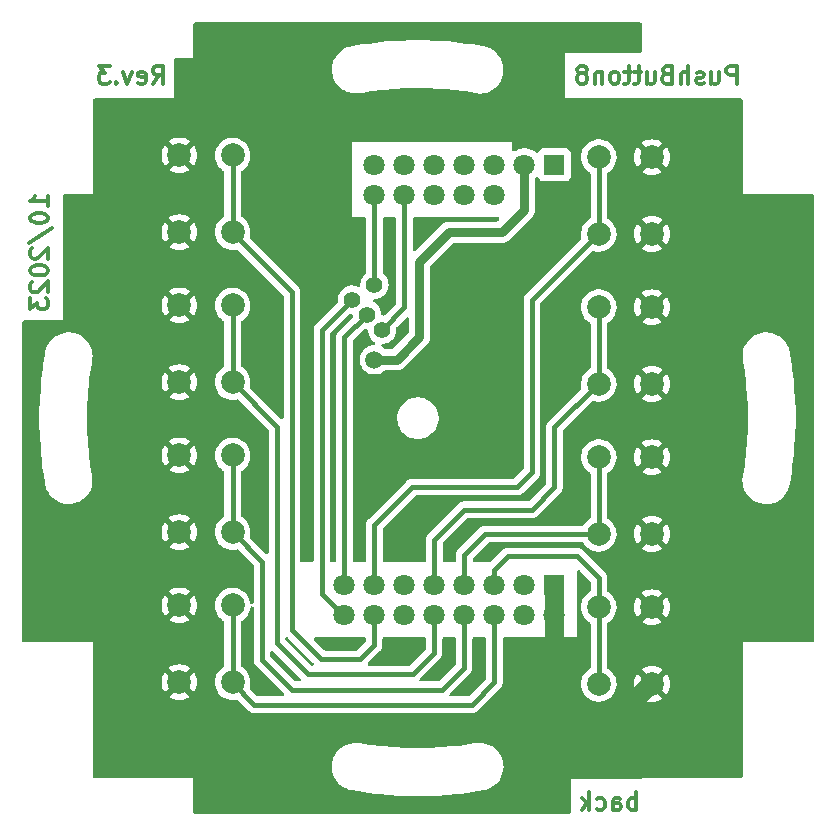
<source format=gbr>
G04 #@! TF.GenerationSoftware,KiCad,Pcbnew,6.0.11-2627ca5db0~126~ubuntu22.04.1*
G04 #@! TF.CreationDate,2023-12-06T10:13:38+01:00*
G04 #@! TF.ProjectId,pushbutton8,70757368-6275-4747-946f-6e382e6b6963,3*
G04 #@! TF.SameCoordinates,PX6657f38PY8eeaea0*
G04 #@! TF.FileFunction,Copper,L2,Bot*
G04 #@! TF.FilePolarity,Positive*
%FSLAX46Y46*%
G04 Gerber Fmt 4.6, Leading zero omitted, Abs format (unit mm)*
G04 Created by KiCad (PCBNEW 6.0.11-2627ca5db0~126~ubuntu22.04.1) date 2023-12-06 10:13:38*
%MOMM*%
%LPD*%
G01*
G04 APERTURE LIST*
%ADD10C,0.300000*%
G04 #@! TA.AperFunction,NonConductor*
%ADD11C,0.300000*%
G04 #@! TD*
G04 #@! TA.AperFunction,ComponentPad*
%ADD12C,2.000000*%
G04 #@! TD*
G04 #@! TA.AperFunction,ComponentPad*
%ADD13R,1.800000X1.800000*%
G04 #@! TD*
G04 #@! TA.AperFunction,ComponentPad*
%ADD14C,1.800000*%
G04 #@! TD*
G04 #@! TA.AperFunction,ViaPad*
%ADD15C,1.500000*%
G04 #@! TD*
G04 #@! TA.AperFunction,ViaPad*
%ADD16C,1.400000*%
G04 #@! TD*
G04 #@! TA.AperFunction,Conductor*
%ADD17C,0.800000*%
G04 #@! TD*
G04 #@! TA.AperFunction,Conductor*
%ADD18C,1.600000*%
G04 #@! TD*
G04 #@! TA.AperFunction,Conductor*
%ADD19C,0.400000*%
G04 #@! TD*
G04 APERTURE END LIST*
D10*
D11*
X47165714Y50681429D02*
X47165714Y52181429D01*
X46594285Y52181429D01*
X46451428Y52110000D01*
X46380000Y52038572D01*
X46308571Y51895715D01*
X46308571Y51681429D01*
X46380000Y51538572D01*
X46451428Y51467143D01*
X46594285Y51395715D01*
X47165714Y51395715D01*
X45022857Y51681429D02*
X45022857Y50681429D01*
X45665714Y51681429D02*
X45665714Y50895715D01*
X45594285Y50752858D01*
X45451428Y50681429D01*
X45237142Y50681429D01*
X45094285Y50752858D01*
X45022857Y50824286D01*
X44380000Y50752858D02*
X44237142Y50681429D01*
X43951428Y50681429D01*
X43808571Y50752858D01*
X43737142Y50895715D01*
X43737142Y50967143D01*
X43808571Y51110000D01*
X43951428Y51181429D01*
X44165714Y51181429D01*
X44308571Y51252858D01*
X44380000Y51395715D01*
X44380000Y51467143D01*
X44308571Y51610000D01*
X44165714Y51681429D01*
X43951428Y51681429D01*
X43808571Y51610000D01*
X43094285Y50681429D02*
X43094285Y52181429D01*
X42451428Y50681429D02*
X42451428Y51467143D01*
X42522857Y51610000D01*
X42665714Y51681429D01*
X42880000Y51681429D01*
X43022857Y51610000D01*
X43094285Y51538572D01*
X41237142Y51467143D02*
X41022857Y51395715D01*
X40951428Y51324286D01*
X40880000Y51181429D01*
X40880000Y50967143D01*
X40951428Y50824286D01*
X41022857Y50752858D01*
X41165714Y50681429D01*
X41737142Y50681429D01*
X41737142Y52181429D01*
X41237142Y52181429D01*
X41094285Y52110000D01*
X41022857Y52038572D01*
X40951428Y51895715D01*
X40951428Y51752858D01*
X41022857Y51610000D01*
X41094285Y51538572D01*
X41237142Y51467143D01*
X41737142Y51467143D01*
X39594285Y51681429D02*
X39594285Y50681429D01*
X40237142Y51681429D02*
X40237142Y50895715D01*
X40165714Y50752858D01*
X40022857Y50681429D01*
X39808571Y50681429D01*
X39665714Y50752858D01*
X39594285Y50824286D01*
X39094285Y51681429D02*
X38522857Y51681429D01*
X38880000Y52181429D02*
X38880000Y50895715D01*
X38808571Y50752858D01*
X38665714Y50681429D01*
X38522857Y50681429D01*
X38237142Y51681429D02*
X37665714Y51681429D01*
X38022857Y52181429D02*
X38022857Y50895715D01*
X37951428Y50752858D01*
X37808571Y50681429D01*
X37665714Y50681429D01*
X36951428Y50681429D02*
X37094285Y50752858D01*
X37165714Y50824286D01*
X37237142Y50967143D01*
X37237142Y51395715D01*
X37165714Y51538572D01*
X37094285Y51610000D01*
X36951428Y51681429D01*
X36737142Y51681429D01*
X36594285Y51610000D01*
X36522857Y51538572D01*
X36451428Y51395715D01*
X36451428Y50967143D01*
X36522857Y50824286D01*
X36594285Y50752858D01*
X36737142Y50681429D01*
X36951428Y50681429D01*
X35808571Y51681429D02*
X35808571Y50681429D01*
X35808571Y51538572D02*
X35737142Y51610000D01*
X35594285Y51681429D01*
X35380000Y51681429D01*
X35237142Y51610000D01*
X35165714Y51467143D01*
X35165714Y50681429D01*
X34237142Y51538572D02*
X34380000Y51610000D01*
X34451428Y51681429D01*
X34522857Y51824286D01*
X34522857Y51895715D01*
X34451428Y52038572D01*
X34380000Y52110000D01*
X34237142Y52181429D01*
X33951428Y52181429D01*
X33808571Y52110000D01*
X33737142Y52038572D01*
X33665714Y51895715D01*
X33665714Y51824286D01*
X33737142Y51681429D01*
X33808571Y51610000D01*
X33951428Y51538572D01*
X34237142Y51538572D01*
X34380000Y51467143D01*
X34451428Y51395715D01*
X34522857Y51252858D01*
X34522857Y50967143D01*
X34451428Y50824286D01*
X34380000Y50752858D01*
X34237142Y50681429D01*
X33951428Y50681429D01*
X33808571Y50752858D01*
X33737142Y50824286D01*
X33665714Y50967143D01*
X33665714Y51252858D01*
X33737142Y51395715D01*
X33808571Y51467143D01*
X33951428Y51538572D01*
D10*
D11*
X-11136429Y40288572D02*
X-11136429Y41145715D01*
X-11136429Y40717143D02*
X-12636429Y40717143D01*
X-12422143Y40860000D01*
X-12279286Y41002858D01*
X-12207858Y41145715D01*
X-12636429Y39360000D02*
X-12636429Y39217143D01*
X-12565000Y39074286D01*
X-12493572Y39002858D01*
X-12350715Y38931429D01*
X-12065000Y38860000D01*
X-11707858Y38860000D01*
X-11422143Y38931429D01*
X-11279286Y39002858D01*
X-11207858Y39074286D01*
X-11136429Y39217143D01*
X-11136429Y39360000D01*
X-11207858Y39502858D01*
X-11279286Y39574286D01*
X-11422143Y39645715D01*
X-11707858Y39717143D01*
X-12065000Y39717143D01*
X-12350715Y39645715D01*
X-12493572Y39574286D01*
X-12565000Y39502858D01*
X-12636429Y39360000D01*
X-12707858Y37145715D02*
X-10779286Y38431429D01*
X-12493572Y36717143D02*
X-12565000Y36645715D01*
X-12636429Y36502858D01*
X-12636429Y36145715D01*
X-12565000Y36002858D01*
X-12493572Y35931429D01*
X-12350715Y35860000D01*
X-12207858Y35860000D01*
X-11993572Y35931429D01*
X-11136429Y36788572D01*
X-11136429Y35860000D01*
X-12636429Y34931429D02*
X-12636429Y34788572D01*
X-12565000Y34645715D01*
X-12493572Y34574286D01*
X-12350715Y34502858D01*
X-12065000Y34431429D01*
X-11707858Y34431429D01*
X-11422143Y34502858D01*
X-11279286Y34574286D01*
X-11207858Y34645715D01*
X-11136429Y34788572D01*
X-11136429Y34931429D01*
X-11207858Y35074286D01*
X-11279286Y35145715D01*
X-11422143Y35217143D01*
X-11707858Y35288572D01*
X-12065000Y35288572D01*
X-12350715Y35217143D01*
X-12493572Y35145715D01*
X-12565000Y35074286D01*
X-12636429Y34931429D01*
X-12493572Y33860000D02*
X-12565000Y33788572D01*
X-12636429Y33645715D01*
X-12636429Y33288572D01*
X-12565000Y33145715D01*
X-12493572Y33074286D01*
X-12350715Y33002858D01*
X-12207858Y33002858D01*
X-11993572Y33074286D01*
X-11136429Y33931429D01*
X-11136429Y33002858D01*
X-12636429Y32502858D02*
X-12636429Y31574286D01*
X-12065000Y32074286D01*
X-12065000Y31860000D01*
X-11993572Y31717143D01*
X-11922143Y31645715D01*
X-11779286Y31574286D01*
X-11422143Y31574286D01*
X-11279286Y31645715D01*
X-11207858Y31717143D01*
X-11136429Y31860000D01*
X-11136429Y32288572D01*
X-11207858Y32431429D01*
X-11279286Y32502858D01*
D10*
D11*
X38685000Y-10818571D02*
X38685000Y-9318571D01*
X38685000Y-9890000D02*
X38542142Y-9818571D01*
X38256428Y-9818571D01*
X38113571Y-9890000D01*
X38042142Y-9961428D01*
X37970714Y-10104285D01*
X37970714Y-10532857D01*
X38042142Y-10675714D01*
X38113571Y-10747142D01*
X38256428Y-10818571D01*
X38542142Y-10818571D01*
X38685000Y-10747142D01*
X36685000Y-10818571D02*
X36685000Y-10032857D01*
X36756428Y-9890000D01*
X36899285Y-9818571D01*
X37185000Y-9818571D01*
X37327857Y-9890000D01*
X36685000Y-10747142D02*
X36827857Y-10818571D01*
X37185000Y-10818571D01*
X37327857Y-10747142D01*
X37399285Y-10604285D01*
X37399285Y-10461428D01*
X37327857Y-10318571D01*
X37185000Y-10247142D01*
X36827857Y-10247142D01*
X36685000Y-10175714D01*
X35327857Y-10747142D02*
X35470714Y-10818571D01*
X35756428Y-10818571D01*
X35899285Y-10747142D01*
X35970714Y-10675714D01*
X36042142Y-10532857D01*
X36042142Y-10104285D01*
X35970714Y-9961428D01*
X35899285Y-9890000D01*
X35756428Y-9818571D01*
X35470714Y-9818571D01*
X35327857Y-9890000D01*
X34685000Y-10818571D02*
X34685000Y-9318571D01*
X34542142Y-10247142D02*
X34113571Y-10818571D01*
X34113571Y-9818571D02*
X34685000Y-10390000D01*
D10*
D11*
X-2262858Y50681429D02*
X-1762858Y51395715D01*
X-1405715Y50681429D02*
X-1405715Y52181429D01*
X-1977143Y52181429D01*
X-2120000Y52110000D01*
X-2191429Y52038572D01*
X-2262858Y51895715D01*
X-2262858Y51681429D01*
X-2191429Y51538572D01*
X-2120000Y51467143D01*
X-1977143Y51395715D01*
X-1405715Y51395715D01*
X-3477143Y50752858D02*
X-3334286Y50681429D01*
X-3048572Y50681429D01*
X-2905715Y50752858D01*
X-2834286Y50895715D01*
X-2834286Y51467143D01*
X-2905715Y51610000D01*
X-3048572Y51681429D01*
X-3334286Y51681429D01*
X-3477143Y51610000D01*
X-3548572Y51467143D01*
X-3548572Y51324286D01*
X-2834286Y51181429D01*
X-4048572Y51681429D02*
X-4405715Y50681429D01*
X-4762858Y51681429D01*
X-5334286Y50824286D02*
X-5405715Y50752858D01*
X-5334286Y50681429D01*
X-5262858Y50752858D01*
X-5334286Y50824286D01*
X-5334286Y50681429D01*
X-5905715Y52181429D02*
X-6834286Y52181429D01*
X-6334286Y51610000D01*
X-6548572Y51610000D01*
X-6691429Y51538572D01*
X-6762858Y51467143D01*
X-6834286Y51324286D01*
X-6834286Y50967143D01*
X-6762858Y50824286D01*
X-6691429Y50752858D01*
X-6548572Y50681429D01*
X-6120000Y50681429D01*
X-5977143Y50752858D01*
X-5905715Y50824286D01*
D12*
X0Y38100000D03*
X0Y44600000D03*
X4500000Y38100000D03*
X4500000Y44600000D03*
X0Y25400000D03*
X0Y31900000D03*
X4500000Y25400000D03*
X4500000Y31900000D03*
X0Y12700000D03*
X0Y19200000D03*
X4500000Y19200000D03*
X4500000Y12700000D03*
X0Y6500000D03*
X0Y0D03*
X4500000Y0D03*
X4500000Y6500000D03*
X40005000Y44450000D03*
X40005000Y37950000D03*
X35505000Y44450000D03*
X35505000Y37950000D03*
X40005000Y25250000D03*
X40005000Y31750000D03*
X35505000Y25250000D03*
X35505000Y31750000D03*
X40005000Y12550000D03*
X40005000Y19050000D03*
X35505000Y12550000D03*
X35505000Y19050000D03*
X40005000Y-150000D03*
X40005000Y6350000D03*
X35505000Y-150000D03*
X35505000Y6350000D03*
D13*
X31750000Y8255000D03*
D14*
X31720000Y5715000D03*
X29210000Y8255000D03*
X29180000Y5715000D03*
X26670000Y8255000D03*
X26670000Y5715000D03*
X24130000Y8255000D03*
X24100000Y5715000D03*
X21590000Y8255000D03*
X21560000Y5715000D03*
X19050000Y8255000D03*
X19020000Y5715000D03*
X16510000Y8255000D03*
X16480000Y5715000D03*
X13970000Y8255000D03*
X13940000Y5715000D03*
D13*
X31750000Y43815000D03*
D14*
X29210000Y43815000D03*
X26670000Y43815000D03*
X26670000Y41275000D03*
X24130000Y43815000D03*
X24130000Y41275000D03*
X21590000Y43815000D03*
X21590000Y41275000D03*
X19050000Y43815000D03*
X19050000Y41275000D03*
X16510000Y43815000D03*
X16510000Y41275000D03*
D15*
X16510000Y27305000D03*
D16*
X16510000Y33655000D03*
X17145000Y29845000D03*
X14605000Y32385000D03*
X15875000Y31115000D03*
D17*
X20320000Y35560000D02*
X20320000Y29210000D01*
X22860000Y38100000D02*
X20320000Y35560000D01*
X20320000Y29210000D02*
X18415000Y27305000D01*
X29210000Y40005000D02*
X27305000Y38100000D01*
X29210000Y43815000D02*
X29210000Y40005000D01*
X27305000Y38100000D02*
X22860000Y38100000D01*
X18415000Y27305000D02*
X16510000Y27305000D01*
X31750000Y5745000D02*
X31720000Y5715000D01*
D18*
X31720000Y5715000D02*
X31720000Y-1875000D01*
X36830000Y-3175000D02*
X39855000Y-150000D01*
X39855000Y-150000D02*
X40005000Y-150000D01*
X31720000Y-1875000D02*
X33020000Y-3175000D01*
X33020000Y-3175000D02*
X36830000Y-3175000D01*
X31750000Y8255000D02*
X31750000Y5745000D01*
D19*
X16510000Y33655000D02*
X16510000Y41275000D01*
X17145000Y29845000D02*
X19050000Y31750000D01*
X19050000Y31750000D02*
X19050000Y41275000D01*
X13940000Y5715000D02*
X13830000Y5715000D01*
X13830000Y5715000D02*
X12065000Y7480000D01*
X12065000Y29845000D02*
X14605000Y32385000D01*
X12065000Y7480000D02*
X12065000Y29845000D01*
X15875000Y31115000D02*
X13970000Y29210000D01*
X13970000Y8255000D02*
X13970000Y29210000D01*
X16480000Y3145000D02*
X15300000Y1965000D01*
X15300000Y1965000D02*
X12005000Y1965000D01*
X12005000Y1965000D02*
X9525000Y4445000D01*
X4500000Y38045000D02*
X9525000Y33020000D01*
X9525000Y33020000D02*
X9525000Y4445000D01*
X4500000Y38100000D02*
X4500000Y44600000D01*
X16480000Y5715000D02*
X16480000Y3145000D01*
X4500000Y38100000D02*
X4500000Y38045000D01*
X35410000Y37950000D02*
X29845000Y32385000D01*
X29845000Y32385000D02*
X29845000Y17780000D01*
X29845000Y17780000D02*
X28575000Y16510000D01*
X28575000Y16510000D02*
X19685000Y16510000D01*
X19685000Y16510000D02*
X16510000Y13335000D01*
X16510000Y13335000D02*
X16510000Y8255000D01*
X35505000Y37950000D02*
X35505000Y44450000D01*
X35505000Y37950000D02*
X35410000Y37950000D01*
X21560000Y2510000D02*
X19745000Y695000D01*
X19745000Y695000D02*
X10855000Y695000D01*
X10855000Y695000D02*
X8255000Y3295000D01*
X8255000Y3295000D02*
X8255000Y21645000D01*
X8255000Y21645000D02*
X4500000Y25400000D01*
X4500000Y25400000D02*
X4500000Y31900000D01*
X21560000Y5715000D02*
X21560000Y2510000D01*
X35410000Y25250000D02*
X31750000Y21590000D01*
X31750000Y21590000D02*
X31750000Y16510000D01*
X31750000Y16510000D02*
X29845000Y14605000D01*
X29845000Y14605000D02*
X24130000Y14605000D01*
X24130000Y14605000D02*
X21590000Y12065000D01*
X21590000Y12065000D02*
X21590000Y8255000D01*
X35505000Y25250000D02*
X35410000Y25250000D01*
X35505000Y31750000D02*
X35505000Y25250000D01*
X24100000Y1240000D02*
X22225000Y-635000D01*
X22225000Y-635000D02*
X9525000Y-635000D01*
X9525000Y-635000D02*
X6985000Y1905000D01*
X6985000Y1905000D02*
X6985000Y10215000D01*
X6985000Y10215000D02*
X4500000Y12700000D01*
X4500000Y12700000D02*
X4500000Y19200000D01*
X24100000Y5715000D02*
X24100000Y1240000D01*
X4500000Y-55000D02*
X6350000Y-1905000D01*
X6350000Y-1905000D02*
X24765000Y-1905000D01*
X24765000Y-1905000D02*
X26670000Y0D01*
X26670000Y0D02*
X26670000Y5715000D01*
X4500000Y6500000D02*
X4500000Y0D01*
X4500000Y0D02*
X4500000Y-55000D01*
X25885000Y12550000D02*
X24130000Y10795000D01*
X24130000Y10795000D02*
X24130000Y8255000D01*
X35505000Y19050000D02*
X35505000Y12550000D01*
X35505000Y12550000D02*
X25885000Y12550000D01*
X35505000Y8835000D02*
X33655000Y10685000D01*
X33655000Y10685000D02*
X27830000Y10685000D01*
X27830000Y10685000D02*
X26670000Y9525000D01*
X26670000Y9525000D02*
X26670000Y8255000D01*
X35505000Y6350000D02*
X35505000Y-150000D01*
X35505000Y6350000D02*
X35505000Y8835000D01*
G04 #@! TA.AperFunction,Conductor*
G36*
X39110000Y55839538D02*
G01*
X39164538Y55785000D01*
X39184500Y55710500D01*
X39184500Y53442000D01*
X39164538Y53367500D01*
X39110000Y53312962D01*
X39035500Y53293000D01*
X32684500Y53293000D01*
X32684500Y49427000D01*
X47535500Y49427000D01*
X47610000Y49407038D01*
X47664538Y49352500D01*
X47684500Y49278000D01*
X47684500Y41868550D01*
X47684497Y41867640D01*
X47684202Y41819308D01*
X47684031Y41791376D01*
X47684754Y41788848D01*
X47685000Y41785235D01*
X47685000Y41360000D01*
X48108747Y41360000D01*
X48110259Y41359888D01*
X48110259Y41359907D01*
X48111560Y41359899D01*
X48144317Y41359699D01*
X48144883Y41359675D01*
X48146009Y41359500D01*
X48176450Y41359500D01*
X48177360Y41359497D01*
X48253624Y41359031D01*
X48254999Y41359424D01*
X48256116Y41359500D01*
X53535500Y41359500D01*
X53610000Y41339538D01*
X53664538Y41285000D01*
X53684500Y41210500D01*
X53684500Y3509500D01*
X53664538Y3435000D01*
X53610000Y3380462D01*
X53535500Y3360500D01*
X48193550Y3360500D01*
X48192640Y3360503D01*
X48123782Y3360924D01*
X48123779Y3360924D01*
X48116376Y3360969D01*
X48113848Y3360246D01*
X48110235Y3360000D01*
X47685000Y3360000D01*
X47685000Y2936253D01*
X47684888Y2934741D01*
X47684907Y2934741D01*
X47684699Y2900692D01*
X47684675Y2900117D01*
X47684500Y2898991D01*
X47684500Y2868550D01*
X47684497Y2867640D01*
X47684031Y2791376D01*
X47684424Y2790001D01*
X47684500Y2788884D01*
X47684500Y-7990500D01*
X47664538Y-8065000D01*
X47610000Y-8119538D01*
X47535500Y-8139500D01*
X39693550Y-8139500D01*
X39692640Y-8139497D01*
X39623782Y-8139076D01*
X39623779Y-8139076D01*
X39616376Y-8139031D01*
X39613848Y-8139754D01*
X39610235Y-8140000D01*
X39185000Y-8140000D01*
X39185000Y-8147180D01*
X39168821Y-8163359D01*
X39102026Y-8201923D01*
X39063462Y-8207000D01*
X33177357Y-8207000D01*
X33177357Y-10990500D01*
X33157395Y-11065000D01*
X33102857Y-11119538D01*
X33028357Y-11139500D01*
X1334500Y-11139500D01*
X1260000Y-11119538D01*
X1205462Y-11065000D01*
X1185500Y-10990500D01*
X1185500Y-8648550D01*
X1185503Y-8647640D01*
X1185924Y-8578782D01*
X1185924Y-8578779D01*
X1185969Y-8571376D01*
X1185246Y-8568848D01*
X1185000Y-8565235D01*
X1185000Y-8140000D01*
X761253Y-8140000D01*
X759741Y-8139888D01*
X759741Y-8139907D01*
X758440Y-8139899D01*
X725683Y-8139699D01*
X725117Y-8139675D01*
X723991Y-8139500D01*
X693550Y-8139500D01*
X692640Y-8139497D01*
X692675Y-8139497D01*
X616376Y-8139031D01*
X615001Y-8139424D01*
X613884Y-8139500D01*
X-7165500Y-8139500D01*
X-7240000Y-8119538D01*
X-7294538Y-8065000D01*
X-7314500Y-7990500D01*
X-7314500Y-7262014D01*
X12911892Y-7262014D01*
X12944704Y-7533985D01*
X12945977Y-7538860D01*
X13006448Y-7770468D01*
X13013908Y-7799042D01*
X13118239Y-8052340D01*
X13255788Y-8289246D01*
X13424042Y-8505430D01*
X13619922Y-8696938D01*
X13839849Y-8860268D01*
X14079800Y-8992435D01*
X14335389Y-9091021D01*
X14340289Y-9092183D01*
X14340296Y-9092185D01*
X14565282Y-9145531D01*
X14574613Y-9148290D01*
X14579115Y-9149512D01*
X14584530Y-9151442D01*
X14589474Y-9152382D01*
X14589710Y-9152463D01*
X14591999Y-9152873D01*
X14592007Y-9152875D01*
X14592366Y-9152939D01*
X14593901Y-9153223D01*
X14596668Y-9153749D01*
X14596933Y-9153758D01*
X14601871Y-9154643D01*
X14607628Y-9154775D01*
X14609113Y-9154924D01*
X14617902Y-9156072D01*
X15603965Y-9314828D01*
X15603971Y-9314829D01*
X15605096Y-9315010D01*
X15976069Y-9362644D01*
X16616847Y-9444921D01*
X16616873Y-9444924D01*
X16618003Y-9445069D01*
X16619157Y-9445180D01*
X16619176Y-9445182D01*
X17034870Y-9485118D01*
X17634545Y-9542730D01*
X18653686Y-9607893D01*
X18654877Y-9607931D01*
X18654897Y-9607932D01*
X19673195Y-9640452D01*
X19673203Y-9640452D01*
X19674389Y-9640490D01*
X20695611Y-9640490D01*
X20696797Y-9640452D01*
X20696805Y-9640452D01*
X21715103Y-9607932D01*
X21715123Y-9607931D01*
X21716314Y-9607893D01*
X22735455Y-9542730D01*
X23335130Y-9485118D01*
X23750824Y-9445182D01*
X23750843Y-9445180D01*
X23751997Y-9445069D01*
X23753127Y-9444924D01*
X23753153Y-9444921D01*
X24393931Y-9362644D01*
X24764904Y-9315010D01*
X24766030Y-9314829D01*
X24766035Y-9314828D01*
X25746411Y-9156988D01*
X25755999Y-9155804D01*
X25761142Y-9155758D01*
X25766820Y-9154822D01*
X25766823Y-9154822D01*
X25767649Y-9154686D01*
X25767654Y-9154685D01*
X25773332Y-9153749D01*
X25778797Y-9151951D01*
X25778805Y-9151949D01*
X25806316Y-9142897D01*
X25808079Y-9142380D01*
X25810551Y-9141940D01*
X25840520Y-9131657D01*
X25842311Y-9131055D01*
X25902350Y-9111303D01*
X25902352Y-9111302D01*
X25909517Y-9108945D01*
X25911858Y-9107335D01*
X25913946Y-9106464D01*
X25955562Y-9092185D01*
X26017523Y-9070925D01*
X26042863Y-9064649D01*
X26057476Y-9062365D01*
X26069244Y-9058601D01*
X26074388Y-9056027D01*
X26077024Y-9054953D01*
X26081886Y-9052745D01*
X26277961Y-8972400D01*
X26317982Y-8956001D01*
X26551022Y-8821588D01*
X26763969Y-8657187D01*
X26767478Y-8653633D01*
X26767484Y-8653628D01*
X26949478Y-8469315D01*
X26949480Y-8469313D01*
X26952991Y-8465757D01*
X26967646Y-8446270D01*
X27111675Y-8254745D01*
X27111675Y-8254744D01*
X27114683Y-8250745D01*
X27136861Y-8211145D01*
X27243693Y-8020382D01*
X27246135Y-8016022D01*
X27344981Y-7765814D01*
X27346177Y-7760966D01*
X27346180Y-7760958D01*
X27408243Y-7509476D01*
X27409440Y-7504626D01*
X27434083Y-7276652D01*
X27437814Y-7242141D01*
X27437814Y-7242133D01*
X27438352Y-7237159D01*
X27431197Y-6968229D01*
X27420758Y-6903899D01*
X27393359Y-6735067D01*
X27388103Y-6702678D01*
X27309847Y-6445287D01*
X27197836Y-6200689D01*
X27054089Y-5973288D01*
X27049621Y-5967962D01*
X26884414Y-5771018D01*
X26884408Y-5771012D01*
X26881192Y-5767178D01*
X26695982Y-5598563D01*
X26685960Y-5589439D01*
X26685957Y-5589436D01*
X26682259Y-5586070D01*
X26460871Y-5433225D01*
X26221014Y-5311394D01*
X26216284Y-5309744D01*
X26216280Y-5309742D01*
X25971728Y-5224418D01*
X25967005Y-5222770D01*
X25703419Y-5168949D01*
X25698436Y-5168614D01*
X25698429Y-5168613D01*
X25468123Y-5153128D01*
X25453399Y-5151399D01*
X25453398Y-5151399D01*
X25447354Y-5150382D01*
X25441185Y-5150307D01*
X25440754Y-5150301D01*
X25440750Y-5150301D01*
X25435000Y-5150231D01*
X25429302Y-5151047D01*
X25409569Y-5153873D01*
X25388446Y-5155378D01*
X25254447Y-5155378D01*
X25250215Y-5155124D01*
X25245529Y-5153866D01*
X25234916Y-5154102D01*
X25234914Y-5154102D01*
X25179276Y-5155341D01*
X25175960Y-5155378D01*
X25149060Y-5155378D01*
X25144735Y-5155998D01*
X25140151Y-5156212D01*
X25125116Y-5156547D01*
X25102197Y-5157057D01*
X25084903Y-5162535D01*
X25061044Y-5167983D01*
X25043082Y-5170555D01*
X25039540Y-5172166D01*
X25036136Y-5172933D01*
X24120264Y-5319773D01*
X24115046Y-5320515D01*
X23767115Y-5363704D01*
X23135983Y-5442048D01*
X23130727Y-5442606D01*
X22147968Y-5529339D01*
X22142696Y-5529710D01*
X21157490Y-5581532D01*
X21152207Y-5581716D01*
X20878426Y-5586392D01*
X20165772Y-5598563D01*
X20160528Y-5598560D01*
X19174063Y-5580409D01*
X19168827Y-5580220D01*
X18183645Y-5527094D01*
X18178421Y-5526720D01*
X17195724Y-5438684D01*
X17190524Y-5438125D01*
X16211602Y-5315296D01*
X16206370Y-5314545D01*
X16069720Y-5292451D01*
X15277152Y-5164306D01*
X15252302Y-5158056D01*
X15248725Y-5156821D01*
X15236823Y-5152711D01*
X15230040Y-5152386D01*
X15227482Y-5151799D01*
X15221986Y-5150082D01*
X15209767Y-5148257D01*
X15204005Y-5148293D01*
X15199329Y-5147960D01*
X15197953Y-5147917D01*
X15071769Y-5139279D01*
X14941432Y-5130355D01*
X14941425Y-5130355D01*
X14936400Y-5130011D01*
X14663072Y-5148344D01*
X14658143Y-5149355D01*
X14658135Y-5149356D01*
X14399649Y-5202372D01*
X14394715Y-5203384D01*
X14389962Y-5205053D01*
X14389957Y-5205054D01*
X14334799Y-5224418D01*
X14136238Y-5294125D01*
X13892365Y-5418909D01*
X13667557Y-5575452D01*
X13465924Y-5760894D01*
X13291152Y-5971843D01*
X13288490Y-5976121D01*
X13288489Y-5976123D01*
X13149099Y-6200164D01*
X13149095Y-6200171D01*
X13146438Y-6204442D01*
X13034427Y-6454438D01*
X13033003Y-6459281D01*
X13033003Y-6459282D01*
X13000337Y-6570407D01*
X12957167Y-6717261D01*
X12935112Y-6862620D01*
X12919837Y-6963291D01*
X12916072Y-6988103D01*
X12911892Y-7262014D01*
X-7314500Y-7262014D01*
X-7314500Y-1233102D01*
X-868029Y-1233102D01*
X-864820Y-1238662D01*
X-691729Y-1344733D01*
X-681324Y-1350034D01*
X-472844Y-1436389D01*
X-461750Y-1439994D01*
X-242320Y-1492675D01*
X-230804Y-1494499D01*
X-5832Y-1512204D01*
X5832Y-1512204D01*
X230804Y-1494499D01*
X242320Y-1492675D01*
X461750Y-1439994D01*
X472844Y-1436389D01*
X681324Y-1350034D01*
X691729Y-1344733D01*
X857168Y-1243351D01*
X868192Y-1231734D01*
X866368Y-1225578D01*
X13871Y-373081D01*
X0Y-365073D01*
X-13871Y-373081D01*
X-860021Y-1219231D01*
X-868029Y-1233102D01*
X-7314500Y-1233102D01*
X-7314500Y-5832D01*
X-1512204Y-5832D01*
X-1494499Y-230804D01*
X-1492675Y-242320D01*
X-1439994Y-461750D01*
X-1436389Y-472844D01*
X-1350034Y-681324D01*
X-1344733Y-691729D01*
X-1243351Y-857168D01*
X-1231734Y-868192D01*
X-1225578Y-866368D01*
X-373081Y-13871D01*
X-365073Y0D01*
X365073Y0D01*
X373081Y-13871D01*
X1219231Y-860021D01*
X1233102Y-868029D01*
X1238662Y-864820D01*
X1344733Y-691729D01*
X1350034Y-681324D01*
X1436389Y-472844D01*
X1439994Y-461750D01*
X1492675Y-242320D01*
X1494499Y-230804D01*
X1512204Y-5832D01*
X1512204Y5832D01*
X1509768Y36786D01*
X2994806Y36786D01*
X2997727Y-13871D01*
X3005577Y-150000D01*
X3009010Y-209545D01*
X3010353Y-215503D01*
X3010353Y-215505D01*
X3011270Y-219575D01*
X3063255Y-450249D01*
X3156084Y-678861D01*
X3159278Y-684073D01*
X3270041Y-864820D01*
X3285006Y-889241D01*
X3446557Y-1075741D01*
X3451268Y-1079653D01*
X3451272Y-1079656D01*
X3468627Y-1094064D01*
X3636399Y-1233351D01*
X3849433Y-1357838D01*
X3855133Y-1360015D01*
X3855136Y-1360016D01*
X4074234Y-1443681D01*
X4074240Y-1443683D01*
X4079939Y-1445859D01*
X4085920Y-1447076D01*
X4085924Y-1447077D01*
X4174698Y-1465138D01*
X4321726Y-1495052D01*
X4327835Y-1495276D01*
X4562183Y-1503869D01*
X4562187Y-1503869D01*
X4568300Y-1504093D01*
X4813041Y-1472741D01*
X4818908Y-1470981D01*
X4824877Y-1469712D01*
X4825301Y-1471706D01*
X4892617Y-1469709D01*
X4963697Y-1509353D01*
X5833868Y-2379525D01*
X5840790Y-2386935D01*
X5877831Y-2429396D01*
X5885180Y-2434561D01*
X5928983Y-2465346D01*
X5935246Y-2469997D01*
X5984457Y-2508583D01*
X5992646Y-2512281D01*
X6000325Y-2516931D01*
X6000226Y-2517094D01*
X6001192Y-2517645D01*
X6001282Y-2517478D01*
X6009200Y-2521724D01*
X6016547Y-2526887D01*
X6024912Y-2530148D01*
X6024915Y-2530150D01*
X6074810Y-2549603D01*
X6082001Y-2552626D01*
X6130800Y-2574660D01*
X6130802Y-2574661D01*
X6138984Y-2578355D01*
X6147811Y-2579991D01*
X6156388Y-2582679D01*
X6156331Y-2582859D01*
X6157395Y-2583162D01*
X6157442Y-2582979D01*
X6166143Y-2585213D01*
X6174513Y-2588476D01*
X6183420Y-2589649D01*
X6183422Y-2589649D01*
X6236499Y-2596636D01*
X6244208Y-2597856D01*
X6305692Y-2609252D01*
X6314659Y-2608735D01*
X6366485Y-2605747D01*
X6375061Y-2605500D01*
X24735573Y-2605500D01*
X24745705Y-2605845D01*
X24777700Y-2608026D01*
X24792967Y-2609067D01*
X24801930Y-2609678D01*
X24863541Y-2598925D01*
X24871226Y-2597790D01*
X24913363Y-2592691D01*
X24924404Y-2591355D01*
X24924405Y-2591355D01*
X24933320Y-2590276D01*
X24941722Y-2587101D01*
X24950444Y-2584959D01*
X24950489Y-2585143D01*
X24951561Y-2584850D01*
X24951506Y-2584668D01*
X24960106Y-2582071D01*
X24968954Y-2580527D01*
X25026225Y-2555387D01*
X25033424Y-2552450D01*
X25083519Y-2533521D01*
X25083522Y-2533520D01*
X25091923Y-2530345D01*
X25099324Y-2525259D01*
X25107287Y-2521096D01*
X25107375Y-2521264D01*
X25108340Y-2520727D01*
X25108244Y-2520564D01*
X25115983Y-2515987D01*
X25124202Y-2512379D01*
X25131323Y-2506915D01*
X25131326Y-2506913D01*
X25173813Y-2474311D01*
X25180122Y-2469727D01*
X25231651Y-2434312D01*
X25272167Y-2388838D01*
X25278057Y-2382599D01*
X27144525Y-516132D01*
X27151935Y-509210D01*
X27187627Y-478074D01*
X27194396Y-472169D01*
X27230355Y-421005D01*
X27234983Y-414772D01*
X27273584Y-365543D01*
X27277281Y-357355D01*
X27281936Y-349668D01*
X27282098Y-349766D01*
X27282644Y-348810D01*
X27282477Y-348720D01*
X27286725Y-340797D01*
X27291887Y-333453D01*
X27300206Y-312117D01*
X27314605Y-275188D01*
X27317626Y-268000D01*
X27329221Y-242320D01*
X27343355Y-211016D01*
X27344992Y-202183D01*
X27347679Y-193610D01*
X27347860Y-193667D01*
X27348162Y-192605D01*
X27347979Y-192558D01*
X27350213Y-183857D01*
X27353476Y-175487D01*
X27356064Y-155832D01*
X27361636Y-113501D01*
X27362856Y-105794D01*
X27372615Y-53140D01*
X27374252Y-44308D01*
X27370747Y16485D01*
X27370500Y25061D01*
X27370500Y3661000D01*
X27390462Y3735500D01*
X27445000Y3790038D01*
X27519500Y3810000D01*
X33655000Y3810000D01*
X33655000Y9334626D01*
X33674962Y9409126D01*
X33729500Y9463664D01*
X33804000Y9483626D01*
X33878500Y9463664D01*
X33909358Y9439986D01*
X34346023Y9003320D01*
X34760859Y8588484D01*
X34799423Y8521689D01*
X34804500Y8483125D01*
X34804500Y7767485D01*
X34784538Y7692985D01*
X34724303Y7635322D01*
X34702679Y7624065D01*
X34697797Y7620400D01*
X34697793Y7620397D01*
X34648121Y7583102D01*
X34505364Y7475917D01*
X34501140Y7471497D01*
X34501139Y7471496D01*
X34339123Y7301956D01*
X34339119Y7301952D01*
X34334896Y7297532D01*
X34331449Y7292480D01*
X34331449Y7292479D01*
X34311700Y7263528D01*
X34195851Y7093700D01*
X34091965Y6869896D01*
X34067625Y6782129D01*
X34034990Y6664451D01*
X34026026Y6632129D01*
X34025377Y6626052D01*
X34025376Y6626049D01*
X34001555Y6403148D01*
X33999806Y6386786D01*
X34014010Y6140455D01*
X34068255Y5899751D01*
X34161084Y5671139D01*
X34164278Y5665927D01*
X34275041Y5485180D01*
X34290006Y5460759D01*
X34294009Y5456138D01*
X34294011Y5456135D01*
X34321623Y5424259D01*
X34451557Y5274259D01*
X34456268Y5270347D01*
X34456272Y5270344D01*
X34566071Y5179188D01*
X34641399Y5116649D01*
X34646676Y5113565D01*
X34646678Y5113564D01*
X34730675Y5064480D01*
X34784926Y5009657D01*
X34804500Y4935834D01*
X34804500Y1267485D01*
X34784538Y1192985D01*
X34724303Y1135322D01*
X34702679Y1124065D01*
X34697797Y1120400D01*
X34697793Y1120397D01*
X34648121Y1083102D01*
X34505364Y975917D01*
X34501140Y971497D01*
X34501139Y971496D01*
X34339123Y801956D01*
X34339119Y801952D01*
X34334896Y797532D01*
X34331449Y792480D01*
X34331449Y792479D01*
X34314635Y767831D01*
X34195851Y593700D01*
X34091965Y369896D01*
X34067625Y282129D01*
X34028209Y140000D01*
X34026026Y132129D01*
X34025377Y126052D01*
X34025376Y126049D01*
X34003624Y-77490D01*
X33999806Y-113214D01*
X34005704Y-215505D01*
X34013381Y-348630D01*
X34014010Y-359545D01*
X34068255Y-600249D01*
X34161084Y-828861D01*
X34164278Y-834073D01*
X34275041Y-1014820D01*
X34290006Y-1039241D01*
X34294009Y-1043862D01*
X34294011Y-1043865D01*
X34321623Y-1075741D01*
X34451557Y-1225741D01*
X34456268Y-1229653D01*
X34456272Y-1229656D01*
X34566071Y-1320812D01*
X34641399Y-1383351D01*
X34854433Y-1507838D01*
X34860133Y-1510015D01*
X34860136Y-1510016D01*
X35079234Y-1593681D01*
X35079240Y-1593683D01*
X35084939Y-1595859D01*
X35090920Y-1597076D01*
X35090924Y-1597077D01*
X35179698Y-1615138D01*
X35326726Y-1645052D01*
X35332835Y-1645276D01*
X35567183Y-1653869D01*
X35567187Y-1653869D01*
X35573300Y-1654093D01*
X35818041Y-1622741D01*
X35951250Y-1582777D01*
X36048522Y-1553594D01*
X36048526Y-1553593D01*
X36054374Y-1551838D01*
X36275954Y-1443287D01*
X36360330Y-1383102D01*
X39136971Y-1383102D01*
X39140180Y-1388662D01*
X39313271Y-1494733D01*
X39323676Y-1500034D01*
X39532156Y-1586389D01*
X39543250Y-1589994D01*
X39762680Y-1642675D01*
X39774196Y-1644499D01*
X39999168Y-1662204D01*
X40010832Y-1662204D01*
X40235804Y-1644499D01*
X40247320Y-1642675D01*
X40466750Y-1589994D01*
X40477844Y-1586389D01*
X40686324Y-1500034D01*
X40696729Y-1494733D01*
X40862168Y-1393351D01*
X40873192Y-1381734D01*
X40871368Y-1375578D01*
X40018871Y-523081D01*
X40005000Y-515073D01*
X39991129Y-523081D01*
X39144979Y-1369231D01*
X39136971Y-1383102D01*
X36360330Y-1383102D01*
X36476829Y-1300004D01*
X36592699Y-1184538D01*
X36647279Y-1130148D01*
X36651605Y-1125837D01*
X36658935Y-1115637D01*
X36792021Y-930427D01*
X36795588Y-925463D01*
X36824795Y-866368D01*
X36902204Y-709741D01*
X36904911Y-704264D01*
X36976639Y-468180D01*
X37008845Y-223550D01*
X37010500Y-155832D01*
X38492796Y-155832D01*
X38510501Y-380804D01*
X38512325Y-392320D01*
X38565006Y-611750D01*
X38568611Y-622844D01*
X38654966Y-831324D01*
X38660267Y-841729D01*
X38761649Y-1007168D01*
X38773266Y-1018192D01*
X38779422Y-1016368D01*
X39631919Y-163871D01*
X39639927Y-150000D01*
X40370073Y-150000D01*
X40378081Y-163871D01*
X41224231Y-1010021D01*
X41238102Y-1018029D01*
X41243662Y-1014820D01*
X41349733Y-841729D01*
X41355034Y-831324D01*
X41441389Y-622844D01*
X41444994Y-611750D01*
X41497675Y-392320D01*
X41499499Y-380804D01*
X41517204Y-155832D01*
X41517204Y-144168D01*
X41499499Y80804D01*
X41497675Y92320D01*
X41444994Y311750D01*
X41441389Y322844D01*
X41355034Y531324D01*
X41349733Y541729D01*
X41248351Y707168D01*
X41236734Y718192D01*
X41230578Y716368D01*
X40378081Y-136129D01*
X40370073Y-150000D01*
X39639927Y-150000D01*
X39631919Y-136129D01*
X38785769Y710021D01*
X38771898Y718029D01*
X38766338Y714820D01*
X38660267Y541729D01*
X38654966Y531324D01*
X38568611Y322844D01*
X38565006Y311750D01*
X38512325Y92320D01*
X38510501Y80804D01*
X38492796Y-144168D01*
X38492796Y-155832D01*
X37010500Y-155832D01*
X37010643Y-150000D01*
X36990425Y95911D01*
X36979849Y138019D01*
X36931805Y329289D01*
X36930316Y335217D01*
X36923074Y351874D01*
X36865094Y485217D01*
X36831928Y561493D01*
X36697905Y768661D01*
X36531846Y951158D01*
X36366508Y1081734D01*
X39136808Y1081734D01*
X39138632Y1075578D01*
X39991129Y223081D01*
X40005000Y215073D01*
X40018871Y223081D01*
X40865021Y1069231D01*
X40873029Y1083102D01*
X40869820Y1088662D01*
X40696729Y1194733D01*
X40686324Y1200034D01*
X40477844Y1286389D01*
X40466750Y1289994D01*
X40247320Y1342675D01*
X40235804Y1344499D01*
X40010832Y1362204D01*
X39999168Y1362204D01*
X39774196Y1344499D01*
X39762680Y1342675D01*
X39543250Y1289994D01*
X39532156Y1286389D01*
X39323676Y1200034D01*
X39313271Y1194733D01*
X39147832Y1093351D01*
X39136808Y1081734D01*
X36366508Y1081734D01*
X36338210Y1104082D01*
X36282490Y1134841D01*
X36226916Y1188322D01*
X36205500Y1265285D01*
X36205500Y4930654D01*
X36225462Y5005154D01*
X36276103Y5056504D01*
X36275954Y5056713D01*
X36277150Y5057566D01*
X36280929Y5060262D01*
X36280933Y5060264D01*
X36360330Y5116898D01*
X39136971Y5116898D01*
X39140180Y5111338D01*
X39313271Y5005267D01*
X39323676Y4999966D01*
X39532156Y4913611D01*
X39543250Y4910006D01*
X39762680Y4857325D01*
X39774196Y4855501D01*
X39999168Y4837796D01*
X40010832Y4837796D01*
X40235804Y4855501D01*
X40247320Y4857325D01*
X40466750Y4910006D01*
X40477844Y4913611D01*
X40686324Y4999966D01*
X40696729Y5005267D01*
X40862168Y5106649D01*
X40873192Y5118266D01*
X40871368Y5124422D01*
X40018871Y5976919D01*
X40005000Y5984927D01*
X39991129Y5976919D01*
X39144979Y5130769D01*
X39136971Y5116898D01*
X36360330Y5116898D01*
X36471849Y5196444D01*
X36476829Y5199996D01*
X36623789Y5346444D01*
X36647279Y5369852D01*
X36651605Y5374163D01*
X36684790Y5420344D01*
X36792021Y5569573D01*
X36795588Y5574537D01*
X36824795Y5633632D01*
X36902204Y5790259D01*
X36904911Y5795736D01*
X36976639Y6031820D01*
X37008845Y6276450D01*
X37010500Y6344168D01*
X38492796Y6344168D01*
X38510501Y6119196D01*
X38512325Y6107680D01*
X38565006Y5888250D01*
X38568611Y5877156D01*
X38654966Y5668676D01*
X38660267Y5658271D01*
X38761649Y5492832D01*
X38773266Y5481808D01*
X38779422Y5483632D01*
X39631919Y6336129D01*
X39639927Y6350000D01*
X40370073Y6350000D01*
X40378081Y6336129D01*
X41224231Y5489979D01*
X41238102Y5481971D01*
X41243662Y5485180D01*
X41349733Y5658271D01*
X41355034Y5668676D01*
X41441389Y5877156D01*
X41444994Y5888250D01*
X41497675Y6107680D01*
X41499499Y6119196D01*
X41517204Y6344168D01*
X41517204Y6355832D01*
X41499499Y6580804D01*
X41497675Y6592320D01*
X41444994Y6811750D01*
X41441389Y6822844D01*
X41355034Y7031324D01*
X41349733Y7041729D01*
X41248351Y7207168D01*
X41236734Y7218192D01*
X41230578Y7216368D01*
X40378081Y6363871D01*
X40370073Y6350000D01*
X39639927Y6350000D01*
X39631919Y6363871D01*
X38785769Y7210021D01*
X38771898Y7218029D01*
X38766338Y7214820D01*
X38660267Y7041729D01*
X38654966Y7031324D01*
X38568611Y6822844D01*
X38565006Y6811750D01*
X38512325Y6592320D01*
X38510501Y6580804D01*
X38492796Y6355832D01*
X38492796Y6344168D01*
X37010500Y6344168D01*
X37010643Y6350000D01*
X36990425Y6595911D01*
X36979849Y6638019D01*
X36931805Y6829289D01*
X36930316Y6835217D01*
X36831928Y7061493D01*
X36697905Y7268661D01*
X36531846Y7451158D01*
X36366508Y7581734D01*
X39136808Y7581734D01*
X39138632Y7575578D01*
X39991129Y6723081D01*
X40005000Y6715073D01*
X40018871Y6723081D01*
X40865021Y7569231D01*
X40873029Y7583102D01*
X40869820Y7588662D01*
X40696729Y7694733D01*
X40686324Y7700034D01*
X40477844Y7786389D01*
X40466750Y7789994D01*
X40247320Y7842675D01*
X40235804Y7844499D01*
X40010832Y7862204D01*
X39999168Y7862204D01*
X39774196Y7844499D01*
X39762680Y7842675D01*
X39543250Y7789994D01*
X39532156Y7786389D01*
X39323676Y7700034D01*
X39313271Y7694733D01*
X39147832Y7593351D01*
X39136808Y7581734D01*
X36366508Y7581734D01*
X36338210Y7604082D01*
X36282490Y7634841D01*
X36226916Y7688322D01*
X36205500Y7765285D01*
X36205500Y8805573D01*
X36205845Y8815708D01*
X36209067Y8862967D01*
X36209678Y8871930D01*
X36198925Y8933541D01*
X36197788Y8941239D01*
X36191355Y8994404D01*
X36191355Y8994405D01*
X36190276Y9003320D01*
X36187101Y9011722D01*
X36184959Y9020444D01*
X36185143Y9020489D01*
X36184849Y9021562D01*
X36184668Y9021507D01*
X36182071Y9030107D01*
X36180527Y9038954D01*
X36176916Y9047181D01*
X36155393Y9096213D01*
X36152446Y9103434D01*
X36130345Y9161923D01*
X36125256Y9169328D01*
X36121095Y9177287D01*
X36121262Y9177374D01*
X36120724Y9178341D01*
X36120561Y9178245D01*
X36115991Y9185973D01*
X36112378Y9194203D01*
X36074317Y9243805D01*
X36069736Y9250109D01*
X36039404Y9294243D01*
X36039401Y9294246D01*
X36034312Y9301651D01*
X35988838Y9342167D01*
X35982599Y9348057D01*
X34171132Y11159525D01*
X34164210Y11166935D01*
X34133074Y11202627D01*
X34127169Y11209396D01*
X34076005Y11245355D01*
X34069772Y11249983D01*
X34020543Y11288584D01*
X34012355Y11292281D01*
X34004668Y11296936D01*
X34004766Y11297098D01*
X34003810Y11297644D01*
X34003720Y11297477D01*
X33995797Y11301725D01*
X33988453Y11306887D01*
X33980088Y11310149D01*
X33980085Y11310150D01*
X33930188Y11329605D01*
X33923000Y11332626D01*
X33866016Y11358355D01*
X33857183Y11359992D01*
X33848610Y11362679D01*
X33848667Y11362860D01*
X33847605Y11363162D01*
X33847558Y11362979D01*
X33838857Y11365213D01*
X33830487Y11368476D01*
X33821580Y11369649D01*
X33821578Y11369649D01*
X33768501Y11376636D01*
X33760794Y11377856D01*
X33708140Y11387615D01*
X33699308Y11389252D01*
X33690341Y11388735D01*
X33638515Y11385747D01*
X33629939Y11385500D01*
X27859427Y11385500D01*
X27849295Y11385845D01*
X27823331Y11387615D01*
X27802034Y11389067D01*
X27802033Y11389067D01*
X27793070Y11389678D01*
X27731475Y11378928D01*
X27723774Y11377791D01*
X27661680Y11370276D01*
X27653274Y11367100D01*
X27644555Y11364958D01*
X27644510Y11365143D01*
X27643439Y11364850D01*
X27643494Y11364668D01*
X27634898Y11362073D01*
X27626047Y11360528D01*
X27568770Y11335385D01*
X27561580Y11332452D01*
X27503077Y11310345D01*
X27495674Y11305257D01*
X27487715Y11301096D01*
X27487628Y11301263D01*
X27486661Y11300725D01*
X27486757Y11300563D01*
X27479027Y11295991D01*
X27470798Y11292379D01*
X27433307Y11263611D01*
X27421187Y11254311D01*
X27414886Y11249733D01*
X27363349Y11214312D01*
X27339724Y11187796D01*
X27322833Y11168838D01*
X27316943Y11162599D01*
X26357984Y10203641D01*
X26291189Y10165077D01*
X26252625Y10160000D01*
X24979500Y10160000D01*
X24905000Y10179962D01*
X24850462Y10234500D01*
X24830500Y10309000D01*
X24830500Y10443126D01*
X24850462Y10517626D01*
X24874141Y10548485D01*
X26131516Y11805859D01*
X26198311Y11844423D01*
X26236875Y11849500D01*
X34090900Y11849500D01*
X34165400Y11829538D01*
X34217943Y11778353D01*
X34223324Y11769573D01*
X34290006Y11660759D01*
X34294009Y11656138D01*
X34294011Y11656135D01*
X34321623Y11624259D01*
X34451557Y11474259D01*
X34456268Y11470347D01*
X34456272Y11470344D01*
X34553435Y11389678D01*
X34641399Y11316649D01*
X34854433Y11192162D01*
X34860133Y11189985D01*
X34860136Y11189984D01*
X35079234Y11106319D01*
X35079240Y11106317D01*
X35084939Y11104141D01*
X35090920Y11102924D01*
X35090924Y11102923D01*
X35179698Y11084862D01*
X35326726Y11054948D01*
X35332835Y11054724D01*
X35567183Y11046131D01*
X35567187Y11046131D01*
X35573300Y11045907D01*
X35818041Y11077259D01*
X35960788Y11120085D01*
X36048522Y11146406D01*
X36048526Y11146407D01*
X36054374Y11148162D01*
X36275954Y11256713D01*
X36360330Y11316898D01*
X39136971Y11316898D01*
X39140180Y11311338D01*
X39313271Y11205267D01*
X39323676Y11199966D01*
X39532156Y11113611D01*
X39543250Y11110006D01*
X39762680Y11057325D01*
X39774196Y11055501D01*
X39999168Y11037796D01*
X40010832Y11037796D01*
X40235804Y11055501D01*
X40247320Y11057325D01*
X40466750Y11110006D01*
X40477844Y11113611D01*
X40686324Y11199966D01*
X40696729Y11205267D01*
X40862168Y11306649D01*
X40873192Y11318266D01*
X40871368Y11324422D01*
X40018871Y12176919D01*
X40005000Y12184927D01*
X39991129Y12176919D01*
X39144979Y11330769D01*
X39136971Y11316898D01*
X36360330Y11316898D01*
X36476829Y11399996D01*
X36651605Y11574163D01*
X36684790Y11620344D01*
X36792021Y11769573D01*
X36795588Y11774537D01*
X36824795Y11833632D01*
X36902204Y11990259D01*
X36904911Y11995736D01*
X36959959Y12176919D01*
X36974862Y12225970D01*
X36974863Y12225974D01*
X36976639Y12231820D01*
X37008845Y12476450D01*
X37010500Y12544168D01*
X38492796Y12544168D01*
X38510501Y12319196D01*
X38512325Y12307680D01*
X38565006Y12088250D01*
X38568611Y12077156D01*
X38654966Y11868676D01*
X38660267Y11858271D01*
X38761649Y11692832D01*
X38773266Y11681808D01*
X38779422Y11683632D01*
X39631919Y12536129D01*
X39639927Y12550000D01*
X40370073Y12550000D01*
X40378081Y12536129D01*
X41224231Y11689979D01*
X41238102Y11681971D01*
X41243662Y11685180D01*
X41349733Y11858271D01*
X41355034Y11868676D01*
X41441389Y12077156D01*
X41444994Y12088250D01*
X41497675Y12307680D01*
X41499499Y12319196D01*
X41517204Y12544168D01*
X41517204Y12555832D01*
X41499499Y12780804D01*
X41497675Y12792320D01*
X41444994Y13011750D01*
X41441389Y13022844D01*
X41355034Y13231324D01*
X41349733Y13241729D01*
X41248351Y13407168D01*
X41236734Y13418192D01*
X41230578Y13416368D01*
X40378081Y12563871D01*
X40370073Y12550000D01*
X39639927Y12550000D01*
X39631919Y12563871D01*
X38785769Y13410021D01*
X38771898Y13418029D01*
X38766338Y13414820D01*
X38660267Y13241729D01*
X38654966Y13231324D01*
X38568611Y13022844D01*
X38565006Y13011750D01*
X38512325Y12792320D01*
X38510501Y12780804D01*
X38492796Y12555832D01*
X38492796Y12544168D01*
X37010500Y12544168D01*
X37010643Y12550000D01*
X36990425Y12795911D01*
X36930316Y13035217D01*
X36831928Y13261493D01*
X36697905Y13468661D01*
X36531846Y13651158D01*
X36366508Y13781734D01*
X39136808Y13781734D01*
X39138632Y13775578D01*
X39991129Y12923081D01*
X40005000Y12915073D01*
X40018871Y12923081D01*
X40865021Y13769231D01*
X40873029Y13783102D01*
X40869820Y13788662D01*
X40696729Y13894733D01*
X40686324Y13900034D01*
X40477844Y13986389D01*
X40466750Y13989994D01*
X40247320Y14042675D01*
X40235804Y14044499D01*
X40010832Y14062204D01*
X39999168Y14062204D01*
X39774196Y14044499D01*
X39762680Y14042675D01*
X39543250Y13989994D01*
X39532156Y13986389D01*
X39323676Y13900034D01*
X39313271Y13894733D01*
X39147832Y13793351D01*
X39136808Y13781734D01*
X36366508Y13781734D01*
X36338210Y13804082D01*
X36282490Y13834841D01*
X36226916Y13888322D01*
X36205500Y13965285D01*
X36205500Y17111404D01*
X47659089Y17111404D01*
X47666974Y16993838D01*
X47675826Y16861874D01*
X47677422Y16838072D01*
X47678435Y16833133D01*
X47694253Y16756011D01*
X47732462Y16569712D01*
X47823204Y16311231D01*
X47947989Y16067356D01*
X47972330Y16032401D01*
X48092656Y15859603D01*
X48104534Y15842545D01*
X48289978Y15640909D01*
X48371525Y15573347D01*
X48497048Y15469350D01*
X48497052Y15469347D01*
X48500929Y15466135D01*
X48505207Y15463473D01*
X48505209Y15463472D01*
X48729253Y15324080D01*
X48729260Y15324076D01*
X48733531Y15321419D01*
X48814905Y15284959D01*
X48978925Y15211469D01*
X48978929Y15211468D01*
X48983530Y15209406D01*
X49246356Y15132146D01*
X49251331Y15131391D01*
X49251336Y15131390D01*
X49512217Y15091806D01*
X49512223Y15091806D01*
X49517202Y15091050D01*
X49522239Y15090973D01*
X49522241Y15090973D01*
X49630274Y15089324D01*
X49791116Y15086870D01*
X49870585Y15096458D01*
X50058087Y15119079D01*
X50058093Y15119080D01*
X50063090Y15119683D01*
X50292830Y15179666D01*
X50323272Y15187614D01*
X50323274Y15187615D01*
X50328151Y15188888D01*
X50581451Y15293220D01*
X50818361Y15430771D01*
X50860378Y15463472D01*
X50902503Y15496258D01*
X51034547Y15599027D01*
X51197654Y15765859D01*
X51222535Y15791308D01*
X51222539Y15791312D01*
X51226057Y15794911D01*
X51389389Y16014840D01*
X51521556Y16254795D01*
X51620143Y16510386D01*
X51623961Y16526485D01*
X51674656Y16740291D01*
X51677399Y16749567D01*
X51678631Y16754104D01*
X51680564Y16759530D01*
X51681504Y16764476D01*
X51681585Y16764711D01*
X51682061Y16767364D01*
X51682336Y16768853D01*
X51682712Y16770832D01*
X51682871Y16771668D01*
X51682880Y16771934D01*
X51683765Y16776872D01*
X51683897Y16782617D01*
X51684047Y16784114D01*
X51685194Y16792901D01*
X51843950Y17778965D01*
X51843951Y17778971D01*
X51844132Y17780096D01*
X51895947Y18183632D01*
X51974043Y18791847D01*
X51974046Y18791873D01*
X51974191Y18793003D01*
X51976708Y18819196D01*
X52026552Y19338019D01*
X52071852Y19809545D01*
X52137015Y20828686D01*
X52140188Y20928025D01*
X52169574Y21848195D01*
X52169574Y21848203D01*
X52169612Y21849389D01*
X52169612Y22870611D01*
X52164760Y23022544D01*
X52137054Y23890103D01*
X52137053Y23890123D01*
X52137015Y23891314D01*
X52071852Y24910455D01*
X52001781Y25639819D01*
X51974304Y25925824D01*
X51974302Y25925843D01*
X51974191Y25926997D01*
X51973636Y25931324D01*
X51880832Y26654082D01*
X51844132Y26939904D01*
X51800036Y27213793D01*
X51686110Y27921411D01*
X51684926Y27930999D01*
X51684880Y27936142D01*
X51682871Y27948332D01*
X51681073Y27953797D01*
X51681071Y27953805D01*
X51672019Y27981316D01*
X51671502Y27983079D01*
X51671062Y27985551D01*
X51660779Y28015520D01*
X51660177Y28017311D01*
X51640424Y28077352D01*
X51638067Y28084517D01*
X51636458Y28086857D01*
X51635586Y28088947D01*
X51600048Y28192523D01*
X51593771Y28217865D01*
X51592376Y28226790D01*
X51592375Y28226794D01*
X51591487Y28232474D01*
X51587724Y28244242D01*
X51585148Y28249390D01*
X51584280Y28251522D01*
X51581610Y28257399D01*
X51576311Y28270333D01*
X51485085Y28492964D01*
X51433857Y28581783D01*
X51353172Y28721672D01*
X51350674Y28726003D01*
X51186275Y28938949D01*
X51182718Y28942462D01*
X51182712Y28942468D01*
X51055221Y29068355D01*
X50994848Y29127969D01*
X50990854Y29130973D01*
X50990850Y29130976D01*
X50783838Y29286654D01*
X50783835Y29286656D01*
X50779839Y29289661D01*
X50545119Y29421112D01*
X50380058Y29486321D01*
X50299570Y29518119D01*
X50299565Y29518121D01*
X50294914Y29519958D01*
X50290062Y29521155D01*
X50290054Y29521158D01*
X50041042Y29582612D01*
X50033728Y29584417D01*
X49968442Y29591474D01*
X49771244Y29612791D01*
X49771238Y29612791D01*
X49766263Y29613329D01*
X49761257Y29613196D01*
X49761253Y29613196D01*
X49579162Y29608352D01*
X49497336Y29606175D01*
X49231787Y29563082D01*
X48974398Y29484827D01*
X48959490Y29478000D01*
X48737570Y29376376D01*
X48729802Y29372819D01*
X48725568Y29370142D01*
X48725567Y29370142D01*
X48514309Y29236599D01*
X48502403Y29229073D01*
X48498565Y29225853D01*
X48498563Y29225852D01*
X48400035Y29143201D01*
X48296295Y29056178D01*
X48292921Y29052472D01*
X48292920Y29052471D01*
X48121635Y28864327D01*
X48115189Y28857247D01*
X48011799Y28707492D01*
X47987081Y28671689D01*
X47962345Y28635861D01*
X47960077Y28631397D01*
X47960077Y28631396D01*
X47940408Y28592673D01*
X47840514Y28396006D01*
X47751891Y28142000D01*
X47698071Y27878416D01*
X47697736Y27873433D01*
X47697735Y27873426D01*
X47681671Y27634512D01*
X47681052Y27628944D01*
X47681024Y27626670D01*
X47679391Y27616177D01*
X47680083Y27610888D01*
X47680023Y27610000D01*
X47680199Y27610000D01*
X47681733Y27598268D01*
X47681733Y27598266D01*
X47683242Y27586729D01*
X47684500Y27567410D01*
X47684500Y27429442D01*
X47684246Y27425214D01*
X47682989Y27420531D01*
X47683225Y27409919D01*
X47683225Y27409917D01*
X47684463Y27354301D01*
X47684500Y27350986D01*
X47684500Y27324060D01*
X47685120Y27319726D01*
X47685334Y27315153D01*
X47686179Y27277199D01*
X47689384Y27267081D01*
X47691657Y27259903D01*
X47697105Y27236043D01*
X47699677Y27218082D01*
X47701286Y27214544D01*
X47702051Y27211148D01*
X47846332Y26311231D01*
X47848890Y26295273D01*
X47849632Y26290056D01*
X47948654Y25492320D01*
X47971163Y25310987D01*
X47971721Y25305736D01*
X47996327Y25026919D01*
X48058452Y24322968D01*
X48058823Y24317695D01*
X48110643Y23332492D01*
X48110827Y23327210D01*
X48127396Y22357040D01*
X48127673Y22340794D01*
X48127670Y22335529D01*
X48109867Y21367983D01*
X48109519Y21349087D01*
X48109329Y21343828D01*
X48057363Y20380139D01*
X48056205Y20358670D01*
X48055829Y20353422D01*
X47969710Y19392106D01*
X47967797Y19370753D01*
X47967235Y19365525D01*
X47870441Y18594093D01*
X47844406Y18386603D01*
X47843655Y18381371D01*
X47699002Y17486695D01*
X47693407Y17452092D01*
X47687157Y17427241D01*
X47681833Y17411822D01*
X47681507Y17405039D01*
X47680922Y17402487D01*
X47679204Y17396987D01*
X47678353Y17391292D01*
X47678352Y17391286D01*
X47678231Y17390473D01*
X47677379Y17384768D01*
X47677415Y17379065D01*
X47677387Y17378660D01*
X47677387Y17378659D01*
X47677307Y17377493D01*
X47677281Y17377118D01*
X47677043Y17373774D01*
X47677035Y17373513D01*
X47659433Y17116436D01*
X47659433Y17116428D01*
X47659089Y17111404D01*
X36205500Y17111404D01*
X36205500Y17630654D01*
X36225462Y17705154D01*
X36276103Y17756504D01*
X36275954Y17756713D01*
X36277150Y17757566D01*
X36280929Y17760262D01*
X36280933Y17760264D01*
X36360330Y17816898D01*
X39136971Y17816898D01*
X39140180Y17811338D01*
X39313271Y17705267D01*
X39323676Y17699966D01*
X39532156Y17613611D01*
X39543250Y17610006D01*
X39762680Y17557325D01*
X39774196Y17555501D01*
X39999168Y17537796D01*
X40010832Y17537796D01*
X40235804Y17555501D01*
X40247320Y17557325D01*
X40466750Y17610006D01*
X40477844Y17613611D01*
X40686324Y17699966D01*
X40696729Y17705267D01*
X40862168Y17806649D01*
X40873192Y17818266D01*
X40871368Y17824422D01*
X40018871Y18676919D01*
X40005000Y18684927D01*
X39991129Y18676919D01*
X39144979Y17830769D01*
X39136971Y17816898D01*
X36360330Y17816898D01*
X36471849Y17896444D01*
X36476829Y17899996D01*
X36623789Y18046444D01*
X36647279Y18069852D01*
X36651605Y18074163D01*
X36684790Y18120344D01*
X36792021Y18269573D01*
X36795588Y18274537D01*
X36824795Y18333632D01*
X36902204Y18490259D01*
X36904911Y18495736D01*
X36976639Y18731820D01*
X37008845Y18976450D01*
X37010500Y19044168D01*
X38492796Y19044168D01*
X38510501Y18819196D01*
X38512325Y18807680D01*
X38565006Y18588250D01*
X38568611Y18577156D01*
X38654966Y18368676D01*
X38660267Y18358271D01*
X38761649Y18192832D01*
X38773266Y18181808D01*
X38779422Y18183632D01*
X39631919Y19036129D01*
X39639927Y19050000D01*
X40370073Y19050000D01*
X40378081Y19036129D01*
X41224231Y18189979D01*
X41238102Y18181971D01*
X41243662Y18185180D01*
X41349733Y18358271D01*
X41355034Y18368676D01*
X41441389Y18577156D01*
X41444994Y18588250D01*
X41497675Y18807680D01*
X41499499Y18819196D01*
X41517204Y19044168D01*
X41517204Y19055832D01*
X41499499Y19280804D01*
X41497675Y19292320D01*
X41444994Y19511750D01*
X41441389Y19522844D01*
X41355034Y19731324D01*
X41349733Y19741729D01*
X41248351Y19907168D01*
X41236734Y19918192D01*
X41230578Y19916368D01*
X40378081Y19063871D01*
X40370073Y19050000D01*
X39639927Y19050000D01*
X39631919Y19063871D01*
X38785769Y19910021D01*
X38771898Y19918029D01*
X38766338Y19914820D01*
X38660267Y19741729D01*
X38654966Y19731324D01*
X38568611Y19522844D01*
X38565006Y19511750D01*
X38512325Y19292320D01*
X38510501Y19280804D01*
X38492796Y19055832D01*
X38492796Y19044168D01*
X37010500Y19044168D01*
X37010643Y19050000D01*
X36990425Y19295911D01*
X36979849Y19338019D01*
X36931805Y19529289D01*
X36930316Y19535217D01*
X36831928Y19761493D01*
X36697905Y19968661D01*
X36531846Y20151158D01*
X36366508Y20281734D01*
X39136808Y20281734D01*
X39138632Y20275578D01*
X39991129Y19423081D01*
X40005000Y19415073D01*
X40018871Y19423081D01*
X40865021Y20269231D01*
X40873029Y20283102D01*
X40869820Y20288662D01*
X40696729Y20394733D01*
X40686324Y20400034D01*
X40477844Y20486389D01*
X40466750Y20489994D01*
X40247320Y20542675D01*
X40235804Y20544499D01*
X40010832Y20562204D01*
X39999168Y20562204D01*
X39774196Y20544499D01*
X39762680Y20542675D01*
X39543250Y20489994D01*
X39532156Y20486389D01*
X39323676Y20400034D01*
X39313271Y20394733D01*
X39147832Y20293351D01*
X39136808Y20281734D01*
X36366508Y20281734D01*
X36338210Y20304082D01*
X36332857Y20307037D01*
X36332854Y20307039D01*
X36164393Y20400034D01*
X36122198Y20423327D01*
X35889610Y20505691D01*
X35883595Y20506762D01*
X35883593Y20506763D01*
X35792247Y20523034D01*
X35646694Y20548961D01*
X35640581Y20549036D01*
X35640578Y20549036D01*
X35536654Y20550305D01*
X35399972Y20551975D01*
X35373263Y20547888D01*
X35162107Y20515577D01*
X35162104Y20515576D01*
X35156070Y20514653D01*
X34921540Y20437997D01*
X34702679Y20324065D01*
X34505364Y20175917D01*
X34501140Y20171497D01*
X34501139Y20171496D01*
X34339123Y20001956D01*
X34339119Y20001952D01*
X34334896Y19997532D01*
X34331449Y19992480D01*
X34331449Y19992479D01*
X34311700Y19963528D01*
X34195851Y19793700D01*
X34091965Y19569896D01*
X34067625Y19482129D01*
X34041202Y19386850D01*
X34026026Y19332129D01*
X34025377Y19326052D01*
X34025376Y19326049D01*
X34003624Y19122510D01*
X33999806Y19086786D01*
X34014010Y18840455D01*
X34068255Y18599751D01*
X34161084Y18371139D01*
X34164278Y18365927D01*
X34275041Y18185180D01*
X34290006Y18160759D01*
X34294009Y18156138D01*
X34294011Y18156135D01*
X34321623Y18124259D01*
X34451557Y17974259D01*
X34456268Y17970347D01*
X34456272Y17970344D01*
X34566071Y17879188D01*
X34641399Y17816649D01*
X34646676Y17813565D01*
X34646678Y17813564D01*
X34730675Y17764480D01*
X34784926Y17709657D01*
X34804500Y17635834D01*
X34804500Y13967485D01*
X34784538Y13892985D01*
X34724303Y13835322D01*
X34702679Y13824065D01*
X34697797Y13820400D01*
X34697793Y13820397D01*
X34573337Y13726952D01*
X34505364Y13675917D01*
X34501140Y13671497D01*
X34501139Y13671496D01*
X34339123Y13501956D01*
X34339119Y13501952D01*
X34334896Y13497532D01*
X34331449Y13492480D01*
X34331449Y13492479D01*
X34210746Y13315535D01*
X34152272Y13265240D01*
X34087657Y13250500D01*
X25914427Y13250500D01*
X25904295Y13250845D01*
X25882485Y13252332D01*
X25857034Y13254067D01*
X25857033Y13254067D01*
X25848070Y13254678D01*
X25786475Y13243928D01*
X25778774Y13242791D01*
X25716680Y13235276D01*
X25708274Y13232100D01*
X25699555Y13229958D01*
X25699510Y13230143D01*
X25698439Y13229850D01*
X25698494Y13229668D01*
X25689898Y13227073D01*
X25681047Y13225528D01*
X25623770Y13200385D01*
X25616580Y13197452D01*
X25558077Y13175345D01*
X25550674Y13170257D01*
X25542715Y13166096D01*
X25542628Y13166263D01*
X25541661Y13165725D01*
X25541757Y13165563D01*
X25534027Y13160991D01*
X25525798Y13157379D01*
X25484784Y13125908D01*
X25476187Y13119311D01*
X25469886Y13114733D01*
X25418349Y13079312D01*
X25387639Y13044844D01*
X25377833Y13033838D01*
X25371943Y13027599D01*
X23655475Y11311132D01*
X23648065Y11304210D01*
X23605604Y11267169D01*
X23600439Y11259820D01*
X23569650Y11216011D01*
X23565017Y11209772D01*
X23526416Y11160543D01*
X23522719Y11152355D01*
X23518064Y11144668D01*
X23517902Y11144766D01*
X23517356Y11143810D01*
X23517523Y11143720D01*
X23513275Y11135797D01*
X23508113Y11128453D01*
X23504851Y11120088D01*
X23504850Y11120085D01*
X23485395Y11070188D01*
X23482376Y11063006D01*
X23456645Y11006016D01*
X23455008Y10997183D01*
X23452321Y10988610D01*
X23452140Y10988667D01*
X23451838Y10987605D01*
X23452021Y10987558D01*
X23449787Y10978857D01*
X23446524Y10970487D01*
X23445351Y10961580D01*
X23445351Y10961578D01*
X23438364Y10908501D01*
X23437144Y10900794D01*
X23425748Y10839308D01*
X23426265Y10830341D01*
X23429253Y10778515D01*
X23429500Y10769939D01*
X23429500Y10309000D01*
X23409538Y10234500D01*
X23355000Y10179962D01*
X23280500Y10160000D01*
X22439500Y10160000D01*
X22365000Y10179962D01*
X22310462Y10234500D01*
X22290500Y10309000D01*
X22290500Y11713126D01*
X22310462Y11787626D01*
X22334141Y11818485D01*
X24376515Y13860859D01*
X24443310Y13899423D01*
X24481874Y13904500D01*
X29815573Y13904500D01*
X29825705Y13904155D01*
X29857700Y13901974D01*
X29872967Y13900933D01*
X29881930Y13900322D01*
X29943541Y13911075D01*
X29951226Y13912210D01*
X29993363Y13917309D01*
X30004404Y13918645D01*
X30004405Y13918645D01*
X30013320Y13919724D01*
X30021722Y13922899D01*
X30030444Y13925041D01*
X30030489Y13924857D01*
X30031561Y13925150D01*
X30031506Y13925332D01*
X30040106Y13927929D01*
X30048954Y13929473D01*
X30106225Y13954613D01*
X30113424Y13957550D01*
X30163519Y13976479D01*
X30163522Y13976480D01*
X30171923Y13979655D01*
X30179324Y13984741D01*
X30187287Y13988904D01*
X30187375Y13988736D01*
X30188340Y13989273D01*
X30188244Y13989436D01*
X30195983Y13994013D01*
X30204202Y13997621D01*
X30211323Y14003085D01*
X30211326Y14003087D01*
X30253813Y14035689D01*
X30260122Y14040273D01*
X30266271Y14044499D01*
X30311651Y14075688D01*
X30352167Y14121162D01*
X30358057Y14127401D01*
X32224525Y15993868D01*
X32231935Y16000790D01*
X32267627Y16031926D01*
X32274396Y16037831D01*
X32310355Y16088995D01*
X32314983Y16095228D01*
X32353584Y16144457D01*
X32357281Y16152645D01*
X32361936Y16160332D01*
X32362098Y16160234D01*
X32362644Y16161190D01*
X32362477Y16161280D01*
X32366725Y16169203D01*
X32371887Y16176547D01*
X32375150Y16184915D01*
X32394605Y16234812D01*
X32397626Y16242000D01*
X32403403Y16254795D01*
X32423355Y16298984D01*
X32424992Y16307817D01*
X32427679Y16316390D01*
X32427860Y16316333D01*
X32428162Y16317395D01*
X32427979Y16317442D01*
X32430213Y16326143D01*
X32433476Y16334513D01*
X32441636Y16396499D01*
X32442856Y16404206D01*
X32452615Y16456860D01*
X32454252Y16465692D01*
X32450747Y16526485D01*
X32450500Y16535061D01*
X32450500Y21238126D01*
X32470462Y21312626D01*
X32494141Y21343485D01*
X34922470Y23771813D01*
X34989265Y23810377D01*
X35066393Y23810377D01*
X35076193Y23807203D01*
X35079235Y23806319D01*
X35084939Y23804141D01*
X35090920Y23802924D01*
X35090924Y23802923D01*
X35158842Y23789105D01*
X35326726Y23754948D01*
X35332835Y23754724D01*
X35567183Y23746131D01*
X35567187Y23746131D01*
X35573300Y23745907D01*
X35818041Y23777259D01*
X35963951Y23821034D01*
X36048522Y23846406D01*
X36048526Y23846407D01*
X36054374Y23848162D01*
X36275954Y23956713D01*
X36360330Y24016898D01*
X39136971Y24016898D01*
X39140180Y24011338D01*
X39313271Y23905267D01*
X39323676Y23899966D01*
X39532156Y23813611D01*
X39543250Y23810006D01*
X39762680Y23757325D01*
X39774196Y23755501D01*
X39999168Y23737796D01*
X40010832Y23737796D01*
X40235804Y23755501D01*
X40247320Y23757325D01*
X40466750Y23810006D01*
X40477844Y23813611D01*
X40686324Y23899966D01*
X40696729Y23905267D01*
X40862168Y24006649D01*
X40873192Y24018266D01*
X40871368Y24024422D01*
X40018871Y24876919D01*
X40005000Y24884927D01*
X39991129Y24876919D01*
X39144979Y24030769D01*
X39136971Y24016898D01*
X36360330Y24016898D01*
X36476829Y24099996D01*
X36651605Y24274163D01*
X36684790Y24320344D01*
X36792021Y24469573D01*
X36795588Y24474537D01*
X36824795Y24533632D01*
X36902204Y24690259D01*
X36904911Y24695736D01*
X36962392Y24884927D01*
X36974862Y24925970D01*
X36974863Y24925974D01*
X36976639Y24931820D01*
X37008845Y25176450D01*
X37010500Y25244168D01*
X38492796Y25244168D01*
X38510501Y25019196D01*
X38512325Y25007680D01*
X38565006Y24788250D01*
X38568611Y24777156D01*
X38654966Y24568676D01*
X38660267Y24558271D01*
X38761649Y24392832D01*
X38773266Y24381808D01*
X38779422Y24383632D01*
X39631919Y25236129D01*
X39639927Y25250000D01*
X40370073Y25250000D01*
X40378081Y25236129D01*
X41224231Y24389979D01*
X41238102Y24381971D01*
X41243662Y24385180D01*
X41349733Y24558271D01*
X41355034Y24568676D01*
X41441389Y24777156D01*
X41444994Y24788250D01*
X41497675Y25007680D01*
X41499499Y25019196D01*
X41517204Y25244168D01*
X41517204Y25255832D01*
X41499499Y25480804D01*
X41497675Y25492320D01*
X41444994Y25711750D01*
X41441389Y25722844D01*
X41355034Y25931324D01*
X41349733Y25941729D01*
X41248351Y26107168D01*
X41236734Y26118192D01*
X41230578Y26116368D01*
X40378081Y25263871D01*
X40370073Y25250000D01*
X39639927Y25250000D01*
X39631919Y25263871D01*
X38785769Y26110021D01*
X38771898Y26118029D01*
X38766338Y26114820D01*
X38660267Y25941729D01*
X38654966Y25931324D01*
X38568611Y25722844D01*
X38565006Y25711750D01*
X38512325Y25492320D01*
X38510501Y25480804D01*
X38492796Y25255832D01*
X38492796Y25244168D01*
X37010500Y25244168D01*
X37010643Y25250000D01*
X36990425Y25495911D01*
X36979849Y25538019D01*
X36931805Y25729289D01*
X36930316Y25735217D01*
X36831928Y25961493D01*
X36697905Y26168661D01*
X36531846Y26351158D01*
X36366508Y26481734D01*
X39136808Y26481734D01*
X39138632Y26475578D01*
X39991129Y25623081D01*
X40005000Y25615073D01*
X40018871Y25623081D01*
X40865021Y26469231D01*
X40873029Y26483102D01*
X40869820Y26488662D01*
X40696729Y26594733D01*
X40686324Y26600034D01*
X40477844Y26686389D01*
X40466750Y26689994D01*
X40247320Y26742675D01*
X40235804Y26744499D01*
X40010832Y26762204D01*
X39999168Y26762204D01*
X39774196Y26744499D01*
X39762680Y26742675D01*
X39543250Y26689994D01*
X39532156Y26686389D01*
X39323676Y26600034D01*
X39313271Y26594733D01*
X39147832Y26493351D01*
X39136808Y26481734D01*
X36366508Y26481734D01*
X36338210Y26504082D01*
X36282490Y26534841D01*
X36226916Y26588322D01*
X36205500Y26665285D01*
X36205500Y30330654D01*
X36225462Y30405154D01*
X36276103Y30456504D01*
X36275954Y30456713D01*
X36277150Y30457566D01*
X36280929Y30460262D01*
X36280933Y30460264D01*
X36360330Y30516898D01*
X39136971Y30516898D01*
X39140180Y30511338D01*
X39313271Y30405267D01*
X39323676Y30399966D01*
X39532156Y30313611D01*
X39543250Y30310006D01*
X39762680Y30257325D01*
X39774196Y30255501D01*
X39999168Y30237796D01*
X40010832Y30237796D01*
X40235804Y30255501D01*
X40247320Y30257325D01*
X40466750Y30310006D01*
X40477844Y30313611D01*
X40686324Y30399966D01*
X40696729Y30405267D01*
X40862168Y30506649D01*
X40873192Y30518266D01*
X40871368Y30524422D01*
X40018871Y31376919D01*
X40005000Y31384927D01*
X39991129Y31376919D01*
X39144979Y30530769D01*
X39136971Y30516898D01*
X36360330Y30516898D01*
X36471849Y30596444D01*
X36476829Y30599996D01*
X36623789Y30746444D01*
X36647279Y30769852D01*
X36651605Y30774163D01*
X36684790Y30820344D01*
X36792021Y30969573D01*
X36795588Y30974537D01*
X36824795Y31033632D01*
X36867269Y31119573D01*
X36904911Y31195736D01*
X36976639Y31431820D01*
X37008845Y31676450D01*
X37010500Y31744168D01*
X38492796Y31744168D01*
X38510501Y31519196D01*
X38512325Y31507680D01*
X38565006Y31288250D01*
X38568611Y31277156D01*
X38654966Y31068676D01*
X38660267Y31058271D01*
X38761649Y30892832D01*
X38773266Y30881808D01*
X38779422Y30883632D01*
X39631919Y31736129D01*
X39639927Y31750000D01*
X40370073Y31750000D01*
X40378081Y31736129D01*
X41224231Y30889979D01*
X41238102Y30881971D01*
X41243662Y30885180D01*
X41349733Y31058271D01*
X41355034Y31068676D01*
X41441389Y31277156D01*
X41444994Y31288250D01*
X41497675Y31507680D01*
X41499499Y31519196D01*
X41517204Y31744168D01*
X41517204Y31755832D01*
X41499499Y31980804D01*
X41497675Y31992320D01*
X41444994Y32211750D01*
X41441389Y32222844D01*
X41355034Y32431324D01*
X41349733Y32441729D01*
X41248351Y32607168D01*
X41236734Y32618192D01*
X41230578Y32616368D01*
X40378081Y31763871D01*
X40370073Y31750000D01*
X39639927Y31750000D01*
X39631919Y31763871D01*
X38785769Y32610021D01*
X38771898Y32618029D01*
X38766338Y32614820D01*
X38660267Y32441729D01*
X38654966Y32431324D01*
X38568611Y32222844D01*
X38565006Y32211750D01*
X38512325Y31992320D01*
X38510501Y31980804D01*
X38492796Y31755832D01*
X38492796Y31744168D01*
X37010500Y31744168D01*
X37010643Y31750000D01*
X36990425Y31995911D01*
X36981078Y32033126D01*
X36931805Y32229289D01*
X36930316Y32235217D01*
X36831928Y32461493D01*
X36697905Y32668661D01*
X36531846Y32851158D01*
X36366508Y32981734D01*
X39136808Y32981734D01*
X39138632Y32975578D01*
X39991129Y32123081D01*
X40005000Y32115073D01*
X40018871Y32123081D01*
X40865021Y32969231D01*
X40873029Y32983102D01*
X40869820Y32988662D01*
X40696729Y33094733D01*
X40686324Y33100034D01*
X40477844Y33186389D01*
X40466750Y33189994D01*
X40247320Y33242675D01*
X40235804Y33244499D01*
X40010832Y33262204D01*
X39999168Y33262204D01*
X39774196Y33244499D01*
X39762680Y33242675D01*
X39543250Y33189994D01*
X39532156Y33186389D01*
X39323676Y33100034D01*
X39313271Y33094733D01*
X39147832Y32993351D01*
X39136808Y32981734D01*
X36366508Y32981734D01*
X36338210Y33004082D01*
X36332857Y33007037D01*
X36332854Y33007039D01*
X36130909Y33118518D01*
X36122198Y33123327D01*
X35889610Y33205691D01*
X35883595Y33206762D01*
X35883593Y33206763D01*
X35740896Y33232181D01*
X35646694Y33248961D01*
X35640581Y33249036D01*
X35640578Y33249036D01*
X35536654Y33250305D01*
X35399972Y33251975D01*
X35373263Y33247888D01*
X35162107Y33215577D01*
X35162104Y33215576D01*
X35156070Y33214653D01*
X34921540Y33137997D01*
X34702679Y33024065D01*
X34505364Y32875917D01*
X34501140Y32871497D01*
X34501139Y32871496D01*
X34339123Y32701956D01*
X34339119Y32701952D01*
X34334896Y32697532D01*
X34331449Y32692480D01*
X34331449Y32692479D01*
X34314836Y32668125D01*
X34195851Y32493700D01*
X34091965Y32269896D01*
X34069030Y32187194D01*
X34035658Y32066860D01*
X34026026Y32032129D01*
X34025377Y32026052D01*
X34025376Y32026049D01*
X34003624Y31822510D01*
X33999806Y31786786D01*
X34014010Y31540455D01*
X34068255Y31299751D01*
X34161084Y31071139D01*
X34164278Y31065927D01*
X34275041Y30885180D01*
X34290006Y30860759D01*
X34294009Y30856138D01*
X34294011Y30856135D01*
X34360723Y30779121D01*
X34451557Y30674259D01*
X34456268Y30670347D01*
X34456272Y30670344D01*
X34566071Y30579188D01*
X34641399Y30516649D01*
X34646676Y30513565D01*
X34646678Y30513564D01*
X34730675Y30464480D01*
X34784926Y30409657D01*
X34804500Y30335834D01*
X34804500Y26667485D01*
X34784538Y26592985D01*
X34724303Y26535322D01*
X34702679Y26524065D01*
X34697797Y26520400D01*
X34697793Y26520397D01*
X34590820Y26440079D01*
X34505364Y26375917D01*
X34501140Y26371497D01*
X34501139Y26371496D01*
X34339123Y26201956D01*
X34339119Y26201952D01*
X34334896Y26197532D01*
X34331449Y26192480D01*
X34331449Y26192479D01*
X34311700Y26163528D01*
X34195851Y25993700D01*
X34091965Y25769896D01*
X34067625Y25682129D01*
X34044889Y25600145D01*
X34026026Y25532129D01*
X34025377Y25526052D01*
X34025376Y25526049D01*
X34001831Y25305732D01*
X33999806Y25286786D01*
X34014010Y25040455D01*
X34015352Y25034502D01*
X34015353Y25034492D01*
X34031972Y24960748D01*
X34028876Y24883682D01*
X33991976Y24822633D01*
X31275474Y22106131D01*
X31268064Y22099209D01*
X31225604Y22062169D01*
X31220439Y22054820D01*
X31189650Y22011011D01*
X31185017Y22004772D01*
X31146416Y21955543D01*
X31142719Y21947355D01*
X31138064Y21939668D01*
X31137902Y21939766D01*
X31137356Y21938810D01*
X31137523Y21938720D01*
X31133275Y21930797D01*
X31128113Y21923453D01*
X31124851Y21915088D01*
X31124850Y21915085D01*
X31105395Y21865188D01*
X31102376Y21858006D01*
X31076645Y21801016D01*
X31075008Y21792183D01*
X31072321Y21783610D01*
X31072140Y21783667D01*
X31071838Y21782605D01*
X31072021Y21782558D01*
X31069787Y21773857D01*
X31066524Y21765487D01*
X31065351Y21756580D01*
X31065351Y21756578D01*
X31058364Y21703501D01*
X31057144Y21695794D01*
X31045748Y21634308D01*
X31046265Y21625341D01*
X31049253Y21573515D01*
X31049500Y21564939D01*
X31049500Y16861874D01*
X31029538Y16787374D01*
X31005859Y16756515D01*
X29598484Y15349141D01*
X29531689Y15310577D01*
X29493125Y15305500D01*
X24159424Y15305500D01*
X24149289Y15305845D01*
X24102034Y15309067D01*
X24102033Y15309067D01*
X24093070Y15309678D01*
X24031459Y15298925D01*
X24023774Y15297790D01*
X23986009Y15293220D01*
X23970596Y15291355D01*
X23970595Y15291355D01*
X23961680Y15290276D01*
X23953278Y15287101D01*
X23944556Y15284959D01*
X23944511Y15285143D01*
X23943438Y15284849D01*
X23943493Y15284668D01*
X23934893Y15282071D01*
X23926046Y15280527D01*
X23917822Y15276917D01*
X23917819Y15276916D01*
X23868787Y15255393D01*
X23861566Y15252446D01*
X23803077Y15230345D01*
X23795672Y15225256D01*
X23787713Y15221095D01*
X23787626Y15221262D01*
X23786657Y15220723D01*
X23786754Y15220560D01*
X23779027Y15215991D01*
X23770797Y15212378D01*
X23721158Y15174289D01*
X23714904Y15169745D01*
X23663349Y15134312D01*
X23624804Y15091050D01*
X23622841Y15088847D01*
X23616951Y15082608D01*
X21115474Y12581131D01*
X21108064Y12574209D01*
X21065604Y12537169D01*
X21060439Y12529820D01*
X21029650Y12486011D01*
X21025017Y12479772D01*
X20986416Y12430543D01*
X20982719Y12422355D01*
X20978064Y12414668D01*
X20977902Y12414766D01*
X20977356Y12413810D01*
X20977523Y12413720D01*
X20973275Y12405797D01*
X20968113Y12398453D01*
X20964851Y12390088D01*
X20964850Y12390085D01*
X20945395Y12340188D01*
X20942376Y12333006D01*
X20916645Y12276016D01*
X20915008Y12267183D01*
X20912321Y12258610D01*
X20912140Y12258667D01*
X20911838Y12257605D01*
X20912021Y12257558D01*
X20909787Y12248857D01*
X20906524Y12240487D01*
X20905351Y12231580D01*
X20905351Y12231578D01*
X20898364Y12178501D01*
X20897144Y12170794D01*
X20885748Y12109308D01*
X20886265Y12100341D01*
X20889253Y12048515D01*
X20889500Y12039939D01*
X20889500Y10309000D01*
X20869538Y10234500D01*
X20815000Y10179962D01*
X20740500Y10160000D01*
X17359500Y10160000D01*
X17285000Y10179962D01*
X17230462Y10234500D01*
X17210500Y10309000D01*
X17210500Y12983126D01*
X17230462Y13057626D01*
X17254141Y13088485D01*
X19931516Y15765859D01*
X19998311Y15804423D01*
X20036875Y15809500D01*
X28545573Y15809500D01*
X28555705Y15809155D01*
X28587700Y15806974D01*
X28602967Y15805933D01*
X28611930Y15805322D01*
X28673541Y15816075D01*
X28681226Y15817210D01*
X28723363Y15822309D01*
X28734404Y15823645D01*
X28734405Y15823645D01*
X28743320Y15824724D01*
X28751722Y15827899D01*
X28760444Y15830041D01*
X28760489Y15829857D01*
X28761561Y15830150D01*
X28761506Y15830332D01*
X28770106Y15832929D01*
X28778954Y15834473D01*
X28836225Y15859613D01*
X28843424Y15862550D01*
X28893519Y15881479D01*
X28893522Y15881480D01*
X28901923Y15884655D01*
X28909324Y15889741D01*
X28917287Y15893904D01*
X28917375Y15893736D01*
X28918340Y15894273D01*
X28918244Y15894436D01*
X28925983Y15899013D01*
X28934202Y15902621D01*
X28941323Y15908085D01*
X28941326Y15908087D01*
X28983813Y15940689D01*
X28990122Y15945273D01*
X29034249Y15975601D01*
X29041651Y15980688D01*
X29082167Y16026162D01*
X29088057Y16032401D01*
X30319518Y17263862D01*
X30326928Y17270784D01*
X30362627Y17301926D01*
X30369396Y17307831D01*
X30405356Y17358997D01*
X30409999Y17365247D01*
X30443036Y17407382D01*
X30443038Y17407384D01*
X30448583Y17414457D01*
X30452281Y17422648D01*
X30456931Y17430325D01*
X30457094Y17430226D01*
X30457645Y17431192D01*
X30457478Y17431282D01*
X30461724Y17439200D01*
X30466887Y17446547D01*
X30475986Y17469883D01*
X30489603Y17504810D01*
X30492626Y17512001D01*
X30514660Y17560800D01*
X30514661Y17560802D01*
X30518355Y17568984D01*
X30519991Y17577811D01*
X30522679Y17586388D01*
X30522859Y17586331D01*
X30523162Y17587395D01*
X30522979Y17587442D01*
X30525213Y17596143D01*
X30528476Y17604513D01*
X30536636Y17666499D01*
X30537856Y17674206D01*
X30547615Y17726860D01*
X30549252Y17735692D01*
X30545747Y17796485D01*
X30545500Y17805061D01*
X30545500Y32033126D01*
X30565462Y32107626D01*
X30589141Y32138485D01*
X34922470Y36471814D01*
X34989265Y36510378D01*
X35066393Y36510378D01*
X35076181Y36507207D01*
X35079227Y36506322D01*
X35084939Y36504141D01*
X35326726Y36454948D01*
X35332835Y36454724D01*
X35567183Y36446131D01*
X35567187Y36446131D01*
X35573300Y36445907D01*
X35818041Y36477259D01*
X35955032Y36518358D01*
X36048522Y36546406D01*
X36048526Y36546407D01*
X36054374Y36548162D01*
X36275954Y36656713D01*
X36360330Y36716898D01*
X39136971Y36716898D01*
X39140180Y36711338D01*
X39313271Y36605267D01*
X39323676Y36599966D01*
X39532156Y36513611D01*
X39543250Y36510006D01*
X39762680Y36457325D01*
X39774196Y36455501D01*
X39999168Y36437796D01*
X40010832Y36437796D01*
X40235804Y36455501D01*
X40247320Y36457325D01*
X40466750Y36510006D01*
X40477844Y36513611D01*
X40686324Y36599966D01*
X40696729Y36605267D01*
X40862168Y36706649D01*
X40873192Y36718266D01*
X40871368Y36724422D01*
X40018871Y37576919D01*
X40005000Y37584927D01*
X39991129Y37576919D01*
X39144979Y36730769D01*
X39136971Y36716898D01*
X36360330Y36716898D01*
X36476829Y36799996D01*
X36651605Y36974163D01*
X36684790Y37020344D01*
X36792021Y37169573D01*
X36795588Y37174537D01*
X36806088Y37195781D01*
X36902204Y37390259D01*
X36904911Y37395736D01*
X36944410Y37525742D01*
X36974862Y37625970D01*
X36974863Y37625974D01*
X36976639Y37631820D01*
X37008845Y37876450D01*
X37010500Y37944168D01*
X38492796Y37944168D01*
X38510501Y37719196D01*
X38512325Y37707680D01*
X38565006Y37488250D01*
X38568611Y37477156D01*
X38654966Y37268676D01*
X38660267Y37258271D01*
X38761649Y37092832D01*
X38773266Y37081808D01*
X38779422Y37083632D01*
X39631919Y37936129D01*
X39639927Y37950000D01*
X40370073Y37950000D01*
X40378081Y37936129D01*
X41224231Y37089979D01*
X41238102Y37081971D01*
X41243662Y37085180D01*
X41349733Y37258271D01*
X41355034Y37268676D01*
X41441389Y37477156D01*
X41444994Y37488250D01*
X41497675Y37707680D01*
X41499499Y37719196D01*
X41517204Y37944168D01*
X41517204Y37955832D01*
X41499499Y38180804D01*
X41497675Y38192320D01*
X41444994Y38411750D01*
X41441389Y38422844D01*
X41355034Y38631324D01*
X41349733Y38641729D01*
X41248351Y38807168D01*
X41236734Y38818192D01*
X41230578Y38816368D01*
X40378081Y37963871D01*
X40370073Y37950000D01*
X39639927Y37950000D01*
X39631919Y37963871D01*
X38785769Y38810021D01*
X38771898Y38818029D01*
X38766338Y38814820D01*
X38660267Y38641729D01*
X38654966Y38631324D01*
X38568611Y38422844D01*
X38565006Y38411750D01*
X38512325Y38192320D01*
X38510501Y38180804D01*
X38492796Y37955832D01*
X38492796Y37944168D01*
X37010500Y37944168D01*
X37010643Y37950000D01*
X36990425Y38195911D01*
X36979849Y38238019D01*
X36931805Y38429289D01*
X36930316Y38435217D01*
X36831928Y38661493D01*
X36697905Y38868661D01*
X36531846Y39051158D01*
X36366508Y39181734D01*
X39136808Y39181734D01*
X39138632Y39175578D01*
X39991129Y38323081D01*
X40005000Y38315073D01*
X40018871Y38323081D01*
X40865021Y39169231D01*
X40873029Y39183102D01*
X40869820Y39188662D01*
X40696729Y39294733D01*
X40686324Y39300034D01*
X40477844Y39386389D01*
X40466750Y39389994D01*
X40247320Y39442675D01*
X40235804Y39444499D01*
X40010832Y39462204D01*
X39999168Y39462204D01*
X39774196Y39444499D01*
X39762680Y39442675D01*
X39543250Y39389994D01*
X39532156Y39386389D01*
X39323676Y39300034D01*
X39313271Y39294733D01*
X39147832Y39193351D01*
X39136808Y39181734D01*
X36366508Y39181734D01*
X36338210Y39204082D01*
X36282490Y39234841D01*
X36226916Y39288322D01*
X36205500Y39365285D01*
X36205500Y43030654D01*
X36225462Y43105154D01*
X36276103Y43156504D01*
X36275954Y43156713D01*
X36277150Y43157566D01*
X36280929Y43160262D01*
X36280933Y43160264D01*
X36360330Y43216898D01*
X39136971Y43216898D01*
X39140180Y43211338D01*
X39313271Y43105267D01*
X39323676Y43099966D01*
X39532156Y43013611D01*
X39543250Y43010006D01*
X39762680Y42957325D01*
X39774196Y42955501D01*
X39999168Y42937796D01*
X40010832Y42937796D01*
X40235804Y42955501D01*
X40247320Y42957325D01*
X40466750Y43010006D01*
X40477844Y43013611D01*
X40686324Y43099966D01*
X40696729Y43105267D01*
X40862168Y43206649D01*
X40873192Y43218266D01*
X40871368Y43224422D01*
X40018871Y44076919D01*
X40005000Y44084927D01*
X39991129Y44076919D01*
X39144979Y43230769D01*
X39136971Y43216898D01*
X36360330Y43216898D01*
X36471849Y43296444D01*
X36476829Y43299996D01*
X36623789Y43446444D01*
X36647279Y43469852D01*
X36651605Y43474163D01*
X36684790Y43520344D01*
X36792021Y43669573D01*
X36795588Y43674537D01*
X36824795Y43733632D01*
X36902204Y43890259D01*
X36904911Y43895736D01*
X36976639Y44131820D01*
X37008845Y44376450D01*
X37010500Y44444168D01*
X38492796Y44444168D01*
X38510501Y44219196D01*
X38512325Y44207680D01*
X38565006Y43988250D01*
X38568611Y43977156D01*
X38654966Y43768676D01*
X38660267Y43758271D01*
X38761649Y43592832D01*
X38773266Y43581808D01*
X38779422Y43583632D01*
X39631919Y44436129D01*
X39639927Y44450000D01*
X40370073Y44450000D01*
X40378081Y44436129D01*
X41224231Y43589979D01*
X41238102Y43581971D01*
X41243662Y43585180D01*
X41349733Y43758271D01*
X41355034Y43768676D01*
X41441389Y43977156D01*
X41444994Y43988250D01*
X41497675Y44207680D01*
X41499499Y44219196D01*
X41517204Y44444168D01*
X41517204Y44455832D01*
X41499499Y44680804D01*
X41497675Y44692320D01*
X41444994Y44911750D01*
X41441389Y44922844D01*
X41355034Y45131324D01*
X41349733Y45141729D01*
X41248351Y45307168D01*
X41236734Y45318192D01*
X41230578Y45316368D01*
X40378081Y44463871D01*
X40370073Y44450000D01*
X39639927Y44450000D01*
X39631919Y44463871D01*
X38785769Y45310021D01*
X38771898Y45318029D01*
X38766338Y45314820D01*
X38660267Y45141729D01*
X38654966Y45131324D01*
X38568611Y44922844D01*
X38565006Y44911750D01*
X38512325Y44692320D01*
X38510501Y44680804D01*
X38492796Y44455832D01*
X38492796Y44444168D01*
X37010500Y44444168D01*
X37010643Y44450000D01*
X36990425Y44695911D01*
X36979849Y44738019D01*
X36931805Y44929289D01*
X36930316Y44935217D01*
X36920428Y44957959D01*
X36865094Y45085217D01*
X36831928Y45161493D01*
X36697905Y45368661D01*
X36531846Y45551158D01*
X36366508Y45681734D01*
X39136808Y45681734D01*
X39138632Y45675578D01*
X39991129Y44823081D01*
X40005000Y44815073D01*
X40018871Y44823081D01*
X40865021Y45669231D01*
X40873029Y45683102D01*
X40869820Y45688662D01*
X40696729Y45794733D01*
X40686324Y45800034D01*
X40477844Y45886389D01*
X40466750Y45889994D01*
X40247320Y45942675D01*
X40235804Y45944499D01*
X40010832Y45962204D01*
X39999168Y45962204D01*
X39774196Y45944499D01*
X39762680Y45942675D01*
X39543250Y45889994D01*
X39532156Y45886389D01*
X39323676Y45800034D01*
X39313271Y45794733D01*
X39147832Y45693351D01*
X39136808Y45681734D01*
X36366508Y45681734D01*
X36338210Y45704082D01*
X36332857Y45707037D01*
X36332854Y45707039D01*
X36164393Y45800034D01*
X36122198Y45823327D01*
X35889610Y45905691D01*
X35883595Y45906762D01*
X35883593Y45906763D01*
X35792247Y45923034D01*
X35646694Y45948961D01*
X35640581Y45949036D01*
X35640578Y45949036D01*
X35536654Y45950305D01*
X35399972Y45951975D01*
X35373263Y45947888D01*
X35162107Y45915577D01*
X35162104Y45915576D01*
X35156070Y45914653D01*
X34921540Y45837997D01*
X34702679Y45724065D01*
X34505364Y45575917D01*
X34501140Y45571497D01*
X34501139Y45571496D01*
X34339123Y45401956D01*
X34339119Y45401952D01*
X34334896Y45397532D01*
X34331449Y45392480D01*
X34331449Y45392479D01*
X34311700Y45363528D01*
X34195851Y45193700D01*
X34091965Y44969896D01*
X34067625Y44882129D01*
X34034415Y44762377D01*
X34026026Y44732129D01*
X34025377Y44726052D01*
X34025376Y44726049D01*
X34003624Y44522510D01*
X33999806Y44486786D01*
X34014010Y44240455D01*
X34068255Y43999751D01*
X34161084Y43771139D01*
X34164278Y43765927D01*
X34275041Y43585180D01*
X34290006Y43560759D01*
X34294009Y43556138D01*
X34294011Y43556135D01*
X34321623Y43524259D01*
X34451557Y43374259D01*
X34456268Y43370347D01*
X34456272Y43370344D01*
X34566071Y43279188D01*
X34641399Y43216649D01*
X34646676Y43213565D01*
X34646678Y43213564D01*
X34730675Y43164480D01*
X34784926Y43109657D01*
X34804500Y43035834D01*
X34804500Y39367485D01*
X34784538Y39292985D01*
X34724303Y39235322D01*
X34702679Y39224065D01*
X34697797Y39220400D01*
X34697793Y39220397D01*
X34648121Y39183102D01*
X34505364Y39075917D01*
X34501140Y39071497D01*
X34501139Y39071496D01*
X34339123Y38901956D01*
X34339119Y38901952D01*
X34334896Y38897532D01*
X34331449Y38892480D01*
X34331449Y38892479D01*
X34311700Y38863528D01*
X34195851Y38693700D01*
X34091965Y38469896D01*
X34067625Y38382129D01*
X34049029Y38315073D01*
X34026026Y38232129D01*
X34025377Y38226052D01*
X34025376Y38226049D01*
X34003624Y38022510D01*
X33999806Y37986786D01*
X34014010Y37740455D01*
X34015352Y37734502D01*
X34015353Y37734492D01*
X34031972Y37660748D01*
X34028876Y37583682D01*
X33991976Y37522633D01*
X29370474Y32901131D01*
X29363064Y32894209D01*
X29320604Y32857169D01*
X29315439Y32849820D01*
X29284650Y32806011D01*
X29280017Y32799772D01*
X29241416Y32750543D01*
X29237719Y32742355D01*
X29233064Y32734668D01*
X29232902Y32734766D01*
X29232356Y32733810D01*
X29232523Y32733720D01*
X29228275Y32725797D01*
X29223113Y32718453D01*
X29219851Y32710088D01*
X29219850Y32710085D01*
X29200395Y32660188D01*
X29197376Y32653006D01*
X29171645Y32596016D01*
X29170008Y32587183D01*
X29167321Y32578610D01*
X29167140Y32578667D01*
X29166838Y32577605D01*
X29167021Y32577558D01*
X29164787Y32568857D01*
X29161524Y32560487D01*
X29160351Y32551580D01*
X29160351Y32551578D01*
X29153364Y32498501D01*
X29152144Y32490794D01*
X29140748Y32429308D01*
X29141265Y32420341D01*
X29144253Y32368515D01*
X29144500Y32359939D01*
X29144500Y18131875D01*
X29124538Y18057375D01*
X29100859Y18026516D01*
X28328484Y17254141D01*
X28261689Y17215577D01*
X28223125Y17210500D01*
X19714427Y17210500D01*
X19704295Y17210845D01*
X19672300Y17213026D01*
X19657033Y17214067D01*
X19648070Y17214678D01*
X19586459Y17203925D01*
X19578774Y17202790D01*
X19536637Y17197691D01*
X19525596Y17196355D01*
X19525595Y17196355D01*
X19516680Y17195276D01*
X19508278Y17192101D01*
X19499556Y17189959D01*
X19499511Y17190143D01*
X19498439Y17189850D01*
X19498494Y17189668D01*
X19489897Y17187072D01*
X19481046Y17185527D01*
X19423786Y17160392D01*
X19416573Y17157449D01*
X19366480Y17138521D01*
X19366475Y17138518D01*
X19358077Y17135345D01*
X19350676Y17130259D01*
X19342714Y17126096D01*
X19342626Y17126265D01*
X19341657Y17125726D01*
X19341754Y17125562D01*
X19334023Y17120990D01*
X19325797Y17117379D01*
X19318671Y17111911D01*
X19318666Y17111908D01*
X19276187Y17079312D01*
X19269876Y17074727D01*
X19225759Y17044406D01*
X19225753Y17044400D01*
X19218349Y17039312D01*
X19212374Y17032606D01*
X19212372Y17032604D01*
X19177833Y16993838D01*
X19171943Y16987599D01*
X16035474Y13851131D01*
X16028064Y13844209D01*
X15985604Y13807169D01*
X15980439Y13799820D01*
X15949650Y13756011D01*
X15945017Y13749772D01*
X15906416Y13700543D01*
X15902719Y13692355D01*
X15898064Y13684668D01*
X15897902Y13684766D01*
X15897356Y13683810D01*
X15897523Y13683720D01*
X15893275Y13675797D01*
X15888113Y13668453D01*
X15884851Y13660088D01*
X15884850Y13660085D01*
X15865395Y13610188D01*
X15862376Y13603006D01*
X15836645Y13546016D01*
X15835008Y13537183D01*
X15832321Y13528610D01*
X15832140Y13528667D01*
X15831838Y13527605D01*
X15832021Y13527558D01*
X15829787Y13518857D01*
X15826524Y13510487D01*
X15825351Y13501580D01*
X15825351Y13501578D01*
X15818364Y13448501D01*
X15817144Y13440794D01*
X15805748Y13379308D01*
X15806265Y13370341D01*
X15809253Y13318515D01*
X15809500Y13309939D01*
X15809500Y10309000D01*
X15789538Y10234500D01*
X15735000Y10179962D01*
X15660500Y10160000D01*
X14819500Y10160000D01*
X14745000Y10179962D01*
X14690462Y10234500D01*
X14670500Y10309000D01*
X14670500Y22252835D01*
X18432866Y22252835D01*
X18467952Y21995030D01*
X18469498Y21989726D01*
X18469499Y21989721D01*
X18507892Y21858000D01*
X18540758Y21745243D01*
X18543071Y21740226D01*
X18543072Y21740223D01*
X18647372Y21513980D01*
X18649686Y21508961D01*
X18792341Y21291375D01*
X18965591Y21097265D01*
X19165629Y20930895D01*
X19170354Y20928027D01*
X19170358Y20928025D01*
X19383332Y20798789D01*
X19383338Y20798786D01*
X19388061Y20795920D01*
X19393157Y20793783D01*
X19393161Y20793781D01*
X19619282Y20698961D01*
X19628001Y20695305D01*
X19633356Y20693945D01*
X19633362Y20693943D01*
X19874817Y20632622D01*
X19874820Y20632621D01*
X19880177Y20631261D01*
X19885677Y20630707D01*
X19885678Y20630707D01*
X19913177Y20627938D01*
X20096286Y20609500D01*
X20251044Y20609500D01*
X20253783Y20609704D01*
X20253795Y20609704D01*
X20355077Y20617231D01*
X20444466Y20623874D01*
X20551641Y20648125D01*
X20692838Y20680074D01*
X20692844Y20680076D01*
X20698232Y20681295D01*
X20703388Y20683300D01*
X20935565Y20773589D01*
X20935567Y20773590D01*
X20940723Y20775595D01*
X20945519Y20778336D01*
X20945525Y20778339D01*
X21090359Y20861119D01*
X21166612Y20904701D01*
X21370936Y21065777D01*
X21549208Y21255286D01*
X21697511Y21469063D01*
X21812586Y21702413D01*
X21829925Y21756578D01*
X21890220Y21944941D01*
X21891906Y21950208D01*
X21933728Y22207006D01*
X21935761Y22362325D01*
X21937062Y22461637D01*
X21937062Y22461642D01*
X21937134Y22467165D01*
X21902048Y22724970D01*
X21890576Y22764331D01*
X21830790Y22969446D01*
X21829242Y22974757D01*
X21811924Y23012324D01*
X21722628Y23206020D01*
X21722627Y23206022D01*
X21720314Y23211039D01*
X21577659Y23428625D01*
X21404409Y23622735D01*
X21204371Y23789105D01*
X21199646Y23791973D01*
X21199642Y23791975D01*
X20986668Y23921211D01*
X20986662Y23921214D01*
X20981939Y23924080D01*
X20976843Y23926217D01*
X20976839Y23926219D01*
X20747098Y24022557D01*
X20747096Y24022558D01*
X20741999Y24024695D01*
X20736644Y24026055D01*
X20736638Y24026057D01*
X20495183Y24087378D01*
X20495180Y24087379D01*
X20489823Y24088739D01*
X20484323Y24089293D01*
X20484322Y24089293D01*
X20456823Y24092062D01*
X20273714Y24110500D01*
X20118956Y24110500D01*
X20116217Y24110296D01*
X20116205Y24110296D01*
X20014923Y24102769D01*
X19925534Y24096126D01*
X19818359Y24071875D01*
X19677162Y24039926D01*
X19677156Y24039924D01*
X19671768Y24038705D01*
X19666613Y24036700D01*
X19666612Y24036700D01*
X19459914Y23956319D01*
X19429277Y23944405D01*
X19424481Y23941664D01*
X19424475Y23941661D01*
X19295484Y23867936D01*
X19203388Y23815299D01*
X18999064Y23654223D01*
X18820792Y23464714D01*
X18672489Y23250937D01*
X18557414Y23017587D01*
X18555730Y23012328D01*
X18555729Y23012324D01*
X18498136Y22832402D01*
X18478094Y22769792D01*
X18436272Y22512994D01*
X18434413Y22371033D01*
X18433181Y22276874D01*
X18432866Y22252835D01*
X14670500Y22252835D01*
X14670500Y28858126D01*
X14690462Y28932626D01*
X14714141Y28963485D01*
X15626031Y29875375D01*
X15692826Y29913939D01*
X15737238Y29918901D01*
X15795694Y29916604D01*
X15803455Y29916299D01*
X15877113Y29893427D01*
X15929468Y29836790D01*
X15946285Y29777159D01*
X15954200Y29656396D01*
X16008511Y29442548D01*
X16011369Y29436348D01*
X16011371Y29436343D01*
X16098022Y29248384D01*
X16100883Y29242179D01*
X16228222Y29061998D01*
X16386264Y28908039D01*
X16508503Y28826362D01*
X16559357Y28768374D01*
X16574404Y28692728D01*
X16549612Y28619693D01*
X16491624Y28568839D01*
X16438709Y28554040D01*
X16298499Y28541774D01*
X16298494Y28541773D01*
X16292023Y28541207D01*
X16285749Y28539526D01*
X16285744Y28539525D01*
X16128149Y28497297D01*
X16080670Y28484575D01*
X15882362Y28392102D01*
X15877034Y28388371D01*
X15877030Y28388369D01*
X15771057Y28314166D01*
X15703123Y28266598D01*
X15548402Y28111877D01*
X15500834Y28043943D01*
X15429908Y27942649D01*
X15422898Y27932638D01*
X15330425Y27734330D01*
X15328742Y27728049D01*
X15285699Y27567410D01*
X15273793Y27522977D01*
X15273227Y27516506D01*
X15273226Y27516501D01*
X15263902Y27409917D01*
X15254723Y27305000D01*
X15255290Y27298519D01*
X15259907Y27245750D01*
X15273793Y27087023D01*
X15275474Y27080749D01*
X15275475Y27080744D01*
X15328742Y26881951D01*
X15330425Y26875670D01*
X15422898Y26677362D01*
X15426629Y26672034D01*
X15426631Y26672030D01*
X15464872Y26617416D01*
X15548402Y26498123D01*
X15703123Y26343402D01*
X15882361Y26217898D01*
X16080670Y26125425D01*
X16086951Y26123742D01*
X16285744Y26070475D01*
X16285749Y26070474D01*
X16292023Y26068793D01*
X16298494Y26068227D01*
X16298499Y26068226D01*
X16503519Y26050290D01*
X16510000Y26049723D01*
X16516481Y26050290D01*
X16721501Y26068226D01*
X16721506Y26068227D01*
X16727977Y26068793D01*
X16734251Y26070474D01*
X16734256Y26070475D01*
X16933049Y26123742D01*
X16939330Y26125425D01*
X17137639Y26217898D01*
X17316877Y26343402D01*
X17334334Y26360859D01*
X17401129Y26399423D01*
X17439693Y26404500D01*
X18332401Y26404500D01*
X18355709Y26402666D01*
X18359900Y26402002D01*
X18359904Y26402002D01*
X18367612Y26400781D01*
X18434688Y26404296D01*
X18442485Y26404500D01*
X18462192Y26404500D01*
X18466071Y26404908D01*
X18466076Y26404908D01*
X18481797Y26406560D01*
X18489572Y26407172D01*
X18548844Y26410278D01*
X18548846Y26410278D01*
X18556646Y26410687D01*
X18568286Y26413806D01*
X18591279Y26418067D01*
X18595492Y26418510D01*
X18603256Y26419326D01*
X18667129Y26440080D01*
X18674604Y26442294D01*
X18731950Y26457660D01*
X18731952Y26457661D01*
X18739488Y26459680D01*
X18750227Y26465152D01*
X18771829Y26474099D01*
X18783284Y26477821D01*
X18841470Y26511414D01*
X18848296Y26515120D01*
X18901185Y26542068D01*
X18901189Y26542071D01*
X18908149Y26545617D01*
X18917517Y26553203D01*
X18936779Y26566441D01*
X18940451Y26568561D01*
X18940452Y26568562D01*
X18947216Y26572467D01*
X18997137Y26617416D01*
X19003066Y26622480D01*
X19003916Y26623169D01*
X19018380Y26634881D01*
X19032317Y26648818D01*
X19037975Y26654187D01*
X19041139Y26657036D01*
X19087888Y26699129D01*
X19092483Y26705453D01*
X19094971Y26708877D01*
X19110156Y26726657D01*
X20898349Y28514849D01*
X20916128Y28530033D01*
X20919549Y28532519D01*
X20925871Y28537112D01*
X20970804Y28587015D01*
X20976173Y28592673D01*
X20990120Y28606620D01*
X21002539Y28621955D01*
X21007595Y28627875D01*
X21009925Y28630462D01*
X21052533Y28677784D01*
X21056438Y28684548D01*
X21056443Y28684555D01*
X21058556Y28688215D01*
X21071804Y28707492D01*
X21074467Y28710781D01*
X21079383Y28716851D01*
X21082928Y28723808D01*
X21082931Y28723813D01*
X21109880Y28776704D01*
X21113586Y28783530D01*
X21147179Y28841716D01*
X21150901Y28853172D01*
X21159850Y28874777D01*
X21161775Y28878554D01*
X21161776Y28878555D01*
X21165320Y28885512D01*
X21171356Y28908039D01*
X21182702Y28950383D01*
X21184918Y28957863D01*
X21203259Y29014312D01*
X21205674Y29021744D01*
X21206933Y29033722D01*
X21211195Y29056720D01*
X21214313Y29068355D01*
X21215718Y29095172D01*
X21217828Y29135427D01*
X21218440Y29143201D01*
X21220092Y29158922D01*
X21220092Y29158931D01*
X21220500Y29162808D01*
X21220500Y29182516D01*
X21220704Y29190314D01*
X21222871Y29231664D01*
X21224219Y29257388D01*
X21222692Y29267033D01*
X21222334Y29269291D01*
X21220500Y29292599D01*
X21220500Y35125283D01*
X21240462Y35199783D01*
X21264141Y35230642D01*
X23189358Y37155859D01*
X23256153Y37194423D01*
X23294717Y37199500D01*
X27222401Y37199500D01*
X27245709Y37197666D01*
X27249900Y37197002D01*
X27249904Y37197002D01*
X27257612Y37195781D01*
X27324688Y37199296D01*
X27332485Y37199500D01*
X27352192Y37199500D01*
X27356071Y37199908D01*
X27356076Y37199908D01*
X27371797Y37201560D01*
X27379572Y37202172D01*
X27438844Y37205278D01*
X27438846Y37205278D01*
X27446646Y37205687D01*
X27458286Y37208806D01*
X27481279Y37213067D01*
X27485492Y37213510D01*
X27493256Y37214326D01*
X27557129Y37235080D01*
X27564604Y37237294D01*
X27621950Y37252660D01*
X27621952Y37252661D01*
X27629488Y37254680D01*
X27640227Y37260152D01*
X27661829Y37269099D01*
X27673284Y37272821D01*
X27731470Y37306414D01*
X27738296Y37310120D01*
X27791185Y37337068D01*
X27791189Y37337071D01*
X27798149Y37340617D01*
X27807517Y37348203D01*
X27826779Y37361441D01*
X27830451Y37363561D01*
X27830452Y37363562D01*
X27837216Y37367467D01*
X27868612Y37395736D01*
X27887137Y37412416D01*
X27893066Y37417480D01*
X27897584Y37421139D01*
X27908380Y37429881D01*
X27922317Y37443818D01*
X27927975Y37449187D01*
X27977888Y37494129D01*
X27982483Y37500453D01*
X27984971Y37503877D01*
X28000156Y37521657D01*
X29788349Y39309849D01*
X29806128Y39325033D01*
X29809549Y39327519D01*
X29815871Y39332112D01*
X29860804Y39382015D01*
X29866173Y39387673D01*
X29880120Y39401620D01*
X29892539Y39416955D01*
X29897595Y39422875D01*
X29911504Y39438322D01*
X29942533Y39472784D01*
X29946438Y39479548D01*
X29946443Y39479555D01*
X29948556Y39483215D01*
X29961804Y39502492D01*
X29964467Y39505781D01*
X29969383Y39511851D01*
X29972928Y39518808D01*
X29972931Y39518813D01*
X29999880Y39571704D01*
X30003586Y39578530D01*
X30037179Y39636716D01*
X30040901Y39648172D01*
X30049850Y39669777D01*
X30051775Y39673554D01*
X30051776Y39673555D01*
X30055320Y39680512D01*
X30072702Y39745383D01*
X30074918Y39752863D01*
X30093259Y39809312D01*
X30095674Y39816744D01*
X30096933Y39828722D01*
X30101195Y39851720D01*
X30104313Y39863355D01*
X30107828Y39930427D01*
X30108440Y39938201D01*
X30110092Y39953922D01*
X30110092Y39953931D01*
X30110500Y39957808D01*
X30110500Y39977516D01*
X30110704Y39985314D01*
X30113810Y40044592D01*
X30114219Y40052388D01*
X30112334Y40064291D01*
X30110500Y40087599D01*
X30110500Y42639761D01*
X30130462Y42714261D01*
X30185000Y42768799D01*
X30259500Y42788761D01*
X30334000Y42768799D01*
X30388538Y42714261D01*
X30399019Y42692062D01*
X30406474Y42672176D01*
X30492454Y42557454D01*
X30607176Y42471474D01*
X30741420Y42421149D01*
X30750705Y42420140D01*
X30750706Y42420140D01*
X30769925Y42418052D01*
X30802623Y42414500D01*
X30806662Y42414500D01*
X31751409Y42414501D01*
X32697376Y42414501D01*
X32727178Y42417738D01*
X32749294Y42420140D01*
X32749297Y42420141D01*
X32758580Y42421149D01*
X32892824Y42471474D01*
X33007546Y42557454D01*
X33093526Y42672176D01*
X33143851Y42806420D01*
X33150500Y42867623D01*
X33150499Y44762376D01*
X33143851Y44823580D01*
X33093526Y44957824D01*
X33007546Y45072546D01*
X32892824Y45158526D01*
X32758580Y45208851D01*
X32749295Y45209860D01*
X32749294Y45209860D01*
X32730075Y45211948D01*
X32697377Y45215500D01*
X32693338Y45215500D01*
X31748591Y45215499D01*
X30802624Y45215499D01*
X30772822Y45212262D01*
X30750706Y45209860D01*
X30750703Y45209859D01*
X30741420Y45208851D01*
X30607176Y45158526D01*
X30492454Y45072546D01*
X30406474Y44957824D01*
X30402748Y44947885D01*
X30402746Y44947881D01*
X30390473Y44915143D01*
X30345630Y44852391D01*
X30275418Y44820468D01*
X30198652Y44827928D01*
X30158608Y44850514D01*
X29992480Y44981714D01*
X29987681Y44985504D01*
X29982328Y44988459D01*
X29982325Y44988461D01*
X29886873Y45041153D01*
X29786065Y45096802D01*
X29629740Y45152160D01*
X29574748Y45171634D01*
X29574745Y45171635D01*
X29568978Y45173677D01*
X29562957Y45174750D01*
X29562955Y45174750D01*
X29348274Y45212990D01*
X29342250Y45214063D01*
X29336136Y45214138D01*
X29336133Y45214138D01*
X29243007Y45215276D01*
X29111971Y45216877D01*
X29102966Y45215499D01*
X28890362Y45182966D01*
X28890360Y45182965D01*
X28884325Y45182042D01*
X28665424Y45110494D01*
X28660009Y45107675D01*
X28466569Y45006977D01*
X28466564Y45006974D01*
X28461149Y45004155D01*
X28456260Y45000484D01*
X28456258Y45000483D01*
X28423462Y44975859D01*
X28351900Y44947091D01*
X28275541Y44957959D01*
X28214847Y45005550D01*
X28186079Y45077112D01*
X28185000Y45095012D01*
X28185000Y45720000D01*
X14605000Y45720000D01*
X14605000Y39370000D01*
X15660500Y39370000D01*
X15735000Y39350038D01*
X15789538Y39295500D01*
X15809500Y39221000D01*
X15809500Y34705052D01*
X15789538Y34630552D01*
X15758745Y34593030D01*
X15635457Y34484910D01*
X15498863Y34311640D01*
X15396131Y34116380D01*
X15394106Y34109857D01*
X15332727Y33912187D01*
X15332726Y33912182D01*
X15330703Y33905667D01*
X15304770Y33686560D01*
X15305217Y33679741D01*
X15308717Y33626334D01*
X15293670Y33550688D01*
X15242815Y33492701D01*
X15169780Y33467909D01*
X15104824Y33478197D01*
X14947421Y33540994D01*
X14887541Y33552905D01*
X14737727Y33582705D01*
X14737724Y33582705D01*
X14731024Y33584038D01*
X14619264Y33585501D01*
X14517240Y33586837D01*
X14517235Y33586837D01*
X14510406Y33586926D01*
X14503673Y33585769D01*
X14503672Y33585769D01*
X14381843Y33564835D01*
X14292957Y33549562D01*
X14286558Y33547201D01*
X14286553Y33547200D01*
X14232252Y33527167D01*
X14085957Y33473196D01*
X13896341Y33360386D01*
X13730457Y33214910D01*
X13726230Y33209548D01*
X13726229Y33209547D01*
X13598851Y33047967D01*
X13593863Y33041640D01*
X13555767Y32969231D01*
X13495637Y32854944D01*
X13491131Y32846380D01*
X13466287Y32766368D01*
X13427727Y32642187D01*
X13427726Y32642182D01*
X13425703Y32635667D01*
X13424901Y32628890D01*
X13424900Y32628886D01*
X13401517Y32431324D01*
X13399770Y32416560D01*
X13400217Y32409741D01*
X13410494Y32252932D01*
X13395447Y32177286D01*
X13367172Y32137829D01*
X11590474Y30361131D01*
X11583064Y30354209D01*
X11540604Y30317169D01*
X11535439Y30309820D01*
X11504650Y30266011D01*
X11500017Y30259772D01*
X11461416Y30210543D01*
X11457719Y30202355D01*
X11453064Y30194668D01*
X11452902Y30194766D01*
X11452356Y30193810D01*
X11452523Y30193720D01*
X11448275Y30185797D01*
X11443113Y30178453D01*
X11439851Y30170088D01*
X11439850Y30170085D01*
X11420395Y30120188D01*
X11417376Y30113006D01*
X11391645Y30056016D01*
X11390008Y30047183D01*
X11387321Y30038610D01*
X11387140Y30038667D01*
X11386838Y30037605D01*
X11387021Y30037558D01*
X11384787Y30028857D01*
X11381524Y30020487D01*
X11380351Y30011580D01*
X11380351Y30011578D01*
X11373364Y29958501D01*
X11372144Y29950794D01*
X11360748Y29889308D01*
X11361265Y29880341D01*
X11364253Y29828515D01*
X11364500Y29819939D01*
X11364500Y10309000D01*
X11344538Y10234500D01*
X11290000Y10179962D01*
X11215500Y10160000D01*
X10374500Y10160000D01*
X10300000Y10179962D01*
X10245462Y10234500D01*
X10225500Y10309000D01*
X10225500Y32990573D01*
X10225845Y33000708D01*
X10229067Y33047967D01*
X10229678Y33056930D01*
X10218925Y33118541D01*
X10217788Y33126239D01*
X10216707Y33135178D01*
X10210276Y33188320D01*
X10207101Y33196722D01*
X10204959Y33205444D01*
X10205143Y33205489D01*
X10204849Y33206562D01*
X10204668Y33206507D01*
X10202071Y33215107D01*
X10200527Y33223954D01*
X10196916Y33232181D01*
X10175393Y33281213D01*
X10172446Y33288434D01*
X10171894Y33289894D01*
X10150345Y33346923D01*
X10145256Y33354328D01*
X10141095Y33362287D01*
X10141262Y33362374D01*
X10140724Y33363341D01*
X10140561Y33363245D01*
X10135991Y33370973D01*
X10132378Y33379203D01*
X10094317Y33428805D01*
X10089736Y33435109D01*
X10059404Y33479243D01*
X10059401Y33479246D01*
X10054312Y33486651D01*
X10008838Y33527167D01*
X10002599Y33533057D01*
X5984066Y37551591D01*
X5945502Y37618386D01*
X5946860Y37700262D01*
X5971639Y37781820D01*
X6003845Y38026450D01*
X6005643Y38100000D01*
X5985425Y38345911D01*
X5974849Y38388019D01*
X5926805Y38579289D01*
X5925316Y38585217D01*
X5894590Y38655883D01*
X5878146Y38693700D01*
X5826928Y38811493D01*
X5692905Y39018661D01*
X5526846Y39201158D01*
X5333210Y39354082D01*
X5277490Y39384841D01*
X5221916Y39438322D01*
X5200500Y39515285D01*
X5200500Y43180654D01*
X5220462Y43255154D01*
X5271103Y43306504D01*
X5270954Y43306713D01*
X5272150Y43307566D01*
X5275929Y43310262D01*
X5275933Y43310264D01*
X5466849Y43446444D01*
X5471829Y43449996D01*
X5604102Y43581808D01*
X5642279Y43619852D01*
X5646605Y43624163D01*
X5679236Y43669573D01*
X5787021Y43819573D01*
X5790588Y43824537D01*
X5899911Y44045736D01*
X5939410Y44175742D01*
X5969862Y44275970D01*
X5969863Y44275974D01*
X5971639Y44281820D01*
X6003845Y44526450D01*
X6005643Y44600000D01*
X5990761Y44781004D01*
X5985926Y44839819D01*
X5985926Y44839821D01*
X5985425Y44845911D01*
X5983798Y44852391D01*
X5926805Y45079289D01*
X5925316Y45085217D01*
X5921565Y45093845D01*
X5872984Y45205572D01*
X5826928Y45311493D01*
X5692905Y45518661D01*
X5526846Y45701158D01*
X5333210Y45854082D01*
X5327857Y45857037D01*
X5327854Y45857039D01*
X5168996Y45944733D01*
X5117198Y45973327D01*
X4884610Y46055691D01*
X4878595Y46056762D01*
X4878593Y46056763D01*
X4787247Y46073034D01*
X4641694Y46098961D01*
X4635581Y46099036D01*
X4635578Y46099036D01*
X4531654Y46100305D01*
X4394972Y46101975D01*
X4368263Y46097888D01*
X4157107Y46065577D01*
X4157104Y46065576D01*
X4151070Y46064653D01*
X3916540Y45987997D01*
X3697679Y45874065D01*
X3500364Y45725917D01*
X3496140Y45721497D01*
X3496139Y45721496D01*
X3334123Y45551956D01*
X3334119Y45551952D01*
X3329896Y45547532D01*
X3326449Y45542480D01*
X3326449Y45542479D01*
X3306700Y45513528D01*
X3190851Y45343700D01*
X3086965Y45119896D01*
X3073834Y45072546D01*
X3029241Y44911750D01*
X3021026Y44882129D01*
X3020377Y44876052D01*
X3020376Y44876049D01*
X3000474Y44689819D01*
X2994806Y44636786D01*
X2997727Y44586129D01*
X3005577Y44450000D01*
X3009010Y44390455D01*
X3063255Y44149751D01*
X3156084Y43921139D01*
X3159278Y43915927D01*
X3270041Y43735180D01*
X3285006Y43710759D01*
X3446557Y43524259D01*
X3451268Y43520347D01*
X3451272Y43520344D01*
X3561071Y43429188D01*
X3636399Y43366649D01*
X3641676Y43363565D01*
X3641678Y43363564D01*
X3725675Y43314480D01*
X3779926Y43259657D01*
X3799500Y43185834D01*
X3799500Y39517485D01*
X3779538Y39442985D01*
X3719303Y39385322D01*
X3697679Y39374065D01*
X3692797Y39370400D01*
X3692793Y39370397D01*
X3612151Y39309849D01*
X3500364Y39225917D01*
X3496140Y39221497D01*
X3496139Y39221496D01*
X3334123Y39051956D01*
X3334119Y39051952D01*
X3329896Y39047532D01*
X3326449Y39042480D01*
X3326449Y39042479D01*
X3306700Y39013528D01*
X3190851Y38843700D01*
X3086965Y38619896D01*
X3070840Y38561750D01*
X3029241Y38411750D01*
X3021026Y38382129D01*
X3020377Y38376052D01*
X3020376Y38376049D01*
X3000474Y38189819D01*
X2994806Y38136786D01*
X2997727Y38086129D01*
X3005577Y37950000D01*
X3009010Y37890455D01*
X3063255Y37649751D01*
X3156084Y37421139D01*
X3159278Y37415927D01*
X3281343Y37216737D01*
X3285006Y37210759D01*
X3289009Y37206138D01*
X3289011Y37206135D01*
X3311633Y37180020D01*
X3446557Y37024259D01*
X3451268Y37020347D01*
X3451272Y37020344D01*
X3500926Y36979121D01*
X3636399Y36866649D01*
X3849433Y36742162D01*
X3855133Y36739985D01*
X3855136Y36739984D01*
X4074234Y36656319D01*
X4074240Y36656317D01*
X4079939Y36654141D01*
X4085920Y36652924D01*
X4085924Y36652923D01*
X4174698Y36634862D01*
X4321726Y36604948D01*
X4327835Y36604724D01*
X4562183Y36596131D01*
X4562187Y36596131D01*
X4568300Y36595907D01*
X4813041Y36627259D01*
X4818908Y36629019D01*
X4824877Y36630288D01*
X4825301Y36628294D01*
X4892617Y36630291D01*
X4963697Y36590647D01*
X8780859Y32773484D01*
X8819423Y32706689D01*
X8824500Y32668125D01*
X8824500Y22425874D01*
X8804538Y22351374D01*
X8750000Y22296836D01*
X8675500Y22276874D01*
X8601000Y22296836D01*
X8570141Y22320515D01*
X5996883Y24893774D01*
X5958319Y24960569D01*
X5959677Y25042447D01*
X5969861Y25075966D01*
X5969862Y25075973D01*
X5971639Y25081820D01*
X6003845Y25326450D01*
X6005643Y25400000D01*
X5985425Y25645911D01*
X5974849Y25688019D01*
X5926805Y25879289D01*
X5925316Y25885217D01*
X5907150Y25926997D01*
X5845741Y26068226D01*
X5826928Y26111493D01*
X5692905Y26318661D01*
X5526846Y26501158D01*
X5333210Y26654082D01*
X5277490Y26684841D01*
X5221916Y26738322D01*
X5200500Y26815285D01*
X5200500Y30480654D01*
X5220462Y30555154D01*
X5271103Y30606504D01*
X5270954Y30606713D01*
X5272150Y30607566D01*
X5275929Y30610262D01*
X5275933Y30610264D01*
X5466849Y30746444D01*
X5471829Y30749996D01*
X5604102Y30881808D01*
X5642279Y30919852D01*
X5646605Y30924163D01*
X5679236Y30969573D01*
X5787021Y31119573D01*
X5790588Y31124537D01*
X5801473Y31146560D01*
X5871500Y31288250D01*
X5899911Y31345736D01*
X5939410Y31475742D01*
X5969862Y31575970D01*
X5969863Y31575974D01*
X5971639Y31581820D01*
X6003845Y31826450D01*
X6005643Y31900000D01*
X5986667Y32130804D01*
X5985926Y32139819D01*
X5985926Y32139821D01*
X5985425Y32145911D01*
X5974849Y32188019D01*
X5926805Y32379289D01*
X5925316Y32385217D01*
X5895897Y32452877D01*
X5877746Y32494619D01*
X5826928Y32611493D01*
X5692905Y32818661D01*
X5526846Y33001158D01*
X5333210Y33154082D01*
X5327857Y33157037D01*
X5327854Y33157039D01*
X5168996Y33244733D01*
X5117198Y33273327D01*
X4884610Y33355691D01*
X4878595Y33356762D01*
X4878593Y33356763D01*
X4787247Y33373034D01*
X4641694Y33398961D01*
X4635581Y33399036D01*
X4635578Y33399036D01*
X4531654Y33400305D01*
X4394972Y33401975D01*
X4368263Y33397888D01*
X4157107Y33365577D01*
X4157104Y33365576D01*
X4151070Y33364653D01*
X3916540Y33287997D01*
X3697679Y33174065D01*
X3500364Y33025917D01*
X3496140Y33021497D01*
X3496139Y33021496D01*
X3334123Y32851956D01*
X3334119Y32851952D01*
X3329896Y32847532D01*
X3326449Y32842480D01*
X3326449Y32842479D01*
X3306700Y32813528D01*
X3190851Y32643700D01*
X3086965Y32419896D01*
X3059789Y32321902D01*
X3024983Y32196396D01*
X3021026Y32182129D01*
X3020377Y32176052D01*
X3020376Y32176049D01*
X3000474Y31989819D01*
X2994806Y31936786D01*
X2997727Y31886129D01*
X3005577Y31750000D01*
X3009010Y31690455D01*
X3063255Y31449751D01*
X3156084Y31221139D01*
X3159278Y31215927D01*
X3272986Y31030374D01*
X3285006Y31010759D01*
X3446557Y30824259D01*
X3451268Y30820347D01*
X3451272Y30820344D01*
X3561071Y30729188D01*
X3636399Y30666649D01*
X3641676Y30663565D01*
X3641678Y30663564D01*
X3725675Y30614480D01*
X3779926Y30559657D01*
X3799500Y30485834D01*
X3799500Y26817485D01*
X3779538Y26742985D01*
X3719303Y26685322D01*
X3697679Y26674065D01*
X3692797Y26670400D01*
X3692793Y26670397D01*
X3643121Y26633102D01*
X3500364Y26525917D01*
X3496140Y26521497D01*
X3496139Y26521496D01*
X3334123Y26351956D01*
X3334119Y26351952D01*
X3329896Y26347532D01*
X3326449Y26342480D01*
X3326449Y26342479D01*
X3308702Y26316463D01*
X3190851Y26143700D01*
X3086965Y25919896D01*
X3070840Y25861750D01*
X3029241Y25711750D01*
X3021026Y25682129D01*
X3020377Y25676052D01*
X3020376Y25676049D01*
X3000474Y25489819D01*
X2994806Y25436786D01*
X2997727Y25386129D01*
X3005577Y25250000D01*
X3009010Y25190455D01*
X3063255Y24949751D01*
X3156084Y24721139D01*
X3159278Y24715927D01*
X3270041Y24535180D01*
X3285006Y24510759D01*
X3446557Y24324259D01*
X3451268Y24320347D01*
X3451276Y24320341D01*
X3636399Y24166649D01*
X3849433Y24042162D01*
X3855133Y24039985D01*
X3855136Y24039984D01*
X4074234Y23956319D01*
X4074240Y23956317D01*
X4079939Y23954141D01*
X4085920Y23952924D01*
X4085924Y23952923D01*
X4146022Y23940696D01*
X4321726Y23904948D01*
X4327835Y23904724D01*
X4562183Y23896131D01*
X4562187Y23896131D01*
X4568300Y23895907D01*
X4597547Y23899654D01*
X4806970Y23926481D01*
X4806973Y23926482D01*
X4813041Y23927259D01*
X4857830Y23940696D01*
X4934923Y23942984D01*
X5006004Y23903339D01*
X7510859Y21398484D01*
X7549423Y21331689D01*
X7554500Y21293125D01*
X7554500Y10995874D01*
X7534538Y10921374D01*
X7480000Y10866836D01*
X7405500Y10846874D01*
X7331000Y10866836D01*
X7300141Y10890515D01*
X5996883Y12193774D01*
X5958319Y12260569D01*
X5959677Y12342447D01*
X5969861Y12375966D01*
X5969862Y12375973D01*
X5971639Y12381820D01*
X6003845Y12626450D01*
X6005643Y12700000D01*
X5985425Y12945911D01*
X5976078Y12983126D01*
X5926805Y13179289D01*
X5925316Y13185217D01*
X5918717Y13200395D01*
X5837082Y13388140D01*
X5826928Y13411493D01*
X5692905Y13618661D01*
X5526846Y13801158D01*
X5333210Y13954082D01*
X5277490Y13984841D01*
X5221916Y14038322D01*
X5200500Y14115285D01*
X5200500Y17780654D01*
X5220462Y17855154D01*
X5271103Y17906504D01*
X5270954Y17906713D01*
X5272150Y17907566D01*
X5275929Y17910262D01*
X5275933Y17910264D01*
X5466849Y18046444D01*
X5471829Y18049996D01*
X5604102Y18181808D01*
X5642279Y18219852D01*
X5646605Y18224163D01*
X5679236Y18269573D01*
X5787021Y18419573D01*
X5790588Y18424537D01*
X5899911Y18645736D01*
X5945011Y18794176D01*
X5969862Y18875970D01*
X5969863Y18875974D01*
X5971639Y18881820D01*
X6003845Y19126450D01*
X6005643Y19200000D01*
X5985425Y19445911D01*
X5974849Y19488019D01*
X5926805Y19679289D01*
X5925316Y19685217D01*
X5894590Y19755883D01*
X5836413Y19889679D01*
X5826928Y19911493D01*
X5692905Y20118661D01*
X5526846Y20301158D01*
X5333210Y20454082D01*
X5327857Y20457037D01*
X5327854Y20457039D01*
X5168996Y20544733D01*
X5117198Y20573327D01*
X4884610Y20655691D01*
X4878595Y20656762D01*
X4878593Y20656763D01*
X4787247Y20673034D01*
X4641694Y20698961D01*
X4635581Y20699036D01*
X4635578Y20699036D01*
X4531654Y20700305D01*
X4394972Y20701975D01*
X4368263Y20697888D01*
X4157107Y20665577D01*
X4157104Y20665576D01*
X4151070Y20664653D01*
X3916540Y20587997D01*
X3697679Y20474065D01*
X3500364Y20325917D01*
X3496140Y20321497D01*
X3496139Y20321496D01*
X3334123Y20151956D01*
X3334119Y20151952D01*
X3329896Y20147532D01*
X3326449Y20142480D01*
X3326449Y20142479D01*
X3306700Y20113528D01*
X3190851Y19943700D01*
X3086965Y19719896D01*
X3070840Y19661750D01*
X3029241Y19511750D01*
X3021026Y19482129D01*
X3020377Y19476052D01*
X3020376Y19476049D01*
X3000474Y19289819D01*
X2994806Y19236786D01*
X2997727Y19186129D01*
X3005577Y19050000D01*
X3009010Y18990455D01*
X3063255Y18749751D01*
X3156084Y18521139D01*
X3159278Y18515927D01*
X3270041Y18335180D01*
X3285006Y18310759D01*
X3446557Y18124259D01*
X3451268Y18120347D01*
X3451272Y18120344D01*
X3561071Y18029188D01*
X3636399Y17966649D01*
X3641676Y17963565D01*
X3641678Y17963564D01*
X3725675Y17914480D01*
X3779926Y17859657D01*
X3799500Y17785834D01*
X3799500Y14117485D01*
X3779538Y14042985D01*
X3719303Y13985322D01*
X3697679Y13974065D01*
X3692797Y13970400D01*
X3692793Y13970397D01*
X3613780Y13911072D01*
X3500364Y13825917D01*
X3496140Y13821497D01*
X3496139Y13821496D01*
X3334123Y13651956D01*
X3334119Y13651952D01*
X3329896Y13647532D01*
X3326449Y13642480D01*
X3326449Y13642479D01*
X3306700Y13613528D01*
X3190851Y13443700D01*
X3086965Y13219896D01*
X3068110Y13151908D01*
X3029241Y13011750D01*
X3021026Y12982129D01*
X3020377Y12976052D01*
X3020376Y12976049D01*
X3000474Y12789819D01*
X2994806Y12736786D01*
X2997727Y12686129D01*
X3005577Y12550000D01*
X3009010Y12490455D01*
X3063255Y12249751D01*
X3156084Y12021139D01*
X3159278Y12015927D01*
X3270041Y11835180D01*
X3285006Y11810759D01*
X3289009Y11806138D01*
X3289011Y11806135D01*
X3305044Y11787626D01*
X3446557Y11624259D01*
X3451268Y11620347D01*
X3451272Y11620344D01*
X3500926Y11579121D01*
X3636399Y11466649D01*
X3849433Y11342162D01*
X3855133Y11339985D01*
X3855136Y11339984D01*
X4074234Y11256319D01*
X4074240Y11256317D01*
X4079939Y11254141D01*
X4085920Y11252924D01*
X4085924Y11252923D01*
X4134776Y11242984D01*
X4321726Y11204948D01*
X4327835Y11204724D01*
X4562183Y11196131D01*
X4562187Y11196131D01*
X4568300Y11195907D01*
X4597547Y11199654D01*
X4806970Y11226481D01*
X4806973Y11226482D01*
X4813041Y11227259D01*
X4857830Y11240696D01*
X4934923Y11242984D01*
X5006004Y11203339D01*
X6240859Y9968484D01*
X6279423Y9901689D01*
X6284500Y9863125D01*
X6284500Y6738951D01*
X6264538Y6664451D01*
X6210000Y6609913D01*
X6135500Y6589951D01*
X6061000Y6609913D01*
X6006462Y6664451D01*
X5987001Y6726742D01*
X5985926Y6739819D01*
X5985926Y6739821D01*
X5985425Y6745911D01*
X5974849Y6788019D01*
X5926805Y6979289D01*
X5925316Y6985217D01*
X5894590Y7055883D01*
X5840046Y7181324D01*
X5826928Y7211493D01*
X5692905Y7418661D01*
X5526846Y7601158D01*
X5333210Y7754082D01*
X5327857Y7757037D01*
X5327854Y7757039D01*
X5137347Y7862204D01*
X5117198Y7873327D01*
X4884610Y7955691D01*
X4878595Y7956762D01*
X4878593Y7956763D01*
X4787247Y7973034D01*
X4641694Y7998961D01*
X4635581Y7999036D01*
X4635578Y7999036D01*
X4531654Y8000305D01*
X4394972Y8001975D01*
X4368263Y7997888D01*
X4157107Y7965577D01*
X4157104Y7965576D01*
X4151070Y7964653D01*
X3916540Y7887997D01*
X3697679Y7774065D01*
X3500364Y7625917D01*
X3496140Y7621497D01*
X3496139Y7621496D01*
X3334123Y7451956D01*
X3334119Y7451952D01*
X3329896Y7447532D01*
X3326449Y7442480D01*
X3326449Y7442479D01*
X3306700Y7413528D01*
X3190851Y7243700D01*
X3086965Y7019896D01*
X3070840Y6961750D01*
X3029241Y6811750D01*
X3021026Y6782129D01*
X3020377Y6776052D01*
X3020376Y6776049D01*
X3000474Y6589819D01*
X2994806Y6536786D01*
X3002512Y6403148D01*
X3005577Y6350000D01*
X3009010Y6290455D01*
X3063255Y6049751D01*
X3156084Y5821139D01*
X3159278Y5815927D01*
X3270041Y5635180D01*
X3285006Y5610759D01*
X3446557Y5424259D01*
X3451268Y5420347D01*
X3451272Y5420344D01*
X3561071Y5329188D01*
X3636399Y5266649D01*
X3641676Y5263565D01*
X3641678Y5263564D01*
X3725675Y5214480D01*
X3779926Y5159657D01*
X3799500Y5085834D01*
X3799500Y1417485D01*
X3779538Y1342985D01*
X3719303Y1285322D01*
X3697679Y1274065D01*
X3692797Y1270400D01*
X3692793Y1270397D01*
X3643121Y1233102D01*
X3500364Y1125917D01*
X3496140Y1121497D01*
X3496139Y1121496D01*
X3334123Y951956D01*
X3334119Y951952D01*
X3329896Y947532D01*
X3326449Y942480D01*
X3326449Y942479D01*
X3307647Y914916D01*
X3190851Y743700D01*
X3086965Y519896D01*
X3070840Y461750D01*
X3022932Y289000D01*
X3021026Y282129D01*
X3020377Y276052D01*
X3020376Y276049D01*
X2997875Y65500D01*
X2994806Y36786D01*
X1509768Y36786D01*
X1494499Y230804D01*
X1492675Y242320D01*
X1439994Y461750D01*
X1436389Y472844D01*
X1350034Y681324D01*
X1344733Y691729D01*
X1243351Y857168D01*
X1231734Y868192D01*
X1225578Y866368D01*
X373081Y13871D01*
X365073Y0D01*
X-365073Y0D01*
X-373081Y13871D01*
X-1219231Y860021D01*
X-1233102Y868029D01*
X-1238662Y864820D01*
X-1344733Y691729D01*
X-1350034Y681324D01*
X-1436389Y472844D01*
X-1439994Y461750D01*
X-1492675Y242320D01*
X-1494499Y230804D01*
X-1512204Y5832D01*
X-1512204Y-5832D01*
X-7314500Y-5832D01*
X-7314500Y1231734D01*
X-868192Y1231734D01*
X-866368Y1225578D01*
X-13871Y373081D01*
X0Y365073D01*
X13871Y373081D01*
X860021Y1219231D01*
X868029Y1233102D01*
X864820Y1238662D01*
X691729Y1344733D01*
X681324Y1350034D01*
X472844Y1436389D01*
X461750Y1439994D01*
X242320Y1492675D01*
X230804Y1494499D01*
X5832Y1512204D01*
X-5832Y1512204D01*
X-230804Y1494499D01*
X-242320Y1492675D01*
X-461750Y1439994D01*
X-472844Y1436389D01*
X-681324Y1350034D01*
X-691729Y1344733D01*
X-857168Y1243351D01*
X-868192Y1231734D01*
X-7314500Y1231734D01*
X-7314500Y2851450D01*
X-7314497Y2852360D01*
X-7314076Y2921218D01*
X-7314076Y2921221D01*
X-7314031Y2928624D01*
X-7314754Y2931152D01*
X-7315000Y2934765D01*
X-7315000Y3360000D01*
X-7738747Y3360000D01*
X-7740259Y3360112D01*
X-7740259Y3360093D01*
X-7741560Y3360101D01*
X-7774317Y3360301D01*
X-7774883Y3360325D01*
X-7776009Y3360500D01*
X-7806450Y3360500D01*
X-7807360Y3360503D01*
X-7807325Y3360503D01*
X-7883624Y3360969D01*
X-7884999Y3360576D01*
X-7886116Y3360500D01*
X-13140484Y3360500D01*
X-13214984Y3380462D01*
X-13269522Y3435000D01*
X-13289484Y3509400D01*
X-13290669Y5266898D01*
X-868029Y5266898D01*
X-864820Y5261338D01*
X-691729Y5155267D01*
X-681324Y5149966D01*
X-472844Y5063611D01*
X-461750Y5060006D01*
X-242320Y5007325D01*
X-230804Y5005501D01*
X-5832Y4987796D01*
X5832Y4987796D01*
X230804Y5005501D01*
X242320Y5007325D01*
X461750Y5060006D01*
X472844Y5063611D01*
X681324Y5149966D01*
X691729Y5155267D01*
X857168Y5256649D01*
X868192Y5268266D01*
X866368Y5274422D01*
X13871Y6126919D01*
X0Y6134927D01*
X-13871Y6126919D01*
X-860021Y5280769D01*
X-868029Y5266898D01*
X-13290669Y5266898D01*
X-13291496Y6494168D01*
X-1512204Y6494168D01*
X-1494499Y6269196D01*
X-1492675Y6257680D01*
X-1439994Y6038250D01*
X-1436389Y6027156D01*
X-1350034Y5818676D01*
X-1344733Y5808271D01*
X-1243351Y5642832D01*
X-1231734Y5631808D01*
X-1225578Y5633632D01*
X-373081Y6486129D01*
X-365073Y6500000D01*
X365073Y6500000D01*
X373081Y6486129D01*
X1219231Y5639979D01*
X1233102Y5631971D01*
X1238662Y5635180D01*
X1344733Y5808271D01*
X1350034Y5818676D01*
X1436389Y6027156D01*
X1439994Y6038250D01*
X1492675Y6257680D01*
X1494499Y6269196D01*
X1512204Y6494168D01*
X1512204Y6505832D01*
X1494499Y6730804D01*
X1492675Y6742320D01*
X1439994Y6961750D01*
X1436389Y6972844D01*
X1350034Y7181324D01*
X1344733Y7191729D01*
X1243351Y7357168D01*
X1231734Y7368192D01*
X1225578Y7366368D01*
X373081Y6513871D01*
X365073Y6500000D01*
X-365073Y6500000D01*
X-373081Y6513871D01*
X-1219231Y7360021D01*
X-1233102Y7368029D01*
X-1238662Y7364820D01*
X-1344733Y7191729D01*
X-1350034Y7181324D01*
X-1436389Y6972844D01*
X-1439994Y6961750D01*
X-1492675Y6742320D01*
X-1494499Y6730804D01*
X-1512204Y6505832D01*
X-1512204Y6494168D01*
X-13291496Y6494168D01*
X-13292330Y7731734D01*
X-868192Y7731734D01*
X-866368Y7725578D01*
X-13871Y6873081D01*
X0Y6865073D01*
X13871Y6873081D01*
X860021Y7719231D01*
X868029Y7733102D01*
X864820Y7738662D01*
X691729Y7844733D01*
X681324Y7850034D01*
X472844Y7936389D01*
X461750Y7939994D01*
X242320Y7992675D01*
X230804Y7994499D01*
X5832Y8012204D01*
X-5832Y8012204D01*
X-230804Y7994499D01*
X-242320Y7992675D01*
X-461750Y7939994D01*
X-472844Y7936389D01*
X-681324Y7850034D01*
X-691729Y7844733D01*
X-857168Y7743351D01*
X-868192Y7731734D01*
X-13292330Y7731734D01*
X-13294848Y11466898D01*
X-868029Y11466898D01*
X-864820Y11461338D01*
X-691729Y11355267D01*
X-681324Y11349966D01*
X-472844Y11263611D01*
X-461750Y11260006D01*
X-242320Y11207325D01*
X-230804Y11205501D01*
X-5832Y11187796D01*
X5832Y11187796D01*
X230804Y11205501D01*
X242320Y11207325D01*
X461750Y11260006D01*
X472844Y11263611D01*
X681324Y11349966D01*
X691729Y11355267D01*
X857168Y11456649D01*
X868192Y11468266D01*
X866368Y11474422D01*
X13871Y12326919D01*
X0Y12334927D01*
X-13871Y12326919D01*
X-860021Y11480769D01*
X-868029Y11466898D01*
X-13294848Y11466898D01*
X-13295675Y12694168D01*
X-1512204Y12694168D01*
X-1494499Y12469196D01*
X-1492675Y12457680D01*
X-1439994Y12238250D01*
X-1436389Y12227156D01*
X-1350034Y12018676D01*
X-1344733Y12008271D01*
X-1243351Y11842832D01*
X-1231734Y11831808D01*
X-1225578Y11833632D01*
X-373081Y12686129D01*
X-365073Y12700000D01*
X365073Y12700000D01*
X373081Y12686129D01*
X1219231Y11839979D01*
X1233102Y11831971D01*
X1238662Y11835180D01*
X1344733Y12008271D01*
X1350034Y12018676D01*
X1436389Y12227156D01*
X1439994Y12238250D01*
X1492675Y12457680D01*
X1494499Y12469196D01*
X1512204Y12694168D01*
X1512204Y12705832D01*
X1494499Y12930804D01*
X1492675Y12942320D01*
X1439994Y13161750D01*
X1436389Y13172844D01*
X1350034Y13381324D01*
X1344733Y13391729D01*
X1243351Y13557168D01*
X1231734Y13568192D01*
X1225578Y13566368D01*
X373081Y12713871D01*
X365073Y12700000D01*
X-365073Y12700000D01*
X-373081Y12713871D01*
X-1219231Y13560021D01*
X-1233102Y13568029D01*
X-1238662Y13564820D01*
X-1344733Y13391729D01*
X-1350034Y13381324D01*
X-1436389Y13172844D01*
X-1439994Y13161750D01*
X-1492675Y12942320D01*
X-1494499Y12930804D01*
X-1512204Y12705832D01*
X-1512204Y12694168D01*
X-13295675Y12694168D01*
X-13296509Y13931734D01*
X-868192Y13931734D01*
X-866368Y13925578D01*
X-13871Y13073081D01*
X0Y13065073D01*
X13871Y13073081D01*
X860021Y13919231D01*
X868029Y13933102D01*
X864820Y13938662D01*
X691729Y14044733D01*
X681324Y14050034D01*
X472844Y14136389D01*
X461750Y14139994D01*
X242320Y14192675D01*
X230804Y14194499D01*
X5832Y14212204D01*
X-5832Y14212204D01*
X-230804Y14194499D01*
X-242320Y14192675D01*
X-461750Y14139994D01*
X-472844Y14136389D01*
X-681324Y14050034D01*
X-691729Y14044733D01*
X-857168Y13943351D01*
X-868192Y13931734D01*
X-13296509Y13931734D01*
X-13301832Y21827223D01*
X-11856695Y21827223D01*
X-11856657Y21826037D01*
X-11856657Y21826029D01*
X-11826341Y20876799D01*
X-11824097Y20806521D01*
X-11824020Y20805310D01*
X-11824019Y20805298D01*
X-11760428Y19810736D01*
X-11758935Y19787379D01*
X-11720455Y19386850D01*
X-11663292Y18791847D01*
X-11661274Y18770837D01*
X-11661129Y18769707D01*
X-11661126Y18769681D01*
X-11598252Y18280020D01*
X-11531215Y17757930D01*
X-11531034Y17756804D01*
X-11531033Y17756799D01*
X-11506515Y17604513D01*
X-11380918Y16824403D01*
X-11373191Y16776406D01*
X-11372009Y16766832D01*
X-11371963Y16761693D01*
X-11369954Y16749502D01*
X-11359106Y16716529D01*
X-11358584Y16714752D01*
X-11358145Y16712283D01*
X-11347839Y16682244D01*
X-11347280Y16680579D01*
X-11325151Y16613317D01*
X-11323540Y16610973D01*
X-11322666Y16608880D01*
X-11287131Y16505314D01*
X-11280855Y16479969D01*
X-11278573Y16465369D01*
X-11274810Y16453601D01*
X-11272231Y16448447D01*
X-11271154Y16445803D01*
X-11268962Y16440975D01*
X-11174114Y16209491D01*
X-11172215Y16204857D01*
X-11147082Y16161280D01*
X-11052594Y15997455D01*
X-11037804Y15971811D01*
X-11034745Y15967849D01*
X-11034744Y15967847D01*
X-10968068Y15881479D01*
X-10873404Y15758858D01*
X-10869851Y15755349D01*
X-10869846Y15755344D01*
X-10715192Y15602631D01*
X-10681975Y15569831D01*
X-10466962Y15408134D01*
X-10232238Y15276678D01*
X-9982027Y15177829D01*
X-9977178Y15176632D01*
X-9977174Y15176631D01*
X-9725694Y15114566D01*
X-9725691Y15114566D01*
X-9720835Y15113367D01*
X-9605289Y15100877D01*
X-9458346Y15084992D01*
X-9458340Y15084992D01*
X-9453365Y15084454D01*
X-9448358Y15084587D01*
X-9448354Y15084587D01*
X-9247637Y15089927D01*
X-9184432Y15091608D01*
X-9179498Y15092409D01*
X-9179495Y15092409D01*
X-9094052Y15106275D01*
X-8918877Y15134703D01*
X-8661482Y15212960D01*
X-8486219Y15293220D01*
X-8421423Y15322893D01*
X-8416881Y15324973D01*
X-8412664Y15327639D01*
X-8412658Y15327642D01*
X-8193698Y15466056D01*
X-8193694Y15466059D01*
X-8189478Y15468724D01*
X-8068951Y15569831D01*
X-7987199Y15638410D01*
X-7987195Y15638413D01*
X-7983367Y15641625D01*
X-7873036Y15762818D01*
X-7805628Y15836862D01*
X-7805626Y15836865D01*
X-7802259Y15840563D01*
X-7799416Y15844680D01*
X-7799412Y15844686D01*
X-7652260Y16057835D01*
X-7649415Y16061956D01*
X-7644392Y16071846D01*
X-7529854Y16297352D01*
X-7529852Y16297356D01*
X-7527586Y16301818D01*
X-7438965Y16555832D01*
X-7427228Y16613317D01*
X-7386150Y16814519D01*
X-7386150Y16814522D01*
X-7385149Y16819423D01*
X-7369330Y17054748D01*
X-7367605Y17069435D01*
X-7366587Y17075491D01*
X-7366436Y17087845D01*
X-7367317Y17094000D01*
X-7370078Y17113272D01*
X-7371583Y17134398D01*
X-7371583Y17268392D01*
X-7371329Y17272620D01*
X-7370072Y17277303D01*
X-7371546Y17343533D01*
X-7371583Y17346848D01*
X-7371583Y17373774D01*
X-7372203Y17378108D01*
X-7372418Y17382698D01*
X-7373026Y17410023D01*
X-7373262Y17420635D01*
X-7378740Y17437932D01*
X-7384188Y17461792D01*
X-7385347Y17469883D01*
X-7386760Y17479752D01*
X-7388370Y17483293D01*
X-7389137Y17486695D01*
X-7392623Y17508442D01*
X-7466125Y17966898D01*
X-868029Y17966898D01*
X-864820Y17961338D01*
X-691729Y17855267D01*
X-681324Y17849966D01*
X-472844Y17763611D01*
X-461750Y17760006D01*
X-242320Y17707325D01*
X-230804Y17705501D01*
X-5832Y17687796D01*
X5832Y17687796D01*
X230804Y17705501D01*
X242320Y17707325D01*
X461750Y17760006D01*
X472844Y17763611D01*
X681324Y17849966D01*
X691729Y17855267D01*
X857168Y17956649D01*
X868192Y17968266D01*
X866368Y17974422D01*
X13871Y18826919D01*
X0Y18834927D01*
X-13871Y18826919D01*
X-860021Y17980769D01*
X-868029Y17966898D01*
X-7466125Y17966898D01*
X-7535972Y18402558D01*
X-7536716Y18407790D01*
X-7634329Y19194168D01*
X-1512204Y19194168D01*
X-1494499Y18969196D01*
X-1492675Y18957680D01*
X-1439994Y18738250D01*
X-1436389Y18727156D01*
X-1350034Y18518676D01*
X-1344733Y18508271D01*
X-1243351Y18342832D01*
X-1231734Y18331808D01*
X-1225578Y18333632D01*
X-373081Y19186129D01*
X-365073Y19200000D01*
X365073Y19200000D01*
X373081Y19186129D01*
X1219231Y18339979D01*
X1233102Y18331971D01*
X1238662Y18335180D01*
X1344733Y18508271D01*
X1350034Y18518676D01*
X1436389Y18727156D01*
X1439994Y18738250D01*
X1492675Y18957680D01*
X1494499Y18969196D01*
X1512204Y19194168D01*
X1512204Y19205832D01*
X1494499Y19430804D01*
X1492675Y19442320D01*
X1439994Y19661750D01*
X1436389Y19672844D01*
X1350034Y19881324D01*
X1344733Y19891729D01*
X1243351Y20057168D01*
X1231734Y20068192D01*
X1225578Y20066368D01*
X373081Y19213871D01*
X365073Y19200000D01*
X-365073Y19200000D01*
X-373081Y19213871D01*
X-1219231Y20060021D01*
X-1233102Y20068029D01*
X-1238662Y20064820D01*
X-1344733Y19891729D01*
X-1350034Y19881324D01*
X-1436389Y19672844D01*
X-1439994Y19661750D01*
X-1492675Y19442320D01*
X-1494499Y19430804D01*
X-1512204Y19205832D01*
X-1512204Y19194168D01*
X-7634329Y19194168D01*
X-7658247Y19386850D01*
X-7658805Y19392106D01*
X-7745535Y20374866D01*
X-7745906Y20380139D01*
X-7748620Y20431734D01*
X-868192Y20431734D01*
X-866368Y20425578D01*
X-13871Y19573081D01*
X0Y19565073D01*
X13871Y19573081D01*
X860021Y20419231D01*
X868029Y20433102D01*
X864820Y20438662D01*
X691729Y20544733D01*
X681324Y20550034D01*
X472844Y20636389D01*
X461750Y20639994D01*
X242320Y20692675D01*
X230804Y20694499D01*
X5832Y20712204D01*
X-5832Y20712204D01*
X-230804Y20694499D01*
X-242320Y20692675D01*
X-461750Y20639994D01*
X-472844Y20636389D01*
X-681324Y20550034D01*
X-691729Y20544733D01*
X-857168Y20443351D01*
X-868192Y20431734D01*
X-7748620Y20431734D01*
X-7797726Y21365342D01*
X-7797910Y21370624D01*
X-7806360Y21865432D01*
X-7814756Y22357061D01*
X-7814753Y22362325D01*
X-7796601Y23348770D01*
X-7796411Y23354029D01*
X-7752577Y24166898D01*
X-868029Y24166898D01*
X-864820Y24161338D01*
X-691729Y24055267D01*
X-681324Y24049966D01*
X-472844Y23963611D01*
X-461750Y23960006D01*
X-242320Y23907325D01*
X-230804Y23905501D01*
X-5832Y23887796D01*
X5832Y23887796D01*
X230804Y23905501D01*
X242320Y23907325D01*
X461750Y23960006D01*
X472844Y23963611D01*
X681324Y24049966D01*
X691729Y24055267D01*
X857168Y24156649D01*
X868192Y24168266D01*
X866368Y24174422D01*
X13871Y25026919D01*
X0Y25034927D01*
X-13871Y25026919D01*
X-860021Y24180769D01*
X-868029Y24166898D01*
X-7752577Y24166898D01*
X-7743286Y24339188D01*
X-7742910Y24344436D01*
X-7739547Y24381971D01*
X-7654876Y25327108D01*
X-7654314Y25332336D01*
X-7646555Y25394168D01*
X-1512204Y25394168D01*
X-1494499Y25169196D01*
X-1492675Y25157680D01*
X-1439994Y24938250D01*
X-1436389Y24927156D01*
X-1350034Y24718676D01*
X-1344733Y24708271D01*
X-1243351Y24542832D01*
X-1231734Y24531808D01*
X-1225578Y24533632D01*
X-373081Y25386129D01*
X-365073Y25400000D01*
X365073Y25400000D01*
X373081Y25386129D01*
X1219231Y24539979D01*
X1233102Y24531971D01*
X1238662Y24535180D01*
X1344733Y24708271D01*
X1350034Y24718676D01*
X1436389Y24927156D01*
X1439994Y24938250D01*
X1492675Y25157680D01*
X1494499Y25169196D01*
X1512204Y25394168D01*
X1512204Y25405832D01*
X1494499Y25630804D01*
X1492675Y25642320D01*
X1439994Y25861750D01*
X1436389Y25872844D01*
X1350034Y26081324D01*
X1344733Y26091729D01*
X1243351Y26257168D01*
X1231734Y26268192D01*
X1225578Y26266368D01*
X373081Y25413871D01*
X365073Y25400000D01*
X-365073Y25400000D01*
X-373081Y25413871D01*
X-1219231Y26260021D01*
X-1233102Y26268029D01*
X-1238662Y26264820D01*
X-1344733Y26091729D01*
X-1350034Y26081324D01*
X-1436389Y25872844D01*
X-1439994Y25861750D01*
X-1492675Y25642320D01*
X-1494499Y25630804D01*
X-1512204Y25405832D01*
X-1512204Y25394168D01*
X-7646555Y25394168D01*
X-7531488Y26311239D01*
X-7530738Y26316463D01*
X-7530382Y26318661D01*
X-7479764Y26631734D01*
X-868192Y26631734D01*
X-866368Y26625578D01*
X-13871Y25773081D01*
X0Y25765073D01*
X13871Y25773081D01*
X860021Y26619231D01*
X868029Y26633102D01*
X864820Y26638662D01*
X691729Y26744733D01*
X681324Y26750034D01*
X472844Y26836389D01*
X461750Y26839994D01*
X242320Y26892675D01*
X230804Y26894499D01*
X5832Y26912204D01*
X-5832Y26912204D01*
X-230804Y26894499D01*
X-242320Y26892675D01*
X-461750Y26839994D01*
X-472844Y26836389D01*
X-681324Y26750034D01*
X-691729Y26744733D01*
X-857168Y26643351D01*
X-868192Y26631734D01*
X-7479764Y26631734D01*
X-7446092Y26839994D01*
X-7380488Y27245750D01*
X-7374238Y27270599D01*
X-7372380Y27275979D01*
X-7372379Y27275983D01*
X-7368916Y27286012D01*
X-7368590Y27292794D01*
X-7368001Y27295362D01*
X-7366285Y27300858D01*
X-7364461Y27313078D01*
X-7364497Y27318842D01*
X-7364145Y27323784D01*
X-7364119Y27324620D01*
X-7346200Y27586440D01*
X-7364538Y27859766D01*
X-7419582Y28128119D01*
X-7422735Y28137102D01*
X-7508656Y28381836D01*
X-7510326Y28386593D01*
X-7541468Y28447454D01*
X-7632815Y28625974D01*
X-7632819Y28625980D01*
X-7635112Y28630462D01*
X-7791657Y28855266D01*
X-7977099Y29056896D01*
X-7980975Y29060107D01*
X-7980979Y29060111D01*
X-8184165Y29228448D01*
X-8184167Y29228449D01*
X-8188047Y29231664D01*
X-8420645Y29376376D01*
X-8608399Y29460498D01*
X-8666033Y29486321D01*
X-8666035Y29486322D01*
X-8670640Y29488385D01*
X-8870179Y29547042D01*
X-8928612Y29564219D01*
X-8928614Y29564219D01*
X-8933460Y29565644D01*
X-9078752Y29587689D01*
X-9199316Y29605983D01*
X-9199322Y29605983D01*
X-9204301Y29606739D01*
X-9209338Y29606816D01*
X-9209340Y29606816D01*
X-9324065Y29608567D01*
X-9478209Y29610919D01*
X-9483215Y29610315D01*
X-9483216Y29610315D01*
X-9745172Y29578713D01*
X-9745175Y29578712D01*
X-9750177Y29578109D01*
X-10015233Y29508907D01*
X-10268529Y29404579D01*
X-10272891Y29402047D01*
X-10272892Y29402046D01*
X-10364829Y29348668D01*
X-10505435Y29267033D01*
X-10509422Y29263930D01*
X-10509425Y29263928D01*
X-10610917Y29184939D01*
X-10721619Y29098783D01*
X-10913128Y28902906D01*
X-10916132Y28898861D01*
X-10916133Y28898860D01*
X-10945750Y28858981D01*
X-11076460Y28682984D01*
X-11078891Y28678571D01*
X-11078894Y28678566D01*
X-11178742Y28497297D01*
X-11208630Y28443037D01*
X-11210443Y28438337D01*
X-11305264Y28192523D01*
X-11307220Y28187453D01*
X-11308384Y28182545D01*
X-11308386Y28182538D01*
X-11361742Y27957534D01*
X-11364487Y27948250D01*
X-11365713Y27943732D01*
X-11367647Y27938304D01*
X-11368584Y27933372D01*
X-11368666Y27933135D01*
X-11369161Y27930374D01*
X-11369390Y27929135D01*
X-11369954Y27926166D01*
X-11369963Y27925901D01*
X-11370846Y27920974D01*
X-11370978Y27915215D01*
X-11371126Y27913740D01*
X-11372274Y27904950D01*
X-11483975Y27211148D01*
X-11531214Y26917738D01*
X-11565744Y26648818D01*
X-11660095Y25914002D01*
X-11661273Y25904831D01*
X-11661384Y25903677D01*
X-11661386Y25903658D01*
X-11685578Y25651840D01*
X-11758934Y24888289D01*
X-11824097Y23869147D01*
X-11824135Y23867956D01*
X-11824136Y23867936D01*
X-11856656Y22849639D01*
X-11856694Y22848445D01*
X-11856695Y21827223D01*
X-13301832Y21827223D01*
X-13307671Y30488972D01*
X-13287759Y30563485D01*
X-13233258Y30618060D01*
X-13158671Y30638072D01*
X-9882000Y30638072D01*
X-9882000Y30666898D01*
X-868029Y30666898D01*
X-864820Y30661338D01*
X-691729Y30555267D01*
X-681324Y30549966D01*
X-472844Y30463611D01*
X-461750Y30460006D01*
X-242320Y30407325D01*
X-230804Y30405501D01*
X-5832Y30387796D01*
X5832Y30387796D01*
X230804Y30405501D01*
X242320Y30407325D01*
X461750Y30460006D01*
X472844Y30463611D01*
X681324Y30549966D01*
X691729Y30555267D01*
X857168Y30656649D01*
X868192Y30668266D01*
X866368Y30674422D01*
X13871Y31526919D01*
X0Y31534927D01*
X-13871Y31526919D01*
X-860021Y30680769D01*
X-868029Y30666898D01*
X-9882000Y30666898D01*
X-9882000Y31894168D01*
X-1512204Y31894168D01*
X-1494499Y31669196D01*
X-1492675Y31657680D01*
X-1439994Y31438250D01*
X-1436389Y31427156D01*
X-1350034Y31218676D01*
X-1344733Y31208271D01*
X-1243351Y31042832D01*
X-1231734Y31031808D01*
X-1225578Y31033632D01*
X-373081Y31886129D01*
X-365073Y31900000D01*
X365073Y31900000D01*
X373081Y31886129D01*
X1219231Y31039979D01*
X1233102Y31031971D01*
X1238662Y31035180D01*
X1344733Y31208271D01*
X1350034Y31218676D01*
X1436389Y31427156D01*
X1439994Y31438250D01*
X1492675Y31657680D01*
X1494499Y31669196D01*
X1512204Y31894168D01*
X1512204Y31905832D01*
X1494499Y32130804D01*
X1492675Y32142320D01*
X1439994Y32361750D01*
X1436389Y32372844D01*
X1350034Y32581324D01*
X1344733Y32591729D01*
X1243351Y32757168D01*
X1231734Y32768192D01*
X1225578Y32766368D01*
X373081Y31913871D01*
X365073Y31900000D01*
X-365073Y31900000D01*
X-373081Y31913871D01*
X-1219231Y32760021D01*
X-1233102Y32768029D01*
X-1238662Y32764820D01*
X-1344733Y32591729D01*
X-1350034Y32581324D01*
X-1436389Y32372844D01*
X-1439994Y32361750D01*
X-1492675Y32142320D01*
X-1494499Y32130804D01*
X-1512204Y31905832D01*
X-1512204Y31894168D01*
X-9882000Y31894168D01*
X-9882000Y33131734D01*
X-868192Y33131734D01*
X-866368Y33125578D01*
X-13871Y32273081D01*
X0Y32265073D01*
X13871Y32273081D01*
X860021Y33119231D01*
X868029Y33133102D01*
X864820Y33138662D01*
X691729Y33244733D01*
X681324Y33250034D01*
X472844Y33336389D01*
X461750Y33339994D01*
X242320Y33392675D01*
X230804Y33394499D01*
X5832Y33412204D01*
X-5832Y33412204D01*
X-230804Y33394499D01*
X-242320Y33392675D01*
X-461750Y33339994D01*
X-472844Y33336389D01*
X-681324Y33250034D01*
X-691729Y33244733D01*
X-857168Y33143351D01*
X-868192Y33131734D01*
X-9882000Y33131734D01*
X-9882000Y36866898D01*
X-868029Y36866898D01*
X-864820Y36861338D01*
X-691729Y36755267D01*
X-681324Y36749966D01*
X-472844Y36663611D01*
X-461750Y36660006D01*
X-242320Y36607325D01*
X-230804Y36605501D01*
X-5832Y36587796D01*
X5832Y36587796D01*
X230804Y36605501D01*
X242320Y36607325D01*
X461750Y36660006D01*
X472844Y36663611D01*
X681324Y36749966D01*
X691729Y36755267D01*
X857168Y36856649D01*
X868192Y36868266D01*
X866368Y36874422D01*
X13871Y37726919D01*
X0Y37734927D01*
X-13871Y37726919D01*
X-860021Y36880769D01*
X-868029Y36866898D01*
X-9882000Y36866898D01*
X-9882000Y38094168D01*
X-1512204Y38094168D01*
X-1494499Y37869196D01*
X-1492675Y37857680D01*
X-1439994Y37638250D01*
X-1436389Y37627156D01*
X-1350034Y37418676D01*
X-1344733Y37408271D01*
X-1243351Y37242832D01*
X-1231734Y37231808D01*
X-1225578Y37233632D01*
X-373081Y38086129D01*
X-365073Y38100000D01*
X365073Y38100000D01*
X373081Y38086129D01*
X1219231Y37239979D01*
X1233102Y37231971D01*
X1238662Y37235180D01*
X1344733Y37408271D01*
X1350034Y37418676D01*
X1436389Y37627156D01*
X1439994Y37638250D01*
X1492675Y37857680D01*
X1494499Y37869196D01*
X1512204Y38094168D01*
X1512204Y38105832D01*
X1494499Y38330804D01*
X1492675Y38342320D01*
X1439994Y38561750D01*
X1436389Y38572844D01*
X1350034Y38781324D01*
X1344733Y38791729D01*
X1243351Y38957168D01*
X1231734Y38968192D01*
X1225578Y38966368D01*
X373081Y38113871D01*
X365073Y38100000D01*
X-365073Y38100000D01*
X-373081Y38113871D01*
X-1219231Y38960021D01*
X-1233102Y38968029D01*
X-1238662Y38964820D01*
X-1344733Y38791729D01*
X-1350034Y38781324D01*
X-1436389Y38572844D01*
X-1439994Y38561750D01*
X-1492675Y38342320D01*
X-1494499Y38330804D01*
X-1512204Y38105832D01*
X-1512204Y38094168D01*
X-9882000Y38094168D01*
X-9882000Y39331734D01*
X-868192Y39331734D01*
X-866368Y39325578D01*
X-13871Y38473081D01*
X0Y38465073D01*
X13871Y38473081D01*
X860021Y39319231D01*
X868029Y39333102D01*
X864820Y39338662D01*
X691729Y39444733D01*
X681324Y39450034D01*
X472844Y39536389D01*
X461750Y39539994D01*
X242320Y39592675D01*
X230804Y39594499D01*
X5832Y39612204D01*
X-5832Y39612204D01*
X-230804Y39594499D01*
X-242320Y39592675D01*
X-461750Y39539994D01*
X-472844Y39536389D01*
X-681324Y39450034D01*
X-691729Y39444733D01*
X-857168Y39343351D01*
X-868192Y39331734D01*
X-9882000Y39331734D01*
X-9882000Y41210500D01*
X-9862038Y41285000D01*
X-9807500Y41339538D01*
X-9733000Y41359500D01*
X-7823550Y41359500D01*
X-7822640Y41359497D01*
X-7753782Y41359076D01*
X-7753779Y41359076D01*
X-7746376Y41359031D01*
X-7743848Y41359754D01*
X-7740235Y41360000D01*
X-7315000Y41360000D01*
X-7315000Y41783747D01*
X-7314888Y41785259D01*
X-7314907Y41785259D01*
X-7314699Y41819308D01*
X-7314675Y41819883D01*
X-7314500Y41821009D01*
X-7314500Y41851450D01*
X-7314497Y41852360D01*
X-7314212Y41898991D01*
X-7314031Y41928624D01*
X-7314424Y41929999D01*
X-7314500Y41931116D01*
X-7314500Y43366898D01*
X-868029Y43366898D01*
X-864820Y43361338D01*
X-691729Y43255267D01*
X-681324Y43249966D01*
X-472844Y43163611D01*
X-461750Y43160006D01*
X-242320Y43107325D01*
X-230804Y43105501D01*
X-5832Y43087796D01*
X5832Y43087796D01*
X230804Y43105501D01*
X242320Y43107325D01*
X461750Y43160006D01*
X472844Y43163611D01*
X681324Y43249966D01*
X691729Y43255267D01*
X857168Y43356649D01*
X868192Y43368266D01*
X866368Y43374422D01*
X13871Y44226919D01*
X0Y44234927D01*
X-13871Y44226919D01*
X-860021Y43380769D01*
X-868029Y43366898D01*
X-7314500Y43366898D01*
X-7314500Y44594168D01*
X-1512204Y44594168D01*
X-1494499Y44369196D01*
X-1492675Y44357680D01*
X-1439994Y44138250D01*
X-1436389Y44127156D01*
X-1350034Y43918676D01*
X-1344733Y43908271D01*
X-1243351Y43742832D01*
X-1231734Y43731808D01*
X-1225578Y43733632D01*
X-373081Y44586129D01*
X-365073Y44600000D01*
X365073Y44600000D01*
X373081Y44586129D01*
X1219231Y43739979D01*
X1233102Y43731971D01*
X1238662Y43735180D01*
X1344733Y43908271D01*
X1350034Y43918676D01*
X1436389Y44127156D01*
X1439994Y44138250D01*
X1492675Y44357680D01*
X1494499Y44369196D01*
X1512204Y44594168D01*
X1512204Y44605832D01*
X1494499Y44830804D01*
X1492675Y44842320D01*
X1439994Y45061750D01*
X1436389Y45072844D01*
X1350034Y45281324D01*
X1344733Y45291729D01*
X1243351Y45457168D01*
X1231734Y45468192D01*
X1225578Y45466368D01*
X373081Y44613871D01*
X365073Y44600000D01*
X-365073Y44600000D01*
X-373081Y44613871D01*
X-1219231Y45460021D01*
X-1233102Y45468029D01*
X-1238662Y45464820D01*
X-1344733Y45291729D01*
X-1350034Y45281324D01*
X-1436389Y45072844D01*
X-1439994Y45061750D01*
X-1492675Y44842320D01*
X-1494499Y44830804D01*
X-1512204Y44605832D01*
X-1512204Y44594168D01*
X-7314500Y44594168D01*
X-7314500Y45831734D01*
X-868192Y45831734D01*
X-866368Y45825578D01*
X-13871Y44973081D01*
X0Y44965073D01*
X13871Y44973081D01*
X860021Y45819231D01*
X868029Y45833102D01*
X864820Y45838662D01*
X691729Y45944733D01*
X681324Y45950034D01*
X472844Y46036389D01*
X461750Y46039994D01*
X242320Y46092675D01*
X230804Y46094499D01*
X5832Y46112204D01*
X-5832Y46112204D01*
X-230804Y46094499D01*
X-242320Y46092675D01*
X-461750Y46039994D01*
X-472844Y46036389D01*
X-681324Y45950034D01*
X-691729Y45944733D01*
X-857168Y45843351D01*
X-868192Y45831734D01*
X-7314500Y45831734D01*
X-7314500Y49278000D01*
X-7294538Y49352500D01*
X-7240000Y49407038D01*
X-7165500Y49427000D01*
X-443071Y49427000D01*
X-443071Y51941269D01*
X12909472Y51941269D01*
X12916626Y51672337D01*
X12959719Y51406785D01*
X13037976Y51149392D01*
X13040059Y51144844D01*
X13040061Y51144838D01*
X13103755Y51005751D01*
X13149988Y50904792D01*
X13152659Y50900566D01*
X13152661Y50900563D01*
X13291060Y50681625D01*
X13291064Y50681620D01*
X13293737Y50677391D01*
X13466636Y50471282D01*
X13596572Y50352991D01*
X13652192Y50302356D01*
X13665572Y50290175D01*
X13886964Y50137331D01*
X13891423Y50135066D01*
X13891425Y50135065D01*
X14122358Y50017771D01*
X14122362Y50017769D01*
X14126824Y50015503D01*
X14179699Y49997056D01*
X14376106Y49928533D01*
X14376109Y49928532D01*
X14380836Y49926883D01*
X14385742Y49925881D01*
X14385747Y49925880D01*
X14505292Y49901473D01*
X14644425Y49873067D01*
X14684623Y49870365D01*
X14879732Y49857250D01*
X14894446Y49855522D01*
X14900491Y49854505D01*
X14906730Y49854429D01*
X14907093Y49854424D01*
X14907097Y49854424D01*
X14912845Y49854354D01*
X14918533Y49855169D01*
X14918538Y49855169D01*
X14935427Y49857588D01*
X14938273Y49857996D01*
X14959398Y49859501D01*
X15093390Y49859501D01*
X15097618Y49859247D01*
X15102301Y49857990D01*
X15112915Y49858226D01*
X15112916Y49858226D01*
X15168551Y49859464D01*
X15171865Y49859501D01*
X15198774Y49859501D01*
X15203103Y49860121D01*
X15207675Y49860334D01*
X15219484Y49860597D01*
X15245633Y49861179D01*
X15255755Y49864385D01*
X15262925Y49866656D01*
X15286788Y49872106D01*
X15304752Y49874678D01*
X15308293Y49876288D01*
X15311690Y49877054D01*
X15504449Y49907955D01*
X16227562Y50023876D01*
X16232767Y50024616D01*
X17211835Y50146109D01*
X17217055Y50146663D01*
X18199827Y50233333D01*
X18205061Y50233702D01*
X19190279Y50285439D01*
X19195529Y50285621D01*
X20182015Y50302361D01*
X20187252Y50302356D01*
X20701253Y50292831D01*
X21173609Y50284078D01*
X21178894Y50283887D01*
X21743849Y50253335D01*
X22164064Y50230611D01*
X22169304Y50230233D01*
X22727654Y50180114D01*
X23151890Y50142033D01*
X23157149Y50141467D01*
X24135995Y50018449D01*
X24141229Y50017697D01*
X25070536Y49867233D01*
X25095382Y49860978D01*
X25110734Y49855673D01*
X25117553Y49855344D01*
X25120202Y49854737D01*
X25125701Y49853019D01*
X25131396Y49852169D01*
X25131400Y49852168D01*
X25132226Y49852045D01*
X25137921Y49851195D01*
X25143124Y49851228D01*
X25143664Y49851191D01*
X25165557Y49849693D01*
X25411359Y49832872D01*
X25684769Y49851218D01*
X25953204Y49906282D01*
X26211757Y49997056D01*
X26252240Y50017771D01*
X26451214Y50119587D01*
X26455699Y50121882D01*
X26680571Y50278477D01*
X26684283Y50281891D01*
X26684288Y50281895D01*
X26878551Y50460565D01*
X26882262Y50463978D01*
X27057083Y50674992D01*
X27201837Y50907663D01*
X27299332Y51125267D01*
X27311819Y51153136D01*
X27311821Y51153143D01*
X27313879Y51157735D01*
X27391160Y51420636D01*
X27432266Y51691560D01*
X27436446Y51965553D01*
X27407107Y52208737D01*
X27404228Y52232602D01*
X27404227Y52232608D01*
X27403624Y52237605D01*
X27334399Y52502742D01*
X27230038Y52756115D01*
X27092449Y52993093D01*
X27062199Y53031961D01*
X26927248Y53205358D01*
X26927244Y53205363D01*
X26924146Y53209343D01*
X26920537Y53212871D01*
X26920533Y53212876D01*
X26731814Y53397386D01*
X26731809Y53397390D01*
X26728209Y53400910D01*
X26724166Y53403913D01*
X26724162Y53403916D01*
X26592203Y53501918D01*
X26508218Y53564292D01*
X26436829Y53603615D01*
X26272614Y53694068D01*
X26268197Y53696501D01*
X26012534Y53795121D01*
X26007629Y53796284D01*
X26007623Y53796286D01*
X25782521Y53849665D01*
X25773285Y53852396D01*
X25768721Y53853635D01*
X25763304Y53855565D01*
X25758376Y53856502D01*
X25758134Y53856585D01*
X25755686Y53857024D01*
X25755676Y53857026D01*
X25755423Y53857071D01*
X25753861Y53857360D01*
X25751999Y53857714D01*
X25751995Y53857714D01*
X25751166Y53857872D01*
X25750906Y53857881D01*
X25745973Y53858765D01*
X25740224Y53858897D01*
X25738726Y53859047D01*
X25729930Y53860195D01*
X24743869Y54018951D01*
X24743863Y54018952D01*
X24742738Y54019133D01*
X24371765Y54066767D01*
X23730987Y54149044D01*
X23730961Y54149047D01*
X23729831Y54149192D01*
X23728677Y54149303D01*
X23728658Y54149305D01*
X23312964Y54189241D01*
X22713289Y54246853D01*
X21694148Y54312016D01*
X21692957Y54312054D01*
X21692937Y54312055D01*
X20674639Y54344575D01*
X20674631Y54344575D01*
X20673445Y54344613D01*
X19652223Y54344613D01*
X19651037Y54344575D01*
X19651029Y54344575D01*
X18632731Y54312055D01*
X18632711Y54312054D01*
X18631520Y54312016D01*
X17612379Y54246853D01*
X17012704Y54189241D01*
X16597010Y54149305D01*
X16596991Y54149303D01*
X16595837Y54149192D01*
X16594707Y54149047D01*
X16594681Y54149044D01*
X15953903Y54066767D01*
X15582930Y54019133D01*
X15581804Y54018952D01*
X15581799Y54018951D01*
X14601423Y53861111D01*
X14591835Y53859927D01*
X14586692Y53859881D01*
X14581014Y53858945D01*
X14581011Y53858945D01*
X14580185Y53858809D01*
X14580180Y53858808D01*
X14574502Y53857872D01*
X14569037Y53856074D01*
X14569029Y53856072D01*
X14541518Y53847020D01*
X14539755Y53846503D01*
X14537283Y53846063D01*
X14512278Y53837483D01*
X14507314Y53835780D01*
X14505523Y53835178D01*
X14438317Y53813068D01*
X14435977Y53811459D01*
X14433887Y53810587D01*
X14330314Y53775050D01*
X14304972Y53768773D01*
X14290371Y53766491D01*
X14284895Y53764740D01*
X14284891Y53764739D01*
X14284082Y53764480D01*
X14278603Y53762728D01*
X14273462Y53760156D01*
X14271216Y53759241D01*
X14265559Y53756671D01*
X14227402Y53741037D01*
X14029871Y53660102D01*
X14025532Y53657600D01*
X14025529Y53657598D01*
X13801161Y53528193D01*
X13801157Y53528190D01*
X13796827Y53525693D01*
X13583875Y53361295D01*
X13580366Y53357741D01*
X13580361Y53357737D01*
X13405787Y53180945D01*
X13394849Y53169868D01*
X13233152Y52954857D01*
X13230706Y52950489D01*
X13112523Y52739467D01*
X13101696Y52720135D01*
X13002848Y52469926D01*
X12938386Y52208737D01*
X12937849Y52203767D01*
X12937848Y52203763D01*
X12911553Y51960516D01*
X12909472Y51941269D01*
X-443071Y51941269D01*
X-443071Y52710500D01*
X-423109Y52785000D01*
X-368571Y52839538D01*
X-294071Y52859500D01*
X676450Y52859500D01*
X677360Y52859497D01*
X746218Y52859076D01*
X746221Y52859076D01*
X753624Y52859031D01*
X756152Y52859754D01*
X759765Y52860000D01*
X1185000Y52860000D01*
X1185000Y53283747D01*
X1185112Y53285259D01*
X1185093Y53285259D01*
X1185301Y53319308D01*
X1185325Y53319883D01*
X1185500Y53321009D01*
X1185500Y53351450D01*
X1185503Y53352360D01*
X1185576Y53364352D01*
X1185969Y53428624D01*
X1185576Y53429999D01*
X1185500Y53431116D01*
X1185500Y55710500D01*
X1205462Y55785000D01*
X1260000Y55839538D01*
X1334500Y55859500D01*
X39035500Y55859500D01*
X39110000Y55839538D01*
G37*
G04 #@! TD.AperFunction*
G04 #@! TA.AperFunction,NonConductor*
G36*
X27016283Y39350038D02*
G01*
X27070821Y39295500D01*
X27090783Y39221000D01*
X27070821Y39146500D01*
X27047142Y39115641D01*
X26975642Y39044141D01*
X26908847Y39005577D01*
X26870283Y39000500D01*
X22942599Y39000500D01*
X22919291Y39002334D01*
X22915100Y39002998D01*
X22915096Y39002998D01*
X22907388Y39004219D01*
X22840319Y39000704D01*
X22832521Y39000500D01*
X22812808Y39000500D01*
X22808930Y39000092D01*
X22808922Y39000092D01*
X22793193Y38998439D01*
X22785420Y38997827D01*
X22726153Y38994721D01*
X22726150Y38994721D01*
X22718354Y38994312D01*
X22706713Y38991193D01*
X22683733Y38986934D01*
X22671744Y38985674D01*
X22607854Y38964915D01*
X22600390Y38962704D01*
X22543050Y38947340D01*
X22543048Y38947339D01*
X22535512Y38945320D01*
X22524773Y38939848D01*
X22503172Y38930901D01*
X22491716Y38927179D01*
X22433530Y38893586D01*
X22426704Y38889880D01*
X22373815Y38862932D01*
X22373811Y38862929D01*
X22366851Y38859383D01*
X22357483Y38851797D01*
X22338221Y38838559D01*
X22327784Y38832533D01*
X22321978Y38827305D01*
X22277863Y38787584D01*
X22271934Y38782520D01*
X22256620Y38770119D01*
X22242683Y38756182D01*
X22237025Y38750813D01*
X22187112Y38705871D01*
X22182519Y38699549D01*
X22182517Y38699547D01*
X22180029Y38696123D01*
X22164844Y38678343D01*
X20004859Y36518358D01*
X19938064Y36479794D01*
X19860936Y36479794D01*
X19794141Y36518358D01*
X19755577Y36585153D01*
X19750500Y36623717D01*
X19750500Y39221000D01*
X19770462Y39295500D01*
X19825000Y39350038D01*
X19899500Y39370000D01*
X26941783Y39370000D01*
X27016283Y39350038D01*
G37*
G04 #@! TD.AperFunction*
G04 #@! TA.AperFunction,NonConductor*
G36*
X18275000Y39350038D02*
G01*
X18329538Y39295500D01*
X18349500Y39221000D01*
X18349500Y32101874D01*
X18329538Y32027374D01*
X18305859Y31996515D01*
X17395233Y31085890D01*
X17328438Y31047326D01*
X17275458Y31043156D01*
X17271024Y31044038D01*
X17239437Y31044452D01*
X17221090Y31044692D01*
X17146857Y31065628D01*
X17093039Y31120875D01*
X17074666Y31180045D01*
X17074578Y31181009D01*
X17060454Y31334711D01*
X17000565Y31547064D01*
X16986311Y31575970D01*
X16906002Y31738819D01*
X16902980Y31744947D01*
X16770967Y31921733D01*
X16765950Y31926371D01*
X16765947Y31926374D01*
X16613970Y32066860D01*
X16613968Y32066862D01*
X16608949Y32071501D01*
X16603169Y32075148D01*
X16603165Y32075151D01*
X16440192Y32177979D01*
X16387838Y32234615D01*
X16370816Y32309842D01*
X16393688Y32383501D01*
X16450324Y32435855D01*
X16525550Y32452877D01*
X16566269Y32451277D01*
X16566272Y32451277D01*
X16573098Y32451009D01*
X16791452Y32482669D01*
X16797908Y32484861D01*
X16797914Y32484862D01*
X16939833Y32533038D01*
X17000379Y32553590D01*
X17151388Y32638159D01*
X17186924Y32658060D01*
X17186926Y32658061D01*
X17192884Y32661398D01*
X17362518Y32802482D01*
X17503602Y32972116D01*
X17508989Y32981734D01*
X17592992Y33131734D01*
X17611410Y33164621D01*
X17631962Y33225167D01*
X17680138Y33367086D01*
X17680139Y33367092D01*
X17682331Y33373548D01*
X17713991Y33591902D01*
X17715643Y33655000D01*
X17695454Y33874711D01*
X17635565Y34087064D01*
X17537980Y34284947D01*
X17405967Y34461733D01*
X17258357Y34598182D01*
X17217202Y34663411D01*
X17210500Y34707595D01*
X17210500Y39221000D01*
X17230462Y39295500D01*
X17285000Y39350038D01*
X17359500Y39370000D01*
X18200500Y39370000D01*
X18275000Y39350038D01*
G37*
G04 #@! TD.AperFunction*
G04 #@! TA.AperFunction,NonConductor*
G36*
X19375859Y30874484D02*
G01*
X19414423Y30807689D01*
X19419500Y30769125D01*
X19419500Y29644718D01*
X19399538Y29570218D01*
X19375859Y29539359D01*
X18085642Y28249141D01*
X18018847Y28210577D01*
X17980283Y28205500D01*
X17439693Y28205500D01*
X17365193Y28225462D01*
X17334334Y28249141D01*
X17316877Y28266598D01*
X17311550Y28270328D01*
X17311544Y28270333D01*
X17163112Y28374267D01*
X17113535Y28433350D01*
X17100142Y28509307D01*
X17126522Y28581783D01*
X17185605Y28631360D01*
X17227195Y28643778D01*
X17419696Y28671689D01*
X17419700Y28671690D01*
X17426452Y28672669D01*
X17432908Y28674861D01*
X17432914Y28674862D01*
X17595217Y28729957D01*
X17635379Y28743590D01*
X17827884Y28851398D01*
X17997518Y28992482D01*
X18138602Y29162116D01*
X18151384Y29184939D01*
X18243076Y29348668D01*
X18246410Y29354621D01*
X18278506Y29449172D01*
X18315138Y29557086D01*
X18315139Y29557092D01*
X18317331Y29563548D01*
X18348991Y29781902D01*
X18350643Y29845000D01*
X18346194Y29893427D01*
X18338945Y29972312D01*
X18352007Y30048326D01*
X18381961Y30091304D01*
X19165141Y30874484D01*
X19231936Y30913048D01*
X19309064Y30913048D01*
X19375859Y30874484D01*
G37*
G04 #@! TD.AperFunction*
G04 #@! TA.AperFunction,NonConductor*
G36*
X14525694Y31186604D02*
G01*
X14533455Y31186299D01*
X14607113Y31163427D01*
X14659468Y31106790D01*
X14676285Y31047158D01*
X14680494Y30982932D01*
X14665446Y30907286D01*
X14637172Y30867829D01*
X13495475Y29726132D01*
X13488065Y29719210D01*
X13445604Y29682169D01*
X13440439Y29674820D01*
X13409650Y29631011D01*
X13405017Y29624772D01*
X13366416Y29575543D01*
X13362719Y29567355D01*
X13358064Y29559668D01*
X13357902Y29559766D01*
X13357356Y29558810D01*
X13357523Y29558720D01*
X13353275Y29550797D01*
X13348113Y29543453D01*
X13344851Y29535088D01*
X13344850Y29535085D01*
X13325395Y29485188D01*
X13322376Y29478006D01*
X13296645Y29421016D01*
X13295008Y29412183D01*
X13292321Y29403610D01*
X13292140Y29403667D01*
X13291838Y29402605D01*
X13292021Y29402558D01*
X13289787Y29393857D01*
X13286524Y29385487D01*
X13285351Y29376580D01*
X13285351Y29376578D01*
X13278364Y29323501D01*
X13277144Y29315794D01*
X13265748Y29254308D01*
X13266265Y29245341D01*
X13269253Y29193515D01*
X13269500Y29184939D01*
X13269500Y10309000D01*
X13249538Y10234500D01*
X13195000Y10179962D01*
X13120500Y10160000D01*
X12914500Y10160000D01*
X12840000Y10179962D01*
X12785462Y10234500D01*
X12765500Y10309000D01*
X12765500Y29493126D01*
X12785462Y29567626D01*
X12809141Y29598485D01*
X14356031Y31145375D01*
X14422826Y31183939D01*
X14467238Y31188901D01*
X14525694Y31186604D01*
G37*
G04 #@! TD.AperFunction*
G04 #@! TA.AperFunction,NonConductor*
G36*
X15705000Y3790038D02*
G01*
X15759538Y3735500D01*
X15779500Y3661000D01*
X15779500Y3496874D01*
X15759538Y3422374D01*
X15735859Y3391515D01*
X15053484Y2709141D01*
X14986689Y2670577D01*
X14948125Y2665500D01*
X12356875Y2665500D01*
X12282375Y2685462D01*
X12251516Y2709141D01*
X11405016Y3555641D01*
X11366452Y3622436D01*
X11366452Y3699564D01*
X11405016Y3766359D01*
X11471811Y3804923D01*
X11510375Y3810000D01*
X15630500Y3810000D01*
X15705000Y3790038D01*
G37*
G04 #@! TD.AperFunction*
G04 #@! TA.AperFunction,NonConductor*
G36*
X20785000Y3790038D02*
G01*
X20839538Y3735500D01*
X20859500Y3661000D01*
X20859500Y2861875D01*
X20839538Y2787375D01*
X20815859Y2756516D01*
X19498484Y1439141D01*
X19431689Y1400577D01*
X19393125Y1395500D01*
X16080874Y1395500D01*
X16006374Y1415462D01*
X15951836Y1470000D01*
X15931874Y1544500D01*
X15951836Y1619000D01*
X15975515Y1649859D01*
X16414646Y2088989D01*
X16954525Y2628868D01*
X16961935Y2635790D01*
X16997627Y2666926D01*
X17004396Y2672831D01*
X17040355Y2723995D01*
X17044983Y2730228D01*
X17083584Y2779457D01*
X17087281Y2787645D01*
X17091936Y2795332D01*
X17092098Y2795234D01*
X17092644Y2796190D01*
X17092477Y2796280D01*
X17096725Y2804203D01*
X17101887Y2811547D01*
X17105150Y2819915D01*
X17124605Y2869812D01*
X17127626Y2877000D01*
X17153355Y2933984D01*
X17154992Y2942817D01*
X17157679Y2951390D01*
X17157860Y2951333D01*
X17158162Y2952395D01*
X17157979Y2952442D01*
X17160213Y2961143D01*
X17163476Y2969513D01*
X17171636Y3031499D01*
X17172856Y3039206D01*
X17182615Y3091860D01*
X17184252Y3100692D01*
X17180747Y3161485D01*
X17180500Y3170061D01*
X17180500Y3661000D01*
X17200462Y3735500D01*
X17255000Y3790038D01*
X17329500Y3810000D01*
X20710500Y3810000D01*
X20785000Y3790038D01*
G37*
G04 #@! TD.AperFunction*
G04 #@! TA.AperFunction,NonConductor*
G36*
X9182126Y3790038D02*
G01*
X9212985Y3766359D01*
X11329484Y1649859D01*
X11368048Y1583064D01*
X11368048Y1505936D01*
X11329484Y1439141D01*
X11262689Y1400577D01*
X11224125Y1395500D01*
X11206875Y1395500D01*
X11132375Y1415462D01*
X11101516Y1439141D01*
X8999141Y3541516D01*
X8960577Y3608311D01*
X8955500Y3646875D01*
X8955500Y3661000D01*
X8975462Y3735500D01*
X9030000Y3790038D01*
X9104500Y3810000D01*
X9107626Y3810000D01*
X9182126Y3790038D01*
G37*
G04 #@! TD.AperFunction*
G04 #@! TA.AperFunction,NonConductor*
G36*
X7909000Y2643164D02*
G01*
X7939859Y2619485D01*
X10239485Y319859D01*
X10278049Y253064D01*
X10278049Y175936D01*
X10239485Y109141D01*
X10172690Y70577D01*
X10134126Y65500D01*
X9876875Y65500D01*
X9802375Y85462D01*
X9771516Y109141D01*
X7729141Y2151516D01*
X7690577Y2218311D01*
X7685500Y2256875D01*
X7685500Y2514126D01*
X7705462Y2588626D01*
X7760000Y2643164D01*
X7834500Y2663126D01*
X7909000Y2643164D01*
G37*
G04 #@! TD.AperFunction*
G04 #@! TA.AperFunction,NonConductor*
G36*
X23325000Y3790038D02*
G01*
X23379538Y3735500D01*
X23399500Y3661000D01*
X23399500Y1591875D01*
X23379538Y1517375D01*
X23355859Y1486516D01*
X21978484Y109141D01*
X21911689Y70577D01*
X21873125Y65500D01*
X20465874Y65500D01*
X20391374Y85462D01*
X20336836Y140000D01*
X20316874Y214500D01*
X20336836Y289000D01*
X20360515Y319859D01*
X21147693Y1107036D01*
X22034525Y1993868D01*
X22041935Y2000790D01*
X22077627Y2031926D01*
X22084396Y2037831D01*
X22120355Y2088995D01*
X22124983Y2095228D01*
X22163584Y2144457D01*
X22167281Y2152645D01*
X22171936Y2160332D01*
X22172098Y2160234D01*
X22172644Y2161190D01*
X22172477Y2161280D01*
X22176725Y2169203D01*
X22181887Y2176547D01*
X22189143Y2195157D01*
X22204605Y2234812D01*
X22207626Y2242000D01*
X22229658Y2290797D01*
X22233355Y2298984D01*
X22234992Y2307817D01*
X22237679Y2316390D01*
X22237860Y2316333D01*
X22238162Y2317395D01*
X22237979Y2317442D01*
X22240213Y2326143D01*
X22243476Y2334513D01*
X22248063Y2369353D01*
X22251636Y2396499D01*
X22252856Y2404206D01*
X22259004Y2437377D01*
X22264252Y2465692D01*
X22260747Y2526485D01*
X22260500Y2535061D01*
X22260500Y3661000D01*
X22280462Y3735500D01*
X22335000Y3790038D01*
X22409500Y3810000D01*
X23250500Y3810000D01*
X23325000Y3790038D01*
G37*
G04 #@! TD.AperFunction*
G04 #@! TA.AperFunction,NonConductor*
G36*
X25895000Y3790038D02*
G01*
X25949538Y3735500D01*
X25969500Y3661000D01*
X25969500Y351874D01*
X25949538Y277374D01*
X25925859Y246515D01*
X24518484Y-1160859D01*
X24451689Y-1199423D01*
X24413125Y-1204500D01*
X23005874Y-1204500D01*
X22931374Y-1184538D01*
X22876836Y-1130000D01*
X22856874Y-1055500D01*
X22876836Y-981000D01*
X22900515Y-950141D01*
X24574518Y723862D01*
X24581928Y730784D01*
X24617627Y761926D01*
X24624396Y767831D01*
X24660356Y818997D01*
X24664999Y825247D01*
X24698041Y867387D01*
X24698046Y867396D01*
X24703583Y874457D01*
X24707276Y882637D01*
X24711934Y890328D01*
X24712095Y890231D01*
X24712643Y891192D01*
X24712477Y891281D01*
X24716723Y899199D01*
X24721887Y906547D01*
X24744601Y964806D01*
X24747614Y971975D01*
X24773355Y1028983D01*
X24774991Y1037813D01*
X24777679Y1046389D01*
X24777859Y1046333D01*
X24778161Y1047393D01*
X24777978Y1047440D01*
X24780211Y1056140D01*
X24783476Y1064513D01*
X24791643Y1126550D01*
X24792852Y1134183D01*
X24804252Y1195692D01*
X24800747Y1256480D01*
X24800500Y1265056D01*
X24800500Y3661000D01*
X24820462Y3735500D01*
X24875000Y3790038D01*
X24949500Y3810000D01*
X25820500Y3810000D01*
X25895000Y3790038D01*
G37*
G04 #@! TD.AperFunction*
G04 #@! TA.AperFunction,NonConductor*
G36*
X6226205Y6403148D02*
G01*
X6273158Y6341958D01*
X6284500Y6284938D01*
X6284500Y1934427D01*
X6284155Y1924295D01*
X6280322Y1868070D01*
X6291075Y1806459D01*
X6292210Y1798774D01*
X6299724Y1736680D01*
X6302899Y1728278D01*
X6305041Y1719556D01*
X6304857Y1719511D01*
X6305150Y1718439D01*
X6305332Y1718494D01*
X6307929Y1709894D01*
X6309473Y1701046D01*
X6334613Y1643775D01*
X6337550Y1636576D01*
X6359655Y1578077D01*
X6364741Y1570676D01*
X6368904Y1562713D01*
X6368736Y1562625D01*
X6369273Y1561660D01*
X6369436Y1561756D01*
X6374013Y1554017D01*
X6377621Y1545798D01*
X6383085Y1538677D01*
X6383087Y1538674D01*
X6415689Y1496187D01*
X6420267Y1489886D01*
X6455688Y1438349D01*
X6496023Y1402412D01*
X6501162Y1397833D01*
X6507401Y1391943D01*
X8849485Y-950141D01*
X8888049Y-1016936D01*
X8888049Y-1094064D01*
X8849485Y-1160859D01*
X8782690Y-1199423D01*
X8744126Y-1204500D01*
X6701874Y-1204500D01*
X6627374Y-1184538D01*
X6596515Y-1160859D01*
X5984066Y-548410D01*
X5945502Y-481615D01*
X5946860Y-399736D01*
X5969862Y-324030D01*
X5969863Y-324026D01*
X5971639Y-318180D01*
X6003845Y-73550D01*
X6005643Y0D01*
X5985425Y245911D01*
X5983629Y253064D01*
X5926805Y479289D01*
X5925316Y485217D01*
X5894590Y555883D01*
X5840046Y681324D01*
X5826928Y711493D01*
X5692905Y918661D01*
X5526846Y1101158D01*
X5333210Y1254082D01*
X5321108Y1260763D01*
X5297011Y1274065D01*
X5277490Y1284841D01*
X5221916Y1338322D01*
X5200500Y1415285D01*
X5200500Y5080654D01*
X5220462Y5155154D01*
X5271103Y5206504D01*
X5270954Y5206713D01*
X5272150Y5207566D01*
X5275929Y5210262D01*
X5275933Y5210264D01*
X5466849Y5346444D01*
X5471829Y5349996D01*
X5604102Y5481808D01*
X5642279Y5519852D01*
X5646605Y5524163D01*
X5679236Y5569573D01*
X5787021Y5719573D01*
X5790588Y5724537D01*
X5899911Y5945736D01*
X5939410Y6075742D01*
X5969862Y6175970D01*
X5969863Y6175974D01*
X5971639Y6181820D01*
X5987775Y6304386D01*
X6017290Y6375643D01*
X6078480Y6422596D01*
X6154948Y6432663D01*
X6226205Y6403148D01*
G37*
G04 #@! TD.AperFunction*
M02*

</source>
